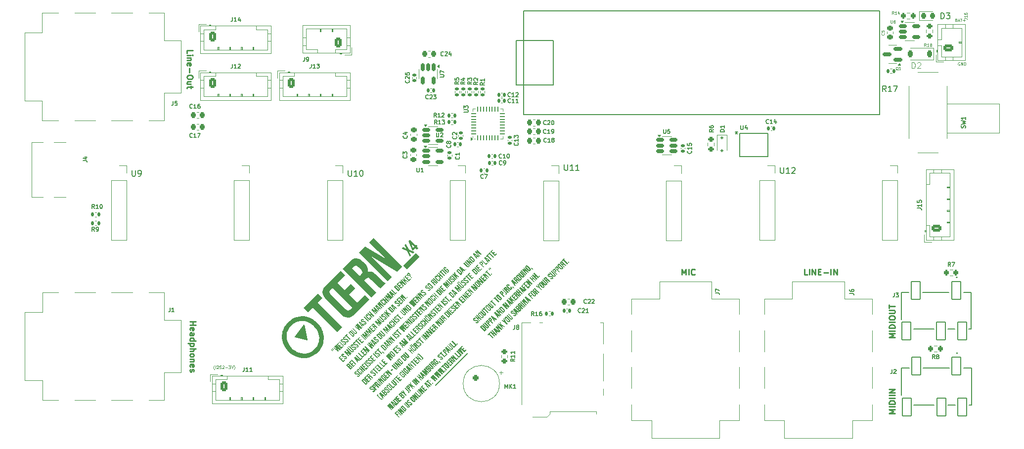
<source format=gto>
%TF.GenerationSoftware,KiCad,Pcbnew,8.0.0*%
%TF.CreationDate,2024-12-30T19:36:06+01:00*%
%TF.ProjectId,teensyAudioMidi,7465656e-7379-4417-9564-696f4d696469,rev?*%
%TF.SameCoordinates,Original*%
%TF.FileFunction,Legend,Top*%
%TF.FilePolarity,Positive*%
%FSLAX46Y46*%
G04 Gerber Fmt 4.6, Leading zero omitted, Abs format (unit mm)*
G04 Created by KiCad (PCBNEW 8.0.0) date 2024-12-30 19:36:06*
%MOMM*%
%LPD*%
G01*
G04 APERTURE LIST*
G04 Aperture macros list*
%AMRoundRect*
0 Rectangle with rounded corners*
0 $1 Rounding radius*
0 $2 $3 $4 $5 $6 $7 $8 $9 X,Y pos of 4 corners*
0 Add a 4 corners polygon primitive as box body*
4,1,4,$2,$3,$4,$5,$6,$7,$8,$9,$2,$3,0*
0 Add four circle primitives for the rounded corners*
1,1,$1+$1,$2,$3*
1,1,$1+$1,$4,$5*
1,1,$1+$1,$6,$7*
1,1,$1+$1,$8,$9*
0 Add four rect primitives between the rounded corners*
20,1,$1+$1,$2,$3,$4,$5,0*
20,1,$1+$1,$4,$5,$6,$7,0*
20,1,$1+$1,$6,$7,$8,$9,0*
20,1,$1+$1,$8,$9,$2,$3,0*%
%AMRotRect*
0 Rectangle, with rotation*
0 The origin of the aperture is its center*
0 $1 length*
0 $2 width*
0 $3 Rotation angle, in degrees counterclockwise*
0 Add horizontal line*
21,1,$1,$2,0,0,$3*%
G04 Aperture macros list end*
%ADD10C,0.200000*%
%ADD11C,0.203200*%
%ADD12C,0.300000*%
%ADD13C,0.250000*%
%ADD14C,0.100000*%
%ADD15C,0.266700*%
%ADD16C,0.125000*%
%ADD17C,0.150000*%
%ADD18C,0.175000*%
%ADD19C,0.120000*%
%ADD20C,0.152400*%
%ADD21C,0.127000*%
%ADD22O,1.700000X1.700000*%
%ADD23R,1.700000X1.700000*%
%ADD24RoundRect,0.225000X0.225000X0.375000X-0.225000X0.375000X-0.225000X-0.375000X0.225000X-0.375000X0*%
%ADD25RoundRect,0.250000X-0.250000X-0.250000X0.250000X-0.250000X0.250000X0.250000X-0.250000X0.250000X0*%
%ADD26C,1.000000*%
%ADD27RoundRect,0.140000X-0.140000X-0.170000X0.140000X-0.170000X0.140000X0.170000X-0.140000X0.170000X0*%
%ADD28RoundRect,0.200000X-0.275000X0.200000X-0.275000X-0.200000X0.275000X-0.200000X0.275000X0.200000X0*%
%ADD29RoundRect,0.140000X0.170000X-0.140000X0.170000X0.140000X-0.170000X0.140000X-0.170000X-0.140000X0*%
%ADD30RoundRect,0.135000X-0.135000X-0.185000X0.135000X-0.185000X0.135000X0.185000X-0.135000X0.185000X0*%
%ADD31RoundRect,0.250000X0.625000X-0.350000X0.625000X0.350000X-0.625000X0.350000X-0.625000X-0.350000X0*%
%ADD32O,1.750000X1.200000*%
%ADD33RoundRect,0.225000X0.225000X0.250000X-0.225000X0.250000X-0.225000X-0.250000X0.225000X-0.250000X0*%
%ADD34RoundRect,0.200000X-0.200000X-0.275000X0.200000X-0.275000X0.200000X0.275000X-0.200000X0.275000X0*%
%ADD35RoundRect,0.250000X-0.350000X-0.625000X0.350000X-0.625000X0.350000X0.625000X-0.350000X0.625000X0*%
%ADD36O,1.200000X1.750000*%
%ADD37C,0.650000*%
%ADD38R,1.450000X0.600000*%
%ADD39R,1.450000X0.300000*%
%ADD40O,2.100000X1.000000*%
%ADD41O,1.600000X1.000000*%
%ADD42RoundRect,0.135000X-0.185000X0.135000X-0.185000X-0.135000X0.185000X-0.135000X0.185000X0.135000X0*%
%ADD43RoundRect,0.225000X0.250000X-0.225000X0.250000X0.225000X-0.250000X0.225000X-0.250000X-0.225000X0*%
%ADD44RoundRect,0.140000X0.140000X0.170000X-0.140000X0.170000X-0.140000X-0.170000X0.140000X-0.170000X0*%
%ADD45RoundRect,0.140000X-0.170000X0.140000X-0.170000X-0.140000X0.170000X-0.140000X0.170000X0.140000X0*%
%ADD46RoundRect,0.150000X-0.512500X-0.150000X0.512500X-0.150000X0.512500X0.150000X-0.512500X0.150000X0*%
%ADD47RoundRect,0.225000X-0.225000X-0.250000X0.225000X-0.250000X0.225000X0.250000X-0.225000X0.250000X0*%
%ADD48RoundRect,0.250000X0.350000X0.625000X-0.350000X0.625000X-0.350000X-0.625000X0.350000X-0.625000X0*%
%ADD49C,3.000000*%
%ADD50RoundRect,0.218750X-0.218750X-0.256250X0.218750X-0.256250X0.218750X0.256250X-0.218750X0.256250X0*%
%ADD51RoundRect,0.150000X-0.150000X0.512500X-0.150000X-0.512500X0.150000X-0.512500X0.150000X0.512500X0*%
%ADD52RoundRect,0.200000X0.200000X0.275000X-0.200000X0.275000X-0.200000X-0.275000X0.200000X-0.275000X0*%
%ADD53RoundRect,0.225000X-0.250000X0.225000X-0.250000X-0.225000X0.250000X-0.225000X0.250000X0.225000X0*%
%ADD54RoundRect,0.135000X0.135000X0.185000X-0.135000X0.185000X-0.135000X-0.185000X0.135000X-0.185000X0*%
%ADD55RoundRect,0.150000X0.587500X0.150000X-0.587500X0.150000X-0.587500X-0.150000X0.587500X-0.150000X0*%
%ADD56RoundRect,0.125000X-0.125000X0.125000X-0.125000X-0.125000X0.125000X-0.125000X0.125000X0.125000X0*%
%ADD57RoundRect,0.062500X0.062500X-0.337500X0.062500X0.337500X-0.062500X0.337500X-0.062500X-0.337500X0*%
%ADD58RoundRect,0.062500X0.337500X-0.062500X0.337500X0.062500X-0.337500X0.062500X-0.337500X-0.062500X0*%
%ADD59R,3.600000X3.600000*%
%ADD60R,0.700000X1.400000*%
%ADD61R,0.700000X1.200000*%
%ADD62R,1.200000X0.800000*%
%ADD63R,1.500000X1.900000*%
%ADD64RotRect,0.200000X0.200000X45.000000*%
%ADD65R,0.500000X0.500000*%
%ADD66R,1.000000X1.400000*%
%ADD67R,1.200000X1.200000*%
%ADD68R,1.200000X3.200000*%
%ADD69RoundRect,0.200000X0.275000X-0.200000X0.275000X0.200000X-0.275000X0.200000X-0.275000X-0.200000X0*%
%ADD70C,1.524000*%
%ADD71R,1.600000X1.600000*%
%ADD72C,1.600000*%
%ADD73R,1.208024X0.466344*%
%ADD74RoundRect,0.102000X0.750000X1.500000X-0.750000X1.500000X-0.750000X-1.500000X0.750000X-1.500000X0*%
%ADD75C,1.200000*%
%ADD76C,1.950000*%
%ADD77C,1.500000*%
G04 APERTURE END LIST*
D10*
X99250000Y-89750000D02*
X104750000Y-84250000D01*
X77200694Y-81981665D02*
X75200694Y-81481665D01*
X76700694Y-79481665D01*
X77200694Y-81981665D01*
G36*
X77200694Y-81981665D02*
G01*
X75200694Y-81481665D01*
X76700694Y-79481665D01*
X77200694Y-81981665D01*
G37*
D11*
G36*
X106497430Y-79082521D02*
G01*
X106451800Y-79121668D01*
X106405149Y-79148871D01*
X106351446Y-79165195D01*
X106308783Y-79167441D01*
X106253654Y-79157311D01*
X106198976Y-79132904D01*
X106150752Y-79099225D01*
X106114817Y-79066563D01*
X106064853Y-79016599D01*
X106190808Y-78890645D01*
X106249700Y-78949538D01*
X106295499Y-78982047D01*
X106349503Y-78980697D01*
X106374705Y-78962076D01*
X106400412Y-78913377D01*
X106400542Y-78903944D01*
X106376996Y-78853683D01*
X106360077Y-78834982D01*
X106317387Y-78800438D01*
X106267290Y-78777145D01*
X106256730Y-78774190D01*
X106201892Y-78765910D01*
X106147890Y-78764448D01*
X106090500Y-78766781D01*
X106031159Y-78768957D01*
X105977309Y-78768007D01*
X105922488Y-78763091D01*
X105869388Y-78752679D01*
X105864048Y-78751203D01*
X105812688Y-78731700D01*
X105764519Y-78703590D01*
X105719540Y-78666871D01*
X105710928Y-78658494D01*
X105674308Y-78617311D01*
X105642920Y-78569532D01*
X105620950Y-78514872D01*
X105613280Y-78465478D01*
X105618397Y-78410219D01*
X105638452Y-78356432D01*
X105668819Y-78309859D01*
X105699339Y-78275692D01*
X105744435Y-78237079D01*
X105796473Y-78207832D01*
X105849894Y-78193613D01*
X105886276Y-78192482D01*
X105941129Y-78202888D01*
X105995622Y-78227479D01*
X106043757Y-78261248D01*
X106079672Y-78293929D01*
X106117667Y-78331925D01*
X105991713Y-78457879D01*
X105945928Y-78412095D01*
X105902115Y-78378968D01*
X105878677Y-78372200D01*
X105827081Y-78391407D01*
X105822064Y-78396137D01*
X105797960Y-78446057D01*
X105817255Y-78496971D01*
X105835362Y-78517722D01*
X105879627Y-78551157D01*
X105932250Y-78571295D01*
X105987087Y-78578591D01*
X106041090Y-78579637D01*
X106098479Y-78577184D01*
X106158247Y-78574654D01*
X106212378Y-78575543D01*
X106267340Y-78580743D01*
X106320374Y-78591930D01*
X106325691Y-78593522D01*
X106377189Y-78614364D01*
X106426720Y-78644593D01*
X106469616Y-78679826D01*
X106483561Y-78693260D01*
X106521440Y-78735756D01*
X106553887Y-78784791D01*
X106574769Y-78834324D01*
X106584439Y-78890645D01*
X106579246Y-78946530D01*
X106558966Y-79000913D01*
X106528273Y-79047992D01*
X106497430Y-79082521D01*
G37*
G36*
X105949538Y-78049810D02*
G01*
X106082141Y-77917206D01*
X106398262Y-78233327D01*
X106515097Y-78116492D01*
X106198977Y-77800371D01*
X106331580Y-77667767D01*
X107109723Y-78445911D01*
X106977120Y-78578514D01*
X106636682Y-78238076D01*
X106519847Y-78354912D01*
X106860284Y-78695349D01*
X106727681Y-78827953D01*
X105949538Y-78049810D01*
G37*
G36*
X106822966Y-77322408D02*
G01*
X106878283Y-77345971D01*
X106926597Y-77379027D01*
X106962302Y-77411299D01*
X107366191Y-77815189D01*
X107403228Y-77856898D01*
X107434892Y-77905345D01*
X107456917Y-77960842D01*
X107464409Y-78011055D01*
X107458926Y-78067047D01*
X107438415Y-78121536D01*
X107407568Y-78168710D01*
X107376640Y-78203311D01*
X107336198Y-78238753D01*
X107288844Y-78268148D01*
X107234122Y-78287055D01*
X107184194Y-78291270D01*
X107127855Y-78281949D01*
X107072537Y-78258263D01*
X107024224Y-78225148D01*
X106988518Y-78192862D01*
X106584629Y-77788972D01*
X106547592Y-77747281D01*
X106515928Y-77698900D01*
X106493903Y-77643534D01*
X106486411Y-77593487D01*
X106488669Y-77570351D01*
X106670863Y-77570351D01*
X106687536Y-77622719D01*
X106709253Y-77648390D01*
X107129101Y-78068238D01*
X107175441Y-78101288D01*
X107229808Y-78100301D01*
X107255055Y-78081726D01*
X107279957Y-78033810D01*
X107263284Y-77981443D01*
X107241567Y-77955772D01*
X106821719Y-77535924D01*
X106775380Y-77502874D01*
X106721012Y-77503861D01*
X106695765Y-77522435D01*
X106670863Y-77570351D01*
X106488669Y-77570351D01*
X106491894Y-77537311D01*
X106512405Y-77482698D01*
X106543253Y-77435465D01*
X106574180Y-77400851D01*
X106614622Y-77365427D01*
X106661976Y-77336096D01*
X106716698Y-77317320D01*
X106766626Y-77313272D01*
X106822966Y-77322408D01*
G37*
G36*
X107813206Y-77766745D02*
G01*
X107767517Y-77805975D01*
X107720687Y-77833427D01*
X107666642Y-77850231D01*
X107623609Y-77852994D01*
X107567945Y-77843430D01*
X107512941Y-77819440D01*
X107464604Y-77786004D01*
X107428694Y-77753447D01*
X106837297Y-77162050D01*
X106969901Y-77029447D01*
X107570226Y-77629772D01*
X107613713Y-77662276D01*
X107637098Y-77668527D01*
X107688661Y-77647846D01*
X107693711Y-77643070D01*
X107719102Y-77593825D01*
X107719168Y-77586458D01*
X107696905Y-77537479D01*
X107680602Y-77519396D01*
X107080277Y-76919071D01*
X107208321Y-76791027D01*
X107799718Y-77382423D01*
X107837078Y-77424346D01*
X107869089Y-77472749D01*
X107891476Y-77527826D01*
X107899265Y-77577339D01*
X107894147Y-77632414D01*
X107874093Y-77686077D01*
X107843726Y-77732592D01*
X107813206Y-77766745D01*
G37*
G36*
X107495185Y-76747332D02*
G01*
X107369231Y-76873286D01*
X107247646Y-76751701D01*
X107631968Y-76367379D01*
X107753553Y-76488964D01*
X107627599Y-76614918D01*
X108284157Y-77271477D01*
X108151744Y-77403890D01*
X107495185Y-76747332D01*
G37*
G36*
X108087448Y-76057926D02*
G01*
X108142766Y-76081489D01*
X108191079Y-76114544D01*
X108226784Y-76146817D01*
X108630674Y-76550706D01*
X108667711Y-76592416D01*
X108699374Y-76640863D01*
X108721400Y-76696359D01*
X108728892Y-76746572D01*
X108723408Y-76802564D01*
X108702898Y-76857054D01*
X108672050Y-76904227D01*
X108641123Y-76938828D01*
X108600681Y-76974270D01*
X108553326Y-77003666D01*
X108498605Y-77022572D01*
X108448677Y-77026787D01*
X108392337Y-77017467D01*
X108337020Y-76993780D01*
X108288706Y-76960665D01*
X108253001Y-76928379D01*
X107849111Y-76524490D01*
X107812075Y-76482799D01*
X107780411Y-76434417D01*
X107758386Y-76379051D01*
X107750894Y-76329004D01*
X107753152Y-76305868D01*
X107935346Y-76305868D01*
X107952018Y-76358236D01*
X107973736Y-76383907D01*
X108393584Y-76803755D01*
X108439923Y-76836805D01*
X108494291Y-76835818D01*
X108519538Y-76817243D01*
X108544440Y-76769328D01*
X108527767Y-76716960D01*
X108506050Y-76691289D01*
X108086202Y-76271441D01*
X108039862Y-76238391D01*
X107985495Y-76239378D01*
X107960248Y-76257953D01*
X107935346Y-76305868D01*
X107753152Y-76305868D01*
X107756377Y-76272828D01*
X107776888Y-76218215D01*
X107807735Y-76170982D01*
X107838663Y-76136368D01*
X107879104Y-76100944D01*
X107926459Y-76071614D01*
X107981181Y-76052838D01*
X108031109Y-76048789D01*
X108087448Y-76057926D01*
G37*
G36*
X109077688Y-76502262D02*
G01*
X109031999Y-76541493D01*
X108985170Y-76568944D01*
X108931125Y-76585748D01*
X108888092Y-76588512D01*
X108832427Y-76578948D01*
X108777423Y-76554957D01*
X108729086Y-76521521D01*
X108693176Y-76488964D01*
X108101780Y-75897568D01*
X108234383Y-75764964D01*
X108834709Y-76365290D01*
X108878195Y-76397793D01*
X108901580Y-76404045D01*
X108953144Y-76383363D01*
X108958193Y-76378588D01*
X108983585Y-76329342D01*
X108983650Y-76321975D01*
X108961387Y-76272997D01*
X108945085Y-76254913D01*
X108344760Y-75654588D01*
X108472804Y-75526544D01*
X109064200Y-76117940D01*
X109101560Y-76159864D01*
X109133571Y-76208266D01*
X109155959Y-76263343D01*
X109163748Y-76312856D01*
X109158630Y-76367932D01*
X109138575Y-76421595D01*
X109108209Y-76468109D01*
X109077688Y-76502262D01*
G37*
G36*
X108759668Y-75482849D02*
G01*
X108633714Y-75608804D01*
X108512129Y-75487219D01*
X108896451Y-75102897D01*
X109018036Y-75224482D01*
X108892082Y-75350436D01*
X109548640Y-76006994D01*
X109416226Y-76139408D01*
X108759668Y-75482849D01*
G37*
G36*
X109329597Y-74912920D02*
G01*
X109203643Y-75038875D01*
X109082058Y-74917290D01*
X109466380Y-74532968D01*
X109587965Y-74654552D01*
X109462011Y-74780507D01*
X110118569Y-75437065D01*
X109986155Y-75569479D01*
X109329597Y-74912920D01*
G37*
G36*
X109921860Y-74223514D02*
G01*
X109977177Y-74247077D01*
X110025491Y-74280133D01*
X110061196Y-74312405D01*
X110465086Y-74716295D01*
X110502122Y-74758004D01*
X110533786Y-74806451D01*
X110555811Y-74861947D01*
X110563303Y-74912160D01*
X110557820Y-74968153D01*
X110537309Y-75022642D01*
X110506462Y-75069816D01*
X110475534Y-75104416D01*
X110435093Y-75139858D01*
X110387738Y-75169254D01*
X110333017Y-75188160D01*
X110283088Y-75192376D01*
X110226749Y-75183055D01*
X110171431Y-75159369D01*
X110123118Y-75126253D01*
X110087413Y-75093968D01*
X109683523Y-74690078D01*
X109646486Y-74648387D01*
X109614823Y-74600005D01*
X109592797Y-74544639D01*
X109585305Y-74494592D01*
X109587564Y-74471457D01*
X109769757Y-74471457D01*
X109786430Y-74523824D01*
X109808147Y-74549496D01*
X110227995Y-74969343D01*
X110274335Y-75002393D01*
X110328702Y-75001406D01*
X110353950Y-74982832D01*
X110378851Y-74934916D01*
X110362179Y-74882549D01*
X110340461Y-74856877D01*
X109920613Y-74437030D01*
X109874274Y-74403979D01*
X109819907Y-74404966D01*
X109794659Y-74423541D01*
X109769757Y-74471457D01*
X109587564Y-74471457D01*
X109590789Y-74438417D01*
X109611299Y-74383804D01*
X109642147Y-74336571D01*
X109673074Y-74301956D01*
X109713516Y-74266533D01*
X109760871Y-74237202D01*
X109815592Y-74218426D01*
X109865520Y-74214377D01*
X109921860Y-74223514D01*
G37*
G36*
X110540413Y-73620823D02*
G01*
X110594063Y-73644201D01*
X110641574Y-73677168D01*
X110677099Y-73709420D01*
X110751950Y-73784271D01*
X110788959Y-73825735D01*
X110820525Y-73873300D01*
X110842355Y-73927038D01*
X110849598Y-73975007D01*
X110843657Y-74028702D01*
X110822629Y-74081855D01*
X110791271Y-74128649D01*
X110759929Y-74163464D01*
X110709205Y-74214187D01*
X111025326Y-74530308D01*
X110892722Y-74662911D01*
X110114579Y-73884768D01*
X110125597Y-73873750D01*
X110368768Y-73873750D01*
X110587620Y-74092602D01*
X110638344Y-74041879D01*
X110663881Y-73994524D01*
X110663991Y-73987735D01*
X110638937Y-73937387D01*
X110626566Y-73924093D01*
X110537277Y-73834805D01*
X110493497Y-73802316D01*
X110473635Y-73797379D01*
X110422864Y-73819764D01*
X110419491Y-73823026D01*
X110368768Y-73873750D01*
X110125597Y-73873750D01*
X110297907Y-73701441D01*
X110338556Y-73665537D01*
X110385436Y-73635702D01*
X110438715Y-73616415D01*
X110486553Y-73611962D01*
X110540413Y-73620823D01*
G37*
G36*
X111347526Y-74208108D02*
G01*
X111307754Y-74244263D01*
X111280464Y-74264911D01*
X111157929Y-74142376D01*
X111202731Y-74109436D01*
X111209603Y-74102861D01*
X111239594Y-74057605D01*
X111242659Y-74037509D01*
X111221310Y-73986133D01*
X111207893Y-73971208D01*
X110618017Y-73381331D01*
X110750620Y-73248727D01*
X111337647Y-73835754D01*
X111375221Y-73877638D01*
X111407188Y-73925081D01*
X111429156Y-73977916D01*
X111436245Y-74024401D01*
X111428642Y-74082095D01*
X111406159Y-74133798D01*
X111373736Y-74179579D01*
X111347526Y-74208108D01*
G37*
G36*
X111248708Y-72906588D02*
G01*
X111299766Y-72930297D01*
X111345529Y-72963557D01*
X111374313Y-72990170D01*
X111421427Y-73037284D01*
X111461685Y-73083299D01*
X111493002Y-73135886D01*
X111508156Y-73194538D01*
X111501296Y-73251647D01*
X111494316Y-73269432D01*
X111544163Y-73250714D01*
X111599978Y-73256461D01*
X111607603Y-73259176D01*
X111658592Y-73285564D01*
X111703743Y-73319696D01*
X111737737Y-73351315D01*
X111872051Y-73485628D01*
X111911690Y-73523292D01*
X111926384Y-73535782D01*
X111973240Y-73562553D01*
X111987366Y-73568268D01*
X111851153Y-73704481D01*
X111804324Y-73677591D01*
X111800619Y-73674844D01*
X111758302Y-73636802D01*
X111738307Y-73617092D01*
X111598105Y-73476889D01*
X111557145Y-73441820D01*
X111513565Y-73423126D01*
X111462228Y-73439823D01*
X111440804Y-73458271D01*
X111405279Y-73493797D01*
X111733558Y-73822076D01*
X111600954Y-73954680D01*
X110822811Y-73176536D01*
X110833829Y-73165518D01*
X111077000Y-73165518D01*
X111283694Y-73372212D01*
X111321309Y-73334597D01*
X111351300Y-73288802D01*
X111354365Y-73268105D01*
X111332543Y-73216192D01*
X111312570Y-73193634D01*
X111253488Y-73134552D01*
X111210046Y-73100353D01*
X111184336Y-73091617D01*
X111132867Y-73110172D01*
X111125633Y-73116884D01*
X111077000Y-73165518D01*
X110833829Y-73165518D01*
X111007278Y-72992069D01*
X111048803Y-72954872D01*
X111095570Y-72923647D01*
X111147303Y-72902911D01*
X111192505Y-72897271D01*
X111248708Y-72906588D01*
G37*
G36*
X112227306Y-73352645D02*
G01*
X112182175Y-73391364D01*
X112130012Y-73420987D01*
X112076375Y-73435852D01*
X112039800Y-73437564D01*
X111984926Y-73428240D01*
X111931014Y-73404971D01*
X111883900Y-73372580D01*
X111849063Y-73341056D01*
X111436435Y-72928427D01*
X111400259Y-72887743D01*
X111369245Y-72840534D01*
X111347526Y-72786515D01*
X111339927Y-72737691D01*
X111344954Y-72683073D01*
X111364739Y-72629928D01*
X111394713Y-72583924D01*
X111424846Y-72550184D01*
X111469977Y-72511465D01*
X111522141Y-72481842D01*
X111575777Y-72466977D01*
X111612353Y-72465265D01*
X111667226Y-72474589D01*
X111721138Y-72497858D01*
X111768252Y-72530249D01*
X111803089Y-72561773D01*
X111890478Y-72649162D01*
X111764524Y-72775116D01*
X111669346Y-72679938D01*
X111621792Y-72647613D01*
X111566859Y-72654542D01*
X111549661Y-72668540D01*
X111525157Y-72718060D01*
X111546398Y-72771872D01*
X111560869Y-72788035D01*
X111990596Y-73217761D01*
X112037339Y-73249277D01*
X112091785Y-73241860D01*
X112108951Y-73227830D01*
X112133672Y-73178528D01*
X112113086Y-73125371D01*
X112098882Y-73109475D01*
X111975398Y-72985990D01*
X112101352Y-72860036D01*
X112215908Y-72974592D01*
X112252083Y-73015276D01*
X112283097Y-73062485D01*
X112304817Y-73116504D01*
X112312416Y-73165328D01*
X112307296Y-73219854D01*
X112287450Y-73272938D01*
X112257446Y-73318912D01*
X112227306Y-73352645D01*
G37*
G36*
X112493273Y-73062361D02*
G01*
X112455848Y-73099786D01*
X112334263Y-72978201D01*
X112462497Y-72849967D01*
X112567934Y-72955404D01*
X112655323Y-73167418D01*
X112587312Y-73235429D01*
X112493273Y-73062361D01*
G37*
G36*
X113228482Y-72327152D02*
G01*
X113095498Y-72460136D01*
X112927749Y-72336081D01*
X112801605Y-72462225D01*
X112925659Y-72629975D01*
X112801415Y-72754219D01*
X112202703Y-71922171D01*
X112386581Y-71922171D01*
X112695978Y-72324683D01*
X112790206Y-72230454D01*
X112386581Y-71922171D01*
X112202703Y-71922171D01*
X112150176Y-71849172D01*
X112323434Y-71675913D01*
X113228482Y-72327152D01*
G37*
G36*
X112918220Y-71237076D02*
G01*
X112969278Y-71260784D01*
X113015042Y-71294045D01*
X113043825Y-71320658D01*
X113090939Y-71367772D01*
X113131197Y-71413787D01*
X113162514Y-71466374D01*
X113177668Y-71525026D01*
X113170808Y-71582135D01*
X113163828Y-71599920D01*
X113213675Y-71581202D01*
X113269491Y-71586949D01*
X113277116Y-71589664D01*
X113328104Y-71616052D01*
X113373256Y-71650183D01*
X113407249Y-71681803D01*
X113541563Y-71816116D01*
X113581202Y-71853780D01*
X113595896Y-71866270D01*
X113642753Y-71893041D01*
X113656878Y-71898756D01*
X113520665Y-72034969D01*
X113473836Y-72008078D01*
X113470132Y-72005332D01*
X113427814Y-71967290D01*
X113407819Y-71947579D01*
X113267617Y-71807377D01*
X113226657Y-71772308D01*
X113183077Y-71753614D01*
X113131741Y-71770311D01*
X113110316Y-71788759D01*
X113074791Y-71824285D01*
X113403070Y-72152564D01*
X113270466Y-72285167D01*
X112492323Y-71507024D01*
X112503341Y-71496006D01*
X112746512Y-71496006D01*
X112953206Y-71702700D01*
X112990821Y-71665085D01*
X113020812Y-71619290D01*
X113023877Y-71598593D01*
X113002055Y-71546680D01*
X112982082Y-71524122D01*
X112923000Y-71465040D01*
X112879558Y-71430840D01*
X112853848Y-71422105D01*
X112802380Y-71440660D01*
X112795146Y-71447372D01*
X112746512Y-71496006D01*
X112503341Y-71496006D01*
X112676790Y-71322557D01*
X112718315Y-71285360D01*
X112765082Y-71254135D01*
X112816815Y-71233399D01*
X112862017Y-71227759D01*
X112918220Y-71237076D01*
G37*
G36*
X113363797Y-70798870D02*
G01*
X113417812Y-70822614D01*
X113465675Y-70855931D01*
X113501478Y-70888461D01*
X113889029Y-71276013D01*
X113926353Y-71317791D01*
X113958234Y-71365671D01*
X113980361Y-71419706D01*
X113987817Y-71467889D01*
X113982167Y-71521844D01*
X113961369Y-71575138D01*
X113930165Y-71621956D01*
X113898908Y-71656726D01*
X113708932Y-71846702D01*
X112930789Y-71068559D01*
X112941808Y-71057540D01*
X113184977Y-71057540D01*
X113719951Y-71592514D01*
X113775044Y-71537421D01*
X113800435Y-71488175D01*
X113800500Y-71480808D01*
X113776508Y-71429682D01*
X113761935Y-71413746D01*
X113363745Y-71015555D01*
X113320095Y-70983037D01*
X113296683Y-70976990D01*
X113245152Y-70997639D01*
X113240070Y-71002447D01*
X113184977Y-71057540D01*
X112941808Y-71057540D01*
X113120765Y-70878583D01*
X113161359Y-70842771D01*
X113208241Y-70813063D01*
X113261609Y-70793948D01*
X113309602Y-70789674D01*
X113363797Y-70798870D01*
G37*
G36*
X114343833Y-71236118D02*
G01*
X114298144Y-71275348D01*
X114251314Y-71302800D01*
X114197269Y-71319604D01*
X114154236Y-71322367D01*
X114098572Y-71312803D01*
X114043568Y-71288813D01*
X113995231Y-71255377D01*
X113959321Y-71222820D01*
X113367924Y-70631423D01*
X113500528Y-70498820D01*
X114100853Y-71099145D01*
X114144340Y-71131649D01*
X114167725Y-71137900D01*
X114219289Y-71117219D01*
X114224338Y-71112443D01*
X114249729Y-71063198D01*
X114249795Y-71055830D01*
X114227532Y-71006852D01*
X114211229Y-70988769D01*
X113610904Y-70388444D01*
X113738948Y-70260399D01*
X114330345Y-70851796D01*
X114367705Y-70893719D01*
X114399716Y-70942122D01*
X114422103Y-70997199D01*
X114429892Y-71046712D01*
X114424774Y-71101787D01*
X114404720Y-71155450D01*
X114374353Y-71201965D01*
X114343833Y-71236118D01*
G37*
G36*
X113809999Y-70189348D02*
G01*
X113942603Y-70056745D01*
X114720746Y-70834888D01*
X114588142Y-70967491D01*
X113809999Y-70189348D01*
G37*
G36*
X114018973Y-69980374D02*
G01*
X114180833Y-69818514D01*
X114761401Y-70169971D01*
X114759691Y-70172820D01*
X114289310Y-69710038D01*
X114408615Y-69590733D01*
X115186758Y-70368876D01*
X115052255Y-70503379D01*
X114355801Y-70090371D01*
X114357321Y-70087711D01*
X114916612Y-70639022D01*
X114797116Y-70758517D01*
X114018973Y-69980374D01*
G37*
G36*
X114900760Y-69244614D02*
G01*
X114956078Y-69268177D01*
X115004391Y-69301233D01*
X115040096Y-69333505D01*
X115443986Y-69737395D01*
X115481023Y-69779104D01*
X115512686Y-69827551D01*
X115534711Y-69883047D01*
X115542204Y-69933260D01*
X115536720Y-69989252D01*
X115516210Y-70043742D01*
X115485362Y-70090915D01*
X115454435Y-70125516D01*
X115413993Y-70160958D01*
X115366638Y-70190354D01*
X115311917Y-70209260D01*
X115261989Y-70213475D01*
X115205649Y-70204155D01*
X115150331Y-70180468D01*
X115102018Y-70147353D01*
X115066313Y-70115068D01*
X114662423Y-69711178D01*
X114625387Y-69669487D01*
X114593723Y-69621105D01*
X114571698Y-69565739D01*
X114564205Y-69515692D01*
X114566464Y-69492556D01*
X114748657Y-69492556D01*
X114765330Y-69544924D01*
X114787048Y-69570595D01*
X115206895Y-69990443D01*
X115253235Y-70023493D01*
X115307602Y-70022506D01*
X115332850Y-70003931D01*
X115357752Y-69956016D01*
X115341079Y-69903648D01*
X115319361Y-69877977D01*
X114899514Y-69458129D01*
X114853174Y-69425079D01*
X114798807Y-69426066D01*
X114773559Y-69444641D01*
X114748657Y-69492556D01*
X114566464Y-69492556D01*
X114569689Y-69459516D01*
X114590200Y-69404903D01*
X114621047Y-69357670D01*
X114651975Y-69323056D01*
X114692416Y-69287632D01*
X114739771Y-69258302D01*
X114794492Y-69239526D01*
X114844421Y-69235477D01*
X114900760Y-69244614D01*
G37*
G36*
X115728191Y-69827443D02*
G01*
X115690765Y-69864869D01*
X115569180Y-69743284D01*
X115697414Y-69615050D01*
X115802851Y-69720487D01*
X115890240Y-69932500D01*
X115822229Y-70000512D01*
X115728191Y-69827443D01*
G37*
G36*
X107284250Y-79491884D02*
G01*
X107338265Y-79515627D01*
X107386127Y-79548944D01*
X107421930Y-79581475D01*
X107809482Y-79969027D01*
X107846806Y-80010805D01*
X107878686Y-80058685D01*
X107900813Y-80112720D01*
X107908270Y-80160903D01*
X107902619Y-80214858D01*
X107881821Y-80268152D01*
X107850618Y-80314969D01*
X107819361Y-80349739D01*
X107629384Y-80539716D01*
X106851241Y-79761572D01*
X106862259Y-79750554D01*
X107105430Y-79750554D01*
X107640403Y-80285527D01*
X107695496Y-80230434D01*
X107720888Y-80181189D01*
X107720953Y-80173821D01*
X107696960Y-80122695D01*
X107682388Y-80106759D01*
X107284197Y-79708569D01*
X107240547Y-79676050D01*
X107217136Y-79670004D01*
X107165604Y-79690653D01*
X107160523Y-79695461D01*
X107105430Y-79750554D01*
X106862259Y-79750554D01*
X107041218Y-79571596D01*
X107081811Y-79535784D01*
X107128694Y-79506076D01*
X107182061Y-79486962D01*
X107230054Y-79482687D01*
X107284250Y-79491884D01*
G37*
G36*
X108264285Y-79929132D02*
G01*
X108218596Y-79968362D01*
X108171767Y-79995813D01*
X108117722Y-80012617D01*
X108074689Y-80015381D01*
X108019024Y-80005817D01*
X107964020Y-79981826D01*
X107915683Y-79948390D01*
X107879773Y-79915833D01*
X107288377Y-79324437D01*
X107420980Y-79191833D01*
X108021306Y-79792159D01*
X108064792Y-79824662D01*
X108088177Y-79830914D01*
X108139741Y-79810232D01*
X108144790Y-79805457D01*
X108170182Y-79756212D01*
X108170247Y-79748844D01*
X108147984Y-79699866D01*
X108131682Y-79681782D01*
X107531357Y-79081457D01*
X107659401Y-78953413D01*
X108250797Y-79544809D01*
X108288157Y-79586733D01*
X108320168Y-79635135D01*
X108342556Y-79690213D01*
X108350345Y-79739725D01*
X108345227Y-79794801D01*
X108325172Y-79848464D01*
X108294805Y-79894978D01*
X108264285Y-79929132D01*
G37*
G36*
X108156285Y-78618417D02*
G01*
X108209935Y-78641795D01*
X108257447Y-78674761D01*
X108292972Y-78707014D01*
X108367822Y-78781864D01*
X108404832Y-78823328D01*
X108436398Y-78870894D01*
X108458227Y-78924632D01*
X108465470Y-78972601D01*
X108459529Y-79026295D01*
X108438501Y-79079449D01*
X108407143Y-79126243D01*
X108375801Y-79161057D01*
X108325078Y-79211781D01*
X108641198Y-79527901D01*
X108508595Y-79660505D01*
X107730452Y-78882362D01*
X107741471Y-78871343D01*
X107984640Y-78871343D01*
X108203493Y-79090196D01*
X108254217Y-79039472D01*
X108279754Y-78992118D01*
X108279863Y-78985329D01*
X108254810Y-78934980D01*
X108242438Y-78921687D01*
X108153149Y-78832398D01*
X108109370Y-78799909D01*
X108089507Y-78794973D01*
X108038737Y-78817358D01*
X108035364Y-78820620D01*
X107984640Y-78871343D01*
X107741471Y-78871343D01*
X107913779Y-78699035D01*
X107954429Y-78663130D01*
X108001308Y-78633295D01*
X108054587Y-78614008D01*
X108102425Y-78609556D01*
X108156285Y-78618417D01*
G37*
G36*
X108576513Y-78198189D02*
G01*
X108630163Y-78221567D01*
X108677675Y-78254534D01*
X108713199Y-78286786D01*
X108788050Y-78361637D01*
X108825060Y-78403101D01*
X108856625Y-78450666D01*
X108878455Y-78504404D01*
X108885698Y-78552373D01*
X108879757Y-78606068D01*
X108858729Y-78659221D01*
X108827371Y-78706015D01*
X108796029Y-78740829D01*
X108745305Y-78791553D01*
X109061426Y-79107674D01*
X108928823Y-79240277D01*
X108150679Y-78462134D01*
X108161697Y-78451116D01*
X108404868Y-78451116D01*
X108623721Y-78669968D01*
X108674444Y-78619245D01*
X108699981Y-78571890D01*
X108700091Y-78565101D01*
X108675037Y-78514752D01*
X108662666Y-78501459D01*
X108573377Y-78412170D01*
X108529598Y-78379682D01*
X108509735Y-78374745D01*
X108458964Y-78397130D01*
X108455592Y-78400392D01*
X108404868Y-78451116D01*
X108161697Y-78451116D01*
X108334007Y-78278807D01*
X108374656Y-78242903D01*
X108421536Y-78213068D01*
X108474815Y-78193781D01*
X108522653Y-78189328D01*
X108576513Y-78198189D01*
G37*
G36*
X109705256Y-78463844D02*
G01*
X109572273Y-78596827D01*
X109404523Y-78472773D01*
X109278379Y-78598917D01*
X109402434Y-78766666D01*
X109278189Y-78890911D01*
X108679477Y-78058862D01*
X108863356Y-78058862D01*
X109172752Y-78461374D01*
X109266981Y-78367146D01*
X108863356Y-78058862D01*
X108679477Y-78058862D01*
X108626950Y-77985863D01*
X108800209Y-77812605D01*
X109705256Y-78463844D01*
G37*
G36*
X110315460Y-77853640D02*
G01*
X110182477Y-77986623D01*
X110014727Y-77862569D01*
X109888583Y-77988713D01*
X110012638Y-78156462D01*
X109888393Y-78280707D01*
X109289681Y-77448658D01*
X109473560Y-77448658D01*
X109782956Y-77851170D01*
X109877185Y-77756942D01*
X109473560Y-77448658D01*
X109289681Y-77448658D01*
X109237154Y-77375659D01*
X109410413Y-77202401D01*
X110315460Y-77853640D01*
G37*
G36*
X109579302Y-77033512D02*
G01*
X109741161Y-76871652D01*
X110321729Y-77223108D01*
X110320019Y-77225958D01*
X109849638Y-76763176D01*
X109968943Y-76643871D01*
X110747086Y-77422014D01*
X110612583Y-77556517D01*
X109916130Y-77143508D01*
X109917650Y-77140849D01*
X110476940Y-77692160D01*
X110357445Y-77811655D01*
X109579302Y-77033512D01*
G37*
G36*
X110477372Y-76298761D02*
G01*
X110531387Y-76322505D01*
X110579250Y-76355822D01*
X110615053Y-76388352D01*
X111002604Y-76775904D01*
X111039928Y-76817682D01*
X111071809Y-76865562D01*
X111093936Y-76919597D01*
X111101392Y-76967780D01*
X111095742Y-77021735D01*
X111074944Y-77075029D01*
X111043740Y-77121847D01*
X111012483Y-77156617D01*
X110822507Y-77346593D01*
X110044364Y-76568450D01*
X110055383Y-76557431D01*
X110298552Y-76557431D01*
X110833526Y-77092405D01*
X110888619Y-77037312D01*
X110914010Y-76988066D01*
X110914075Y-76980699D01*
X110890083Y-76929573D01*
X110875510Y-76913637D01*
X110477320Y-76515447D01*
X110433670Y-76482928D01*
X110410258Y-76476881D01*
X110358727Y-76497530D01*
X110353645Y-76502338D01*
X110298552Y-76557431D01*
X110055383Y-76557431D01*
X110234340Y-76378474D01*
X110274934Y-76342662D01*
X110321816Y-76312954D01*
X110375184Y-76293839D01*
X110423177Y-76289565D01*
X110477372Y-76298761D01*
G37*
G36*
X110659887Y-75952927D02*
G01*
X110843024Y-75769789D01*
X111471656Y-76251379D01*
X111469566Y-76253469D01*
X110987786Y-75625027D01*
X111171113Y-75441700D01*
X111949257Y-76219843D01*
X111823302Y-76345798D01*
X111251473Y-75766370D01*
X111254133Y-75764470D01*
X111744652Y-76424448D01*
X111633706Y-76535394D01*
X110973918Y-76044685D01*
X110975818Y-76042025D01*
X111555246Y-76613854D01*
X111438030Y-76731070D01*
X110659887Y-75952927D01*
G37*
G36*
X112418118Y-75750982D02*
G01*
X112285135Y-75883965D01*
X112117386Y-75759911D01*
X111991241Y-75886055D01*
X112115296Y-76053804D01*
X111991051Y-76178049D01*
X111392341Y-75346002D01*
X111576220Y-75346002D01*
X111885615Y-75748512D01*
X111979843Y-75654284D01*
X111576220Y-75346002D01*
X111392341Y-75346002D01*
X111339812Y-75273001D01*
X111513071Y-75099743D01*
X112418118Y-75750982D01*
G37*
G36*
X111681960Y-74930854D02*
G01*
X111814563Y-74798250D01*
X112122135Y-75105822D01*
X111957806Y-74655008D01*
X112091929Y-74520885D01*
X112239730Y-74962390D01*
X112870452Y-75298648D01*
X112731959Y-75437141D01*
X112306982Y-75209359D01*
X112347637Y-75331324D01*
X112592707Y-75576393D01*
X112460103Y-75708997D01*
X111681960Y-74930854D01*
G37*
G36*
X112132584Y-74480230D02*
G01*
X112473021Y-74139792D01*
X112594606Y-74261377D01*
X112386772Y-74469211D01*
X112581308Y-74663747D01*
X112746587Y-74498468D01*
X112868172Y-74620052D01*
X112702893Y-74785332D01*
X112921746Y-75004185D01*
X113129580Y-74796351D01*
X113251165Y-74917935D01*
X112910727Y-75258373D01*
X112132584Y-74480230D01*
G37*
G36*
X112953631Y-73815131D02*
G01*
X113004689Y-73838839D01*
X113050453Y-73872100D01*
X113079236Y-73898712D01*
X113126350Y-73945826D01*
X113166608Y-73991841D01*
X113197925Y-74044428D01*
X113213079Y-74103081D01*
X113206219Y-74160189D01*
X113199239Y-74177974D01*
X113249086Y-74159257D01*
X113304902Y-74165003D01*
X113312527Y-74167719D01*
X113363515Y-74194106D01*
X113408667Y-74228238D01*
X113442661Y-74259857D01*
X113576974Y-74394171D01*
X113616614Y-74431835D01*
X113631307Y-74444324D01*
X113678164Y-74471095D01*
X113692290Y-74476810D01*
X113556077Y-74613023D01*
X113509247Y-74586133D01*
X113505543Y-74583387D01*
X113463226Y-74545344D01*
X113443231Y-74525634D01*
X113303028Y-74385432D01*
X113262068Y-74350362D01*
X113218489Y-74331668D01*
X113167152Y-74348365D01*
X113145728Y-74366814D01*
X113110202Y-74402340D01*
X113438481Y-74730619D01*
X113305878Y-74863222D01*
X112527735Y-74085079D01*
X112538754Y-74074060D01*
X112781923Y-74074060D01*
X112988617Y-74280755D01*
X113026233Y-74243139D01*
X113056224Y-74197345D01*
X113059288Y-74176648D01*
X113037467Y-74124735D01*
X113017494Y-74102177D01*
X112958411Y-74043094D01*
X112914969Y-74008895D01*
X112889260Y-74000160D01*
X112837791Y-74018715D01*
X112830557Y-74025426D01*
X112781923Y-74074060D01*
X112538754Y-74074060D01*
X112712202Y-73900612D01*
X112753727Y-73863414D01*
X112800493Y-73832190D01*
X112852226Y-73811454D01*
X112897429Y-73805814D01*
X112953631Y-73815131D01*
G37*
G36*
X112966200Y-73646614D02*
G01*
X113098804Y-73514010D01*
X113414924Y-73830131D01*
X113531760Y-73713295D01*
X113215639Y-73397175D01*
X113348242Y-73264571D01*
X114126386Y-74042714D01*
X113993782Y-74175318D01*
X113653344Y-73834880D01*
X113536509Y-73951716D01*
X113876947Y-74292153D01*
X113744343Y-74424757D01*
X112966200Y-73646614D01*
G37*
G36*
X114595247Y-73573853D02*
G01*
X114462264Y-73706836D01*
X114294515Y-73582782D01*
X114168370Y-73708926D01*
X114292425Y-73876675D01*
X114168180Y-74000920D01*
X113569470Y-73168873D01*
X113753349Y-73168873D01*
X114062744Y-73571383D01*
X114156972Y-73477155D01*
X113753349Y-73168873D01*
X113569470Y-73168873D01*
X113516941Y-73095872D01*
X113690200Y-72922614D01*
X114595247Y-73573853D01*
G37*
G36*
X113859089Y-72753725D02*
G01*
X114189648Y-72423166D01*
X114311233Y-72544751D01*
X114113277Y-72742706D01*
X114307813Y-72937242D01*
X114463214Y-72781841D01*
X114584799Y-72903426D01*
X114429398Y-73058827D01*
X114769836Y-73399264D01*
X114637232Y-73531868D01*
X113859089Y-72753725D01*
G37*
G36*
X114233722Y-72379091D02*
G01*
X114574160Y-72038654D01*
X114695745Y-72160239D01*
X114487911Y-72368073D01*
X114682446Y-72562609D01*
X114847726Y-72397329D01*
X114969311Y-72518914D01*
X114804031Y-72684193D01*
X115022884Y-72903046D01*
X115230718Y-72695212D01*
X115352303Y-72816797D01*
X115011865Y-73157235D01*
X114233722Y-72379091D01*
G37*
G36*
X114628873Y-71983941D02*
G01*
X114790733Y-71822081D01*
X115371301Y-72173537D01*
X115369591Y-72176387D01*
X114899209Y-71713604D01*
X115018515Y-71594299D01*
X115796658Y-72372442D01*
X115662154Y-72506945D01*
X114965701Y-72093937D01*
X114967221Y-72091277D01*
X115526511Y-72642589D01*
X115407016Y-72762084D01*
X114628873Y-71983941D01*
G37*
G36*
X115267953Y-71344860D02*
G01*
X115400557Y-71212257D01*
X115716678Y-71528377D01*
X115833513Y-71411542D01*
X115517392Y-71095421D01*
X115649996Y-70962818D01*
X116428139Y-71740961D01*
X116295536Y-71873564D01*
X115955098Y-71533127D01*
X115838262Y-71649962D01*
X116178700Y-71990400D01*
X116046097Y-72123003D01*
X115267953Y-71344860D01*
G37*
G36*
X115724657Y-70888157D02*
G01*
X115857260Y-70755554D01*
X116173381Y-71071674D01*
X116290216Y-70954839D01*
X115974096Y-70638718D01*
X116106699Y-70506115D01*
X116884842Y-71284258D01*
X116752239Y-71416861D01*
X116411801Y-71076424D01*
X116294966Y-71193259D01*
X116635403Y-71533697D01*
X116502800Y-71666300D01*
X115724657Y-70888157D01*
G37*
G36*
X116837918Y-71088012D02*
G01*
X116966152Y-70959778D01*
X117087737Y-71081363D01*
X116959503Y-71209597D01*
X116837918Y-71088012D01*
G37*
G36*
X108373787Y-81095662D02*
G01*
X108247833Y-81221616D01*
X108126248Y-81100031D01*
X108510570Y-80715709D01*
X108632155Y-80837294D01*
X108506201Y-80963248D01*
X109162759Y-81619807D01*
X109030346Y-81752220D01*
X108373787Y-81095662D01*
G37*
G36*
X108553885Y-80672395D02*
G01*
X108686488Y-80539791D01*
X109002609Y-80855912D01*
X109119445Y-80739076D01*
X108803324Y-80422956D01*
X108935927Y-80290352D01*
X109714071Y-81068495D01*
X109581467Y-81201099D01*
X109241029Y-80860661D01*
X109124194Y-80977497D01*
X109464632Y-81317934D01*
X109332028Y-81450538D01*
X108553885Y-80672395D01*
G37*
G36*
X110182932Y-80599634D02*
G01*
X110049949Y-80732617D01*
X109882200Y-80608563D01*
X109756055Y-80734707D01*
X109880110Y-80902456D01*
X109755865Y-81026701D01*
X109157155Y-80194654D01*
X109341034Y-80194654D01*
X109650428Y-80597164D01*
X109744657Y-80502936D01*
X109341034Y-80194654D01*
X109157155Y-80194654D01*
X109104626Y-80121653D01*
X109277885Y-79948395D01*
X110182932Y-80599634D01*
G37*
G36*
X109446774Y-79779506D02*
G01*
X109608634Y-79617646D01*
X110189201Y-79969102D01*
X110187492Y-79971952D01*
X109717110Y-79509169D01*
X109836415Y-79389864D01*
X110614558Y-80168007D01*
X110480055Y-80302511D01*
X109783602Y-79889502D01*
X109785122Y-79886842D01*
X110344412Y-80438154D01*
X110224917Y-80557649D01*
X109446774Y-79779506D01*
G37*
G36*
X109911836Y-79314444D02*
G01*
X110044439Y-79181840D01*
X110352011Y-79489412D01*
X110187682Y-79038598D01*
X110321805Y-78904475D01*
X110469606Y-79345980D01*
X111100328Y-79682238D01*
X110961835Y-79820731D01*
X110536858Y-79592949D01*
X110577513Y-79714914D01*
X110822583Y-79959983D01*
X110689979Y-80092587D01*
X109911836Y-79314444D01*
G37*
G36*
X111098808Y-79030999D02*
G01*
X110499243Y-78727037D01*
X110640205Y-78586074D01*
X111011039Y-78797708D01*
X111008949Y-78799798D01*
X110797316Y-78428964D01*
X110927449Y-78298830D01*
X111231412Y-78898396D01*
X111557791Y-79224775D01*
X111425188Y-79357378D01*
X111098808Y-79030999D01*
G37*
G36*
X111362032Y-78010274D02*
G01*
X111417350Y-78033837D01*
X111465663Y-78066893D01*
X111501368Y-78099165D01*
X111905258Y-78503055D01*
X111942294Y-78544764D01*
X111973958Y-78593211D01*
X111995983Y-78648707D01*
X112003476Y-78698920D01*
X111997992Y-78754913D01*
X111977481Y-78809402D01*
X111946634Y-78856575D01*
X111915706Y-78891176D01*
X111875265Y-78926618D01*
X111827910Y-78956014D01*
X111773189Y-78974920D01*
X111723260Y-78979135D01*
X111666921Y-78969815D01*
X111611603Y-78946129D01*
X111563290Y-78913013D01*
X111527585Y-78880728D01*
X111123695Y-78476838D01*
X111086658Y-78435147D01*
X111054995Y-78386765D01*
X111032969Y-78331399D01*
X111025477Y-78281352D01*
X111027735Y-78258217D01*
X111209929Y-78258217D01*
X111226602Y-78310584D01*
X111248320Y-78336256D01*
X111668167Y-78756103D01*
X111714507Y-78789153D01*
X111768874Y-78788166D01*
X111794122Y-78769592D01*
X111819024Y-78721676D01*
X111802351Y-78669309D01*
X111780633Y-78643637D01*
X111360786Y-78223790D01*
X111314446Y-78190739D01*
X111260079Y-78191726D01*
X111234831Y-78210301D01*
X111209929Y-78258217D01*
X111027735Y-78258217D01*
X111030961Y-78225176D01*
X111051471Y-78170563D01*
X111082319Y-78123331D01*
X111113246Y-78088716D01*
X111153688Y-78053293D01*
X111201043Y-78023962D01*
X111255764Y-78005186D01*
X111305692Y-78001137D01*
X111362032Y-78010274D01*
G37*
G36*
X112352272Y-78454611D02*
G01*
X112306583Y-78493841D01*
X112259754Y-78521292D01*
X112205708Y-78538096D01*
X112162676Y-78540860D01*
X112107011Y-78531296D01*
X112052007Y-78507305D01*
X112003670Y-78473870D01*
X111967760Y-78441312D01*
X111376364Y-77849916D01*
X111508967Y-77717313D01*
X112109292Y-78317638D01*
X112152779Y-78350142D01*
X112176164Y-78356393D01*
X112227728Y-78335712D01*
X112232777Y-78330936D01*
X112258169Y-78281691D01*
X112258234Y-78274323D01*
X112235971Y-78225345D01*
X112219669Y-78207262D01*
X111619343Y-77606936D01*
X111747387Y-77478892D01*
X112338784Y-78070289D01*
X112376144Y-78112212D01*
X112408155Y-78160615D01*
X112430542Y-78215692D01*
X112438331Y-78265204D01*
X112433214Y-78320280D01*
X112413159Y-78373943D01*
X112382792Y-78420457D01*
X112352272Y-78454611D01*
G37*
G36*
X112945378Y-77861505D02*
G01*
X112899748Y-77900652D01*
X112853097Y-77927854D01*
X112799394Y-77944179D01*
X112756732Y-77946424D01*
X112701603Y-77936294D01*
X112646925Y-77911888D01*
X112598700Y-77878208D01*
X112562766Y-77845547D01*
X112512802Y-77795583D01*
X112638756Y-77669628D01*
X112697649Y-77728521D01*
X112743448Y-77761030D01*
X112797452Y-77759680D01*
X112822654Y-77741060D01*
X112848360Y-77692361D01*
X112848490Y-77682927D01*
X112824945Y-77632666D01*
X112808025Y-77613965D01*
X112765336Y-77579421D01*
X112715239Y-77556128D01*
X112704678Y-77553173D01*
X112649841Y-77544893D01*
X112595839Y-77543431D01*
X112538449Y-77545764D01*
X112479108Y-77547940D01*
X112425257Y-77546990D01*
X112370437Y-77542074D01*
X112317337Y-77531662D01*
X112311997Y-77530186D01*
X112260637Y-77510684D01*
X112212467Y-77482573D01*
X112167489Y-77445854D01*
X112158876Y-77437477D01*
X112122256Y-77396294D01*
X112090869Y-77348515D01*
X112068899Y-77293855D01*
X112061228Y-77244461D01*
X112066346Y-77189202D01*
X112086401Y-77135416D01*
X112116767Y-77088842D01*
X112147288Y-77054675D01*
X112192383Y-77016062D01*
X112244422Y-76986816D01*
X112297842Y-76972596D01*
X112334224Y-76971465D01*
X112389078Y-76981871D01*
X112443571Y-77006463D01*
X112491706Y-77040231D01*
X112527620Y-77072913D01*
X112565616Y-77110908D01*
X112439661Y-77236862D01*
X112393877Y-77191078D01*
X112350064Y-77157951D01*
X112326625Y-77151183D01*
X112275029Y-77170390D01*
X112270012Y-77175120D01*
X112245909Y-77225041D01*
X112265204Y-77275954D01*
X112283311Y-77296705D01*
X112327575Y-77330141D01*
X112380199Y-77350278D01*
X112435036Y-77357574D01*
X112489038Y-77358620D01*
X112546428Y-77356168D01*
X112606195Y-77353638D01*
X112660326Y-77354526D01*
X112715289Y-77359727D01*
X112768322Y-77370914D01*
X112773640Y-77372505D01*
X112825137Y-77393347D01*
X112874668Y-77423576D01*
X112917565Y-77458809D01*
X112931510Y-77472243D01*
X112969388Y-77514739D01*
X113001836Y-77563774D01*
X113022718Y-77613307D01*
X113032387Y-77669628D01*
X113027195Y-77725514D01*
X113006914Y-77779896D01*
X112976221Y-77826975D01*
X112945378Y-77861505D01*
G37*
G36*
X113566031Y-77216535D02*
G01*
X113433048Y-77349518D01*
X113265298Y-77225464D01*
X113139154Y-77351608D01*
X113263209Y-77519357D01*
X113138964Y-77643602D01*
X112540252Y-76811553D01*
X112724131Y-76811553D01*
X113033527Y-77214065D01*
X113127756Y-77119837D01*
X112724131Y-76811553D01*
X112540252Y-76811553D01*
X112487725Y-76738554D01*
X112660984Y-76565296D01*
X113566031Y-77216535D01*
G37*
G36*
X113259981Y-76124211D02*
G01*
X113311505Y-76148385D01*
X113357758Y-76182136D01*
X113386883Y-76209090D01*
X113417849Y-76240056D01*
X113455183Y-76282104D01*
X113484543Y-76327360D01*
X113498779Y-76360881D01*
X113506844Y-76415448D01*
X113494705Y-76468010D01*
X113492977Y-76471777D01*
X113542627Y-76454150D01*
X113597181Y-76453979D01*
X113652754Y-76472643D01*
X113701198Y-76503633D01*
X113742139Y-76540029D01*
X113806921Y-76604811D01*
X113846270Y-76650215D01*
X113874268Y-76696380D01*
X113892197Y-76749223D01*
X113896210Y-76790988D01*
X113888646Y-76844652D01*
X113866596Y-76897716D01*
X113834834Y-76944379D01*
X113803501Y-76979064D01*
X113608016Y-77174550D01*
X113134975Y-76701509D01*
X113400182Y-76701509D01*
X113619034Y-76920362D01*
X113681917Y-76857480D01*
X113709209Y-76810874D01*
X113709843Y-76800297D01*
X113685219Y-76749626D01*
X113670138Y-76733235D01*
X113604596Y-76667693D01*
X113561629Y-76631906D01*
X113521007Y-76616780D01*
X113469222Y-76635324D01*
X113447676Y-76654015D01*
X113400182Y-76701509D01*
X113134975Y-76701509D01*
X112829873Y-76396407D01*
X112840892Y-76385388D01*
X113084061Y-76385388D01*
X113278597Y-76579924D01*
X113319442Y-76539079D01*
X113349425Y-76492934D01*
X113352308Y-76472018D01*
X113331516Y-76421741D01*
X113309183Y-76396217D01*
X113265488Y-76352522D01*
X113223365Y-76318814D01*
X113195007Y-76308638D01*
X113143123Y-76326861D01*
X113135925Y-76333525D01*
X113084061Y-76385388D01*
X112840892Y-76385388D01*
X113017569Y-76208710D01*
X113059186Y-76171475D01*
X113106081Y-76140319D01*
X113157986Y-76119801D01*
X113203366Y-76114482D01*
X113259981Y-76124211D01*
G37*
G36*
X113695754Y-75686474D02*
G01*
X113746813Y-75710182D01*
X113792576Y-75743443D01*
X113821359Y-75770055D01*
X113868473Y-75817169D01*
X113908731Y-75863184D01*
X113940049Y-75915771D01*
X113955202Y-75974423D01*
X113948342Y-76031532D01*
X113941362Y-76049317D01*
X113991209Y-76030600D01*
X114047025Y-76036346D01*
X114054650Y-76039061D01*
X114105638Y-76065449D01*
X114150790Y-76099581D01*
X114184784Y-76131200D01*
X114319097Y-76265513D01*
X114358737Y-76303178D01*
X114373431Y-76315667D01*
X114420287Y-76342438D01*
X114434413Y-76348153D01*
X114298200Y-76484366D01*
X114251371Y-76457476D01*
X114247666Y-76454730D01*
X114205349Y-76416687D01*
X114185354Y-76396977D01*
X114045151Y-76256774D01*
X114004191Y-76221705D01*
X113960612Y-76203011D01*
X113909275Y-76219708D01*
X113887851Y-76238157D01*
X113852325Y-76273682D01*
X114180605Y-76601961D01*
X114048001Y-76734565D01*
X113269858Y-75956422D01*
X113280877Y-75945403D01*
X113524046Y-75945403D01*
X113730741Y-76152097D01*
X113768356Y-76114482D01*
X113798347Y-76068687D01*
X113801412Y-76047990D01*
X113779590Y-75996077D01*
X113759617Y-75973520D01*
X113700534Y-75914437D01*
X113657093Y-75880238D01*
X113631383Y-75871502D01*
X113579914Y-75890058D01*
X113572680Y-75896769D01*
X113524046Y-75945403D01*
X113280877Y-75945403D01*
X113454325Y-75771955D01*
X113495850Y-75734757D01*
X113542617Y-75703533D01*
X113594349Y-75682796D01*
X113639552Y-75677157D01*
X113695754Y-75686474D01*
G37*
G36*
X113708323Y-75517956D02*
G01*
X113840927Y-75385353D01*
X114619070Y-76163496D01*
X114486466Y-76296099D01*
X113708323Y-75517956D01*
G37*
G36*
X113917297Y-75308982D02*
G01*
X114079157Y-75147123D01*
X114659725Y-75498579D01*
X114658015Y-75501428D01*
X114187634Y-75038646D01*
X114306939Y-74919341D01*
X115085082Y-75697484D01*
X114950579Y-75831987D01*
X114254125Y-75418979D01*
X114255645Y-75416319D01*
X114814936Y-75967630D01*
X114695440Y-76087125D01*
X113917297Y-75308982D01*
G37*
G36*
X115554703Y-75227862D02*
G01*
X115421720Y-75360846D01*
X115253971Y-75236791D01*
X115127827Y-75362936D01*
X115251881Y-75530685D01*
X115127637Y-75654929D01*
X114528927Y-74822883D01*
X114712805Y-74822883D01*
X115022200Y-75225393D01*
X115116428Y-75131164D01*
X114712805Y-74822883D01*
X114528927Y-74822883D01*
X114476398Y-74749882D01*
X114649656Y-74576624D01*
X115554703Y-75227862D01*
G37*
G36*
X114992563Y-74233716D02*
G01*
X115323122Y-73903157D01*
X115444707Y-74024742D01*
X115246752Y-74222698D01*
X115441288Y-74417233D01*
X115596688Y-74261833D01*
X115718273Y-74383418D01*
X115562872Y-74538818D01*
X115903310Y-74879256D01*
X115770707Y-75011859D01*
X114992563Y-74233716D01*
G37*
G36*
X115783921Y-73588384D02*
G01*
X115839239Y-73611947D01*
X115887552Y-73645003D01*
X115923258Y-73677275D01*
X116327147Y-74081165D01*
X116364184Y-74122874D01*
X116395848Y-74171321D01*
X116417873Y-74226818D01*
X116425365Y-74277031D01*
X116419882Y-74333023D01*
X116399371Y-74387512D01*
X116368524Y-74434686D01*
X116337596Y-74469287D01*
X116297154Y-74504729D01*
X116249800Y-74534125D01*
X116195078Y-74553031D01*
X116145150Y-74557246D01*
X116088810Y-74547926D01*
X116033493Y-74524239D01*
X115985179Y-74491124D01*
X115949474Y-74458838D01*
X115545585Y-74054948D01*
X115508548Y-74013257D01*
X115476884Y-73964876D01*
X115454859Y-73909510D01*
X115447367Y-73859463D01*
X115449625Y-73836327D01*
X115631819Y-73836327D01*
X115648492Y-73888695D01*
X115670209Y-73914366D01*
X116090057Y-74334214D01*
X116136396Y-74367264D01*
X116190764Y-74366277D01*
X116216011Y-74347702D01*
X116240913Y-74299787D01*
X116224240Y-74247419D01*
X116202523Y-74221748D01*
X115782675Y-73801900D01*
X115736336Y-73768850D01*
X115681968Y-73769837D01*
X115656721Y-73788412D01*
X115631819Y-73836327D01*
X115449625Y-73836327D01*
X115452850Y-73803287D01*
X115473361Y-73748674D01*
X115504208Y-73701441D01*
X115535136Y-73666827D01*
X115575578Y-73631403D01*
X115622932Y-73602072D01*
X115677654Y-73583297D01*
X115727582Y-73579248D01*
X115783921Y-73588384D01*
G37*
G36*
X116228519Y-73153709D02*
G01*
X116279577Y-73177417D01*
X116325341Y-73210678D01*
X116354124Y-73237290D01*
X116401238Y-73284404D01*
X116441496Y-73330419D01*
X116472813Y-73383006D01*
X116487967Y-73441659D01*
X116481107Y-73498767D01*
X116474127Y-73516552D01*
X116523974Y-73497835D01*
X116579790Y-73503581D01*
X116587415Y-73506297D01*
X116638403Y-73532684D01*
X116683555Y-73566816D01*
X116717549Y-73598435D01*
X116851862Y-73732749D01*
X116891502Y-73770413D01*
X116906195Y-73782902D01*
X116953052Y-73809673D01*
X116967178Y-73815388D01*
X116830965Y-73951601D01*
X116784135Y-73924711D01*
X116780431Y-73921965D01*
X116738114Y-73883922D01*
X116718119Y-73864212D01*
X116577916Y-73724010D01*
X116536956Y-73688940D01*
X116493377Y-73670246D01*
X116442040Y-73686943D01*
X116420616Y-73705392D01*
X116385090Y-73740918D01*
X116713369Y-74069197D01*
X116580766Y-74201800D01*
X115802623Y-73423657D01*
X115813642Y-73412638D01*
X116056811Y-73412638D01*
X116263505Y-73619333D01*
X116301121Y-73581717D01*
X116331112Y-73535923D01*
X116334176Y-73515226D01*
X116312355Y-73463313D01*
X116292382Y-73440755D01*
X116233299Y-73381672D01*
X116189857Y-73347473D01*
X116164148Y-73338738D01*
X116112679Y-73357293D01*
X116105445Y-73364004D01*
X116056811Y-73412638D01*
X115813642Y-73412638D01*
X115987090Y-73239190D01*
X116028614Y-73201992D01*
X116075381Y-73170768D01*
X116127114Y-73150032D01*
X116172317Y-73144392D01*
X116228519Y-73153709D01*
G37*
G36*
X116977436Y-73152371D02*
G01*
X116377871Y-72848409D01*
X116518833Y-72707446D01*
X116889667Y-72919080D01*
X116887578Y-72921170D01*
X116675944Y-72550336D01*
X116806078Y-72420202D01*
X117110040Y-73019767D01*
X117436419Y-73346147D01*
X117303816Y-73478750D01*
X116977436Y-73152371D01*
G37*
G36*
X117240660Y-72131646D02*
G01*
X117295978Y-72155209D01*
X117344291Y-72188265D01*
X117379996Y-72220537D01*
X117783886Y-72624427D01*
X117820923Y-72666136D01*
X117852586Y-72714583D01*
X117874612Y-72770079D01*
X117882104Y-72820292D01*
X117876620Y-72876284D01*
X117856110Y-72930774D01*
X117825262Y-72977947D01*
X117794335Y-73012548D01*
X117753893Y-73047990D01*
X117706538Y-73077386D01*
X117651817Y-73096292D01*
X117601889Y-73100507D01*
X117545549Y-73091187D01*
X117490232Y-73067500D01*
X117441918Y-73034385D01*
X117406213Y-73002100D01*
X117002323Y-72598210D01*
X116965287Y-72556519D01*
X116933623Y-72508137D01*
X116911598Y-72452771D01*
X116904105Y-72402724D01*
X116906364Y-72379588D01*
X117088557Y-72379588D01*
X117105230Y-72431956D01*
X117126948Y-72457627D01*
X117546795Y-72877475D01*
X117593135Y-72910525D01*
X117647502Y-72909538D01*
X117672750Y-72890963D01*
X117697652Y-72843048D01*
X117680979Y-72790680D01*
X117659261Y-72765009D01*
X117239414Y-72345161D01*
X117193074Y-72312111D01*
X117138707Y-72313098D01*
X117113459Y-72331673D01*
X117088557Y-72379588D01*
X116906364Y-72379588D01*
X116909589Y-72346548D01*
X116930100Y-72291935D01*
X116960947Y-72244702D01*
X116991875Y-72210088D01*
X117032316Y-72174664D01*
X117079671Y-72145334D01*
X117134392Y-72126558D01*
X117184321Y-72122509D01*
X117240660Y-72131646D01*
G37*
G36*
X118230900Y-72575983D02*
G01*
X118185211Y-72615213D01*
X118138382Y-72642664D01*
X118084337Y-72659468D01*
X118041304Y-72662232D01*
X117985639Y-72652668D01*
X117930635Y-72628677D01*
X117882298Y-72595241D01*
X117846388Y-72562684D01*
X117254992Y-71971288D01*
X117387595Y-71838684D01*
X117987921Y-72439010D01*
X118031407Y-72471513D01*
X118054792Y-72477765D01*
X118106356Y-72457083D01*
X118111405Y-72452308D01*
X118136797Y-72403063D01*
X118136862Y-72395695D01*
X118114599Y-72346717D01*
X118098297Y-72328633D01*
X117497972Y-71728308D01*
X117626016Y-71600264D01*
X118217412Y-72191660D01*
X118254772Y-72233584D01*
X118286783Y-72281986D01*
X118309171Y-72337064D01*
X118316960Y-72386576D01*
X118311842Y-72441652D01*
X118291787Y-72495315D01*
X118261420Y-72541829D01*
X118230900Y-72575983D01*
G37*
G36*
X118122963Y-71259265D02*
G01*
X118174022Y-71282973D01*
X118219785Y-71316234D01*
X118248568Y-71342846D01*
X118295682Y-71389960D01*
X118335940Y-71435975D01*
X118367258Y-71488562D01*
X118382411Y-71547214D01*
X118375551Y-71604323D01*
X118368571Y-71622108D01*
X118418418Y-71603391D01*
X118474234Y-71609137D01*
X118481859Y-71611853D01*
X118532847Y-71638240D01*
X118577999Y-71672372D01*
X118611993Y-71703991D01*
X118746306Y-71838304D01*
X118785946Y-71875969D01*
X118800639Y-71888458D01*
X118847496Y-71915229D01*
X118861622Y-71920944D01*
X118725409Y-72057157D01*
X118678580Y-72030267D01*
X118674875Y-72027521D01*
X118632558Y-71989478D01*
X118612563Y-71969768D01*
X118472360Y-71829565D01*
X118431400Y-71794496D01*
X118387821Y-71775802D01*
X118336484Y-71792499D01*
X118315060Y-71810948D01*
X118279534Y-71846473D01*
X118607813Y-72174753D01*
X118475210Y-72307356D01*
X117697067Y-71529213D01*
X117708086Y-71518194D01*
X117951255Y-71518194D01*
X118157949Y-71724889D01*
X118195565Y-71687273D01*
X118225556Y-71641479D01*
X118228621Y-71620781D01*
X118206799Y-71568869D01*
X118186826Y-71546311D01*
X118127743Y-71487228D01*
X118084302Y-71453029D01*
X118058592Y-71444293D01*
X118007123Y-71462849D01*
X117999889Y-71469560D01*
X117951255Y-71518194D01*
X117708086Y-71518194D01*
X117881534Y-71344746D01*
X117923059Y-71307548D01*
X117969826Y-71276324D01*
X118021558Y-71255588D01*
X118066761Y-71249948D01*
X118122963Y-71259265D01*
G37*
G36*
X119262472Y-71544411D02*
G01*
X119216842Y-71583558D01*
X119170191Y-71610760D01*
X119116488Y-71627085D01*
X119073825Y-71629330D01*
X119018696Y-71619200D01*
X118964018Y-71594794D01*
X118915794Y-71561115D01*
X118879860Y-71528453D01*
X118829896Y-71478489D01*
X118955850Y-71352535D01*
X119014743Y-71411428D01*
X119060542Y-71443937D01*
X119114545Y-71442586D01*
X119139747Y-71423966D01*
X119165454Y-71375267D01*
X119165584Y-71365833D01*
X119142039Y-71315573D01*
X119125119Y-71296872D01*
X119082429Y-71262327D01*
X119032332Y-71239035D01*
X119021772Y-71236079D01*
X118966935Y-71227800D01*
X118912932Y-71226338D01*
X118855543Y-71228670D01*
X118796201Y-71230847D01*
X118742351Y-71229896D01*
X118687531Y-71224981D01*
X118634430Y-71214568D01*
X118629091Y-71213092D01*
X118577730Y-71193590D01*
X118529561Y-71165479D01*
X118484583Y-71128761D01*
X118475970Y-71120384D01*
X118439350Y-71079200D01*
X118407962Y-71031421D01*
X118385992Y-70976762D01*
X118378322Y-70927368D01*
X118383440Y-70872109D01*
X118403495Y-70818322D01*
X118433861Y-70771748D01*
X118464381Y-70737581D01*
X118509477Y-70698969D01*
X118561515Y-70669722D01*
X118614936Y-70655503D01*
X118651318Y-70654372D01*
X118706171Y-70664777D01*
X118760664Y-70689369D01*
X118808799Y-70723137D01*
X118844714Y-70755819D01*
X118882709Y-70793814D01*
X118756755Y-70919769D01*
X118710971Y-70873984D01*
X118667157Y-70840857D01*
X118643719Y-70834089D01*
X118592123Y-70853297D01*
X118587106Y-70858026D01*
X118563003Y-70907947D01*
X118582297Y-70958860D01*
X118600404Y-70979611D01*
X118644669Y-71013047D01*
X118697292Y-71033185D01*
X118752130Y-71040480D01*
X118806132Y-71041527D01*
X118863522Y-71039074D01*
X118923289Y-71036544D01*
X118977420Y-71037432D01*
X119032382Y-71042633D01*
X119085416Y-71053820D01*
X119090733Y-71055412D01*
X119142231Y-71076254D01*
X119191762Y-71106483D01*
X119234659Y-71141715D01*
X119248604Y-71155149D01*
X119286482Y-71197646D01*
X119318929Y-71246680D01*
X119339812Y-71296214D01*
X119349481Y-71352535D01*
X119344288Y-71408420D01*
X119324008Y-71462803D01*
X119293315Y-71509881D01*
X119262472Y-71544411D01*
G37*
G36*
X119686119Y-71120764D02*
G01*
X119640430Y-71159994D01*
X119593601Y-71187445D01*
X119539555Y-71204249D01*
X119496523Y-71207013D01*
X119440858Y-71197449D01*
X119385854Y-71173458D01*
X119337517Y-71140023D01*
X119301607Y-71107465D01*
X118710211Y-70516069D01*
X118842814Y-70383466D01*
X119443139Y-70983791D01*
X119486626Y-71016295D01*
X119510011Y-71022546D01*
X119561575Y-71001865D01*
X119566624Y-70997089D01*
X119592016Y-70947844D01*
X119592081Y-70940476D01*
X119569818Y-70891498D01*
X119553516Y-70873415D01*
X118953190Y-70273089D01*
X119081234Y-70145045D01*
X119672631Y-70736442D01*
X119709991Y-70778365D01*
X119742002Y-70826768D01*
X119764389Y-70881845D01*
X119772178Y-70931357D01*
X119767061Y-70986433D01*
X119747006Y-71040096D01*
X119716639Y-71086610D01*
X119686119Y-71120764D01*
G37*
G36*
X119578119Y-69810049D02*
G01*
X119631769Y-69833427D01*
X119679281Y-69866394D01*
X119714806Y-69898646D01*
X119789656Y-69973497D01*
X119826666Y-70014960D01*
X119858231Y-70062526D01*
X119880061Y-70116264D01*
X119887304Y-70164233D01*
X119881363Y-70217927D01*
X119860335Y-70271081D01*
X119828977Y-70317875D01*
X119797635Y-70352689D01*
X119746912Y-70403413D01*
X120063032Y-70719534D01*
X119930429Y-70852137D01*
X119152286Y-70073994D01*
X119163305Y-70062975D01*
X119406474Y-70062975D01*
X119625327Y-70281828D01*
X119676050Y-70231104D01*
X119701587Y-70183750D01*
X119701697Y-70176961D01*
X119676643Y-70126612D01*
X119664272Y-70113319D01*
X119574983Y-70024030D01*
X119531204Y-69991542D01*
X119511341Y-69986605D01*
X119460570Y-70008990D01*
X119457198Y-70012252D01*
X119406474Y-70062975D01*
X119163305Y-70062975D01*
X119335613Y-69890667D01*
X119376262Y-69854763D01*
X119423142Y-69824927D01*
X119476421Y-69805641D01*
X119524259Y-69801188D01*
X119578119Y-69810049D01*
G37*
G36*
X119998347Y-69389821D02*
G01*
X120051997Y-69413199D01*
X120099508Y-69446166D01*
X120135033Y-69478418D01*
X120209884Y-69553269D01*
X120246893Y-69594733D01*
X120278459Y-69642298D01*
X120300289Y-69696036D01*
X120307532Y-69744005D01*
X120301591Y-69797700D01*
X120280563Y-69850853D01*
X120249205Y-69897647D01*
X120217863Y-69932462D01*
X120167139Y-69983185D01*
X120483260Y-70299306D01*
X120350656Y-70431909D01*
X119572513Y-69653766D01*
X119583531Y-69642748D01*
X119826702Y-69642748D01*
X120045554Y-69861600D01*
X120096278Y-69810877D01*
X120121815Y-69763522D01*
X120121925Y-69756734D01*
X120096871Y-69706385D01*
X120084500Y-69693091D01*
X119995211Y-69603803D01*
X119951431Y-69571314D01*
X119931569Y-69566377D01*
X119880798Y-69588763D01*
X119877425Y-69592024D01*
X119826702Y-69642748D01*
X119583531Y-69642748D01*
X119755840Y-69470439D01*
X119796490Y-69434535D01*
X119843370Y-69404700D01*
X119896649Y-69385413D01*
X119944487Y-69380960D01*
X119998347Y-69389821D01*
G37*
G36*
X120409466Y-68962840D02*
G01*
X120464783Y-68986403D01*
X120513097Y-69019459D01*
X120548802Y-69051731D01*
X120952691Y-69455621D01*
X120989728Y-69497330D01*
X121021392Y-69545777D01*
X121043417Y-69601274D01*
X121050909Y-69651487D01*
X121045426Y-69707479D01*
X121024915Y-69761968D01*
X120994068Y-69809142D01*
X120963140Y-69843743D01*
X120922698Y-69879185D01*
X120875344Y-69908580D01*
X120820622Y-69927487D01*
X120770694Y-69931702D01*
X120714355Y-69922381D01*
X120659037Y-69898695D01*
X120610724Y-69865580D01*
X120575019Y-69833294D01*
X120171129Y-69429404D01*
X120134092Y-69387713D01*
X120102428Y-69339332D01*
X120080403Y-69283966D01*
X120072911Y-69233919D01*
X120075169Y-69210783D01*
X120257363Y-69210783D01*
X120274036Y-69263150D01*
X120295753Y-69288822D01*
X120715601Y-69708670D01*
X120761941Y-69741720D01*
X120816308Y-69740733D01*
X120841555Y-69722158D01*
X120866457Y-69674242D01*
X120849784Y-69621875D01*
X120828067Y-69596204D01*
X120408219Y-69176356D01*
X120361880Y-69143306D01*
X120307512Y-69144293D01*
X120282265Y-69162867D01*
X120257363Y-69210783D01*
X120075169Y-69210783D01*
X120078394Y-69177743D01*
X120098905Y-69123130D01*
X120129753Y-69075897D01*
X120160680Y-69041283D01*
X120201122Y-69005859D01*
X120248476Y-68976528D01*
X120303198Y-68957752D01*
X120353126Y-68953703D01*
X120409466Y-68962840D01*
G37*
G36*
X120854063Y-68528165D02*
G01*
X120905122Y-68551873D01*
X120950885Y-68585134D01*
X120979668Y-68611746D01*
X121026782Y-68658860D01*
X121067040Y-68704875D01*
X121098358Y-68757462D01*
X121113511Y-68816114D01*
X121106651Y-68873223D01*
X121099671Y-68891008D01*
X121149518Y-68872291D01*
X121205334Y-68878037D01*
X121212959Y-68880753D01*
X121263947Y-68907140D01*
X121309099Y-68941272D01*
X121343093Y-68972891D01*
X121477406Y-69107204D01*
X121517046Y-69144869D01*
X121531739Y-69157358D01*
X121578596Y-69184129D01*
X121592722Y-69189844D01*
X121456509Y-69326057D01*
X121409680Y-69299167D01*
X121405975Y-69296421D01*
X121363658Y-69258378D01*
X121343663Y-69238668D01*
X121203460Y-69098465D01*
X121162500Y-69063396D01*
X121118921Y-69044702D01*
X121067584Y-69061399D01*
X121046160Y-69079848D01*
X121010634Y-69115373D01*
X121338913Y-69443652D01*
X121206310Y-69576256D01*
X120428167Y-68798113D01*
X120439186Y-68787094D01*
X120682355Y-68787094D01*
X120889049Y-68993789D01*
X120926665Y-68956173D01*
X120956656Y-68910378D01*
X120959721Y-68889681D01*
X120937899Y-68837769D01*
X120917926Y-68815211D01*
X120858843Y-68756128D01*
X120815402Y-68721929D01*
X120789692Y-68713193D01*
X120738223Y-68731749D01*
X120730989Y-68738460D01*
X120682355Y-68787094D01*
X120439186Y-68787094D01*
X120612634Y-68613646D01*
X120654159Y-68576448D01*
X120700926Y-68545224D01*
X120752658Y-68524488D01*
X120797861Y-68518848D01*
X120854063Y-68528165D01*
G37*
G36*
X121080166Y-68389284D02*
G01*
X120954211Y-68515238D01*
X120832626Y-68393653D01*
X121216949Y-68009331D01*
X121338533Y-68130916D01*
X121212579Y-68256870D01*
X121869137Y-68913429D01*
X121736724Y-69045842D01*
X121080166Y-68389284D01*
G37*
G36*
X121837791Y-68701605D02*
G01*
X121966025Y-68573371D01*
X122087610Y-68694956D01*
X121959376Y-68823190D01*
X121837791Y-68701605D01*
G37*
D12*
G36*
X76657449Y-77979680D02*
G01*
X77051066Y-78038050D01*
X77332434Y-78108716D01*
X77663481Y-78223655D01*
X77982032Y-78370810D01*
X78288087Y-78550182D01*
X78581647Y-78761770D01*
X78862712Y-79005575D01*
X78953623Y-79094002D01*
X79208209Y-79370944D01*
X79430664Y-79660466D01*
X79620987Y-79962569D01*
X79779178Y-80277253D01*
X79905239Y-80604516D01*
X79940119Y-80716400D01*
X80021609Y-81053609D01*
X80072847Y-81446806D01*
X80076880Y-81839770D01*
X80033708Y-82232503D01*
X79973969Y-82512886D01*
X79871667Y-82841977D01*
X79736129Y-83157383D01*
X79567354Y-83459103D01*
X79365343Y-83747138D01*
X79130096Y-84021487D01*
X79044294Y-84109896D01*
X78774875Y-84355854D01*
X78491600Y-84568745D01*
X78194470Y-84748571D01*
X77883484Y-84895329D01*
X77558643Y-85009022D01*
X77447284Y-85039571D01*
X77111222Y-85107956D01*
X76718827Y-85144013D01*
X76326086Y-85132981D01*
X75932997Y-85074858D01*
X75652007Y-85004512D01*
X75320550Y-84889162D01*
X75001673Y-84741681D01*
X74695376Y-84562068D01*
X74401660Y-84350324D01*
X74120525Y-84106448D01*
X74029609Y-84018016D01*
X73775066Y-83741117D01*
X73552739Y-83451722D01*
X73362628Y-83149832D01*
X73204734Y-82835446D01*
X73079056Y-82508565D01*
X73044323Y-82396827D01*
X72962379Y-82059250D01*
X72910612Y-81665839D01*
X72908221Y-81459898D01*
X73692315Y-81459898D01*
X73728281Y-81808678D01*
X73813209Y-82159875D01*
X73944983Y-82503214D01*
X74121488Y-82830837D01*
X74342725Y-83142744D01*
X74572999Y-83402770D01*
X74608691Y-83438934D01*
X74867056Y-83674159D01*
X75177206Y-83901194D01*
X75503224Y-84083650D01*
X75845108Y-84221526D01*
X75888959Y-84235626D01*
X76239628Y-84320025D01*
X76588029Y-84355613D01*
X76934164Y-84342390D01*
X77278032Y-84280356D01*
X77611624Y-84171023D01*
X77926931Y-84015901D01*
X78223952Y-83814990D01*
X78502688Y-83568291D01*
X78749388Y-83289554D01*
X78950299Y-82992533D01*
X79105421Y-82677226D01*
X79214754Y-82343634D01*
X79277242Y-81999313D01*
X79290615Y-81653027D01*
X79254876Y-81304776D01*
X79170024Y-80954561D01*
X79038249Y-80610164D01*
X78861744Y-80281786D01*
X78640508Y-79969426D01*
X78410233Y-79709251D01*
X78374541Y-79673085D01*
X78116176Y-79437975D01*
X77806026Y-79211355D01*
X77480009Y-79029618D01*
X77138124Y-78892762D01*
X77094273Y-78878811D01*
X76743529Y-78793429D01*
X76394901Y-78757312D01*
X76048388Y-78770459D01*
X75703991Y-78832871D01*
X75370399Y-78942204D01*
X75055093Y-79097327D01*
X74758071Y-79298237D01*
X74479335Y-79544937D01*
X74232635Y-79823673D01*
X74031725Y-80120695D01*
X73876602Y-80436001D01*
X73767269Y-80769593D01*
X73705311Y-81113537D01*
X73692315Y-81459898D01*
X72908221Y-81459898D01*
X72906050Y-81272890D01*
X72948693Y-80880405D01*
X73008054Y-80600342D01*
X73110725Y-80270882D01*
X73246461Y-79955278D01*
X73415264Y-79653529D01*
X73617134Y-79365636D01*
X73852069Y-79091598D01*
X73937729Y-79003332D01*
X74207517Y-78757005D01*
X74490990Y-78543915D01*
X74788148Y-78364062D01*
X75098992Y-78217445D01*
X75423522Y-78104064D01*
X75534740Y-78073656D01*
X75871255Y-78004903D01*
X76264178Y-77968631D01*
X76657449Y-77979680D01*
G37*
G36*
X78177484Y-76465766D02*
G01*
X77375956Y-77267293D01*
X76602234Y-76493571D01*
X79047921Y-74047885D01*
X79821642Y-74821607D01*
X79020115Y-75623134D01*
X83198213Y-79801232D01*
X82355582Y-80643864D01*
X78177484Y-76465766D01*
G37*
G36*
X83725311Y-70917938D02*
G01*
X82401521Y-72241728D01*
X83639476Y-73479683D01*
X84691254Y-72427905D01*
X85464976Y-73201626D01*
X84413198Y-74253405D01*
X85805898Y-75646104D01*
X87129687Y-74322314D01*
X87903409Y-75096036D01*
X85371888Y-77627557D01*
X85113093Y-77855923D01*
X84814353Y-78045368D01*
X84474476Y-78167274D01*
X84168992Y-78194550D01*
X83824111Y-78136025D01*
X83480378Y-77984931D01*
X83175800Y-77772914D01*
X82947962Y-77565901D01*
X80481724Y-75099663D01*
X80244210Y-74833802D01*
X80041334Y-74529112D01*
X79900526Y-74185251D01*
X79853075Y-73878633D01*
X79861704Y-73796425D01*
X81045090Y-73796425D01*
X81198923Y-74120620D01*
X81291714Y-74221972D01*
X83825653Y-76755911D01*
X84102954Y-76963320D01*
X84251200Y-77002535D01*
X84579333Y-76870926D01*
X84611464Y-76840537D01*
X84963266Y-76488735D01*
X81558890Y-73084359D01*
X81207088Y-73436161D01*
X81045770Y-73749276D01*
X81045090Y-73796425D01*
X79861704Y-73796425D01*
X79889127Y-73535187D01*
X80021765Y-73195757D01*
X80220749Y-72897413D01*
X80420068Y-72675737D01*
X82951589Y-70144216D01*
X83725311Y-70917938D01*
G37*
G36*
X85999134Y-68089069D02*
G01*
X86324050Y-68239940D01*
X86615273Y-68451599D01*
X86798438Y-68620951D01*
X87098255Y-68920768D01*
X87354442Y-69213592D01*
X87553734Y-69548236D01*
X87650166Y-69921477D01*
X87606512Y-70284896D01*
X87562096Y-70398077D01*
X87879302Y-70278962D01*
X88234494Y-70315532D01*
X88283016Y-70332811D01*
X88607486Y-70500732D01*
X88894816Y-70717934D01*
X89111141Y-70919147D01*
X89965862Y-71773868D01*
X90218114Y-72013550D01*
X90311618Y-72093028D01*
X90609797Y-72263390D01*
X90699688Y-72299757D01*
X89832878Y-73166567D01*
X89534874Y-72995448D01*
X89511300Y-72977973D01*
X89242008Y-72735882D01*
X89114767Y-72610455D01*
X88222569Y-71718257D01*
X87961915Y-71495089D01*
X87684591Y-71376126D01*
X87357902Y-71482380D01*
X87221567Y-71599780D01*
X86995495Y-71825852D01*
X89084544Y-73914901D01*
X88240704Y-74758742D01*
X83288884Y-69806922D01*
X83359003Y-69736803D01*
X84906446Y-69736803D01*
X86221773Y-71052130D01*
X86461143Y-70812760D01*
X86651995Y-70521339D01*
X86671499Y-70389631D01*
X86532634Y-70059276D01*
X86405532Y-69915726D01*
X86029552Y-69539746D01*
X85753106Y-69322115D01*
X85589497Y-69266525D01*
X85261969Y-69384605D01*
X85215935Y-69427315D01*
X84906446Y-69736803D01*
X83359003Y-69736803D01*
X84462765Y-68633041D01*
X84727014Y-68396328D01*
X85024621Y-68197627D01*
X85353829Y-68065670D01*
X85641482Y-68029779D01*
X85999134Y-68089069D01*
G37*
G36*
X86079118Y-67016687D02*
G01*
X87109135Y-65986670D01*
X90803657Y-68223210D01*
X90792777Y-68241344D01*
X87799440Y-65296365D01*
X88558655Y-64537151D01*
X93510475Y-69488970D01*
X92654545Y-70344900D01*
X88222569Y-67716664D01*
X88232241Y-67699739D01*
X91791362Y-71208084D01*
X91030938Y-71968507D01*
X86079118Y-67016687D01*
G37*
G36*
X93705114Y-69294331D02*
G01*
X95871535Y-67127910D01*
X96490513Y-67746887D01*
X94324092Y-69913309D01*
X93705114Y-69294331D01*
G37*
D13*
X177864619Y-94597431D02*
X176864619Y-94597431D01*
X176864619Y-94597431D02*
X177578904Y-94264098D01*
X177578904Y-94264098D02*
X176864619Y-93930765D01*
X176864619Y-93930765D02*
X177864619Y-93930765D01*
X177864619Y-93454574D02*
X176864619Y-93454574D01*
X177864619Y-92978384D02*
X176864619Y-92978384D01*
X176864619Y-92978384D02*
X176864619Y-92740289D01*
X176864619Y-92740289D02*
X176912238Y-92597432D01*
X176912238Y-92597432D02*
X177007476Y-92502194D01*
X177007476Y-92502194D02*
X177102714Y-92454575D01*
X177102714Y-92454575D02*
X177293190Y-92406956D01*
X177293190Y-92406956D02*
X177436047Y-92406956D01*
X177436047Y-92406956D02*
X177626523Y-92454575D01*
X177626523Y-92454575D02*
X177721761Y-92502194D01*
X177721761Y-92502194D02*
X177817000Y-92597432D01*
X177817000Y-92597432D02*
X177864619Y-92740289D01*
X177864619Y-92740289D02*
X177864619Y-92978384D01*
X177864619Y-91978384D02*
X176864619Y-91978384D01*
X177864619Y-91502194D02*
X176864619Y-91502194D01*
X177864619Y-91026004D02*
X176864619Y-91026004D01*
X176864619Y-91026004D02*
X177864619Y-90454576D01*
X177864619Y-90454576D02*
X176864619Y-90454576D01*
D14*
G36*
X81302991Y-83719781D02*
G01*
X81425525Y-83597246D01*
X81639059Y-83870052D01*
X81574657Y-83934454D01*
X81302991Y-83719781D01*
G37*
G36*
X81464851Y-83557921D02*
G01*
X81587385Y-83435386D01*
X81801109Y-83708003D01*
X81736517Y-83772594D01*
X81464851Y-83557921D01*
G37*
G36*
X81653877Y-83368895D02*
G01*
X81769953Y-83252819D01*
X82414922Y-83790642D01*
X82417202Y-83788363D01*
X81882609Y-83140163D01*
X82013882Y-83008890D01*
X82662271Y-83543293D01*
X82664361Y-83541203D01*
X82126728Y-82896044D01*
X82230645Y-82792127D01*
X82918930Y-83635812D01*
X82769038Y-83785703D01*
X82205188Y-83331279D01*
X82202909Y-83333559D01*
X82657332Y-83897409D01*
X82497562Y-84057179D01*
X81653877Y-83368895D01*
G37*
G36*
X82288778Y-82733994D02*
G01*
X82617057Y-82405715D01*
X82726484Y-82515141D01*
X82518649Y-82722975D01*
X82725344Y-82929669D01*
X82890623Y-82764390D01*
X83000049Y-82873816D01*
X82834770Y-83039096D01*
X83065781Y-83270107D01*
X83273615Y-83062273D01*
X83383042Y-83171699D01*
X83054763Y-83499978D01*
X82288778Y-82733994D01*
G37*
G36*
X82683929Y-82338843D02*
G01*
X82804374Y-82218398D01*
X83570358Y-82984383D01*
X83449913Y-83104828D01*
X82683929Y-82338843D01*
G37*
G36*
X83827586Y-82751472D02*
G01*
X83783346Y-82789467D01*
X83732496Y-82818360D01*
X83680505Y-82832586D01*
X83645209Y-82833921D01*
X83592005Y-82824063D01*
X83539042Y-82800260D01*
X83492165Y-82767394D01*
X83457133Y-82735514D01*
X83413248Y-82691629D01*
X83527044Y-82577833D01*
X83579857Y-82630647D01*
X83625414Y-82664034D01*
X83680978Y-82667386D01*
X83717020Y-82643185D01*
X83744412Y-82595489D01*
X83745327Y-82578783D01*
X83724054Y-82528711D01*
X83702392Y-82503932D01*
X83658206Y-82468110D01*
X83606506Y-82443933D01*
X83595625Y-82440860D01*
X83539339Y-82432366D01*
X83484349Y-82430867D01*
X83426166Y-82433261D01*
X83367499Y-82435465D01*
X83307196Y-82434221D01*
X83247957Y-82428025D01*
X83202944Y-82418253D01*
X83152734Y-82399100D01*
X83105641Y-82371560D01*
X83061664Y-82335636D01*
X83053243Y-82327444D01*
X83013098Y-82281553D01*
X82983854Y-82235068D01*
X82963983Y-82182063D01*
X82958065Y-82140318D01*
X82964513Y-82081173D01*
X82985609Y-82029338D01*
X83016521Y-81984373D01*
X83041654Y-81956801D01*
X83085361Y-81919340D01*
X83135694Y-81890963D01*
X83193066Y-81876529D01*
X83222322Y-81876061D01*
X83275250Y-81886194D01*
X83328028Y-81910183D01*
X83374816Y-81943138D01*
X83409828Y-81975038D01*
X83441744Y-82006954D01*
X83327949Y-82120750D01*
X83288244Y-82081045D01*
X83245559Y-82048098D01*
X83215103Y-82038680D01*
X83163403Y-82055187D01*
X83152221Y-82065087D01*
X83125861Y-82112124D01*
X83139753Y-82167301D01*
X83165519Y-82198830D01*
X83208417Y-82231877D01*
X83258745Y-82252651D01*
X83266016Y-82254493D01*
X83322180Y-82262127D01*
X83377117Y-82263262D01*
X83435285Y-82260763D01*
X83494304Y-82258280D01*
X83554853Y-82259538D01*
X83614172Y-82266177D01*
X83659077Y-82276721D01*
X83709525Y-82297113D01*
X83758043Y-82326708D01*
X83800060Y-82361211D01*
X83813718Y-82374369D01*
X83850699Y-82415804D01*
X83882366Y-82463470D01*
X83904479Y-82517492D01*
X83912126Y-82565865D01*
X83907052Y-82619795D01*
X83887341Y-82672372D01*
X83857532Y-82717973D01*
X83827586Y-82751472D01*
G37*
G36*
X84232616Y-82346442D02*
G01*
X84188375Y-82384437D01*
X84137526Y-82413330D01*
X84085534Y-82427556D01*
X84050239Y-82428892D01*
X83997035Y-82419034D01*
X83944072Y-82395230D01*
X83897195Y-82362364D01*
X83862162Y-82330484D01*
X83818278Y-82286599D01*
X83932073Y-82172804D01*
X83984887Y-82225617D01*
X84030444Y-82259004D01*
X84086007Y-82262356D01*
X84122050Y-82238156D01*
X84149442Y-82190460D01*
X84150356Y-82173754D01*
X84129083Y-82123681D01*
X84107422Y-82098903D01*
X84063236Y-82063080D01*
X84011536Y-82038903D01*
X84000655Y-82035831D01*
X83944368Y-82027336D01*
X83889379Y-82025837D01*
X83831196Y-82028232D01*
X83772529Y-82030435D01*
X83712226Y-82029192D01*
X83652986Y-82022995D01*
X83607974Y-82013224D01*
X83557764Y-81994070D01*
X83510670Y-81966531D01*
X83466694Y-81930606D01*
X83458272Y-81922415D01*
X83418128Y-81876524D01*
X83388884Y-81830039D01*
X83369012Y-81777034D01*
X83363094Y-81735288D01*
X83369543Y-81676143D01*
X83390638Y-81624309D01*
X83421551Y-81579343D01*
X83446684Y-81551771D01*
X83490390Y-81514310D01*
X83540724Y-81485933D01*
X83598095Y-81471499D01*
X83627351Y-81471031D01*
X83680280Y-81481164D01*
X83733058Y-81505153D01*
X83779845Y-81538108D01*
X83814858Y-81570009D01*
X83846774Y-81601925D01*
X83732978Y-81715721D01*
X83693273Y-81676015D01*
X83650589Y-81643069D01*
X83620132Y-81633651D01*
X83568433Y-81650157D01*
X83557250Y-81660057D01*
X83530891Y-81707094D01*
X83544783Y-81762272D01*
X83570548Y-81793801D01*
X83613446Y-81826847D01*
X83663774Y-81847621D01*
X83671046Y-81849464D01*
X83727210Y-81857097D01*
X83782147Y-81858233D01*
X83840315Y-81855733D01*
X83899334Y-81853250D01*
X83959883Y-81854509D01*
X84019201Y-81861147D01*
X84064107Y-81871691D01*
X84114555Y-81892084D01*
X84163073Y-81921679D01*
X84205089Y-81956182D01*
X84218748Y-81969339D01*
X84255729Y-82010774D01*
X84287395Y-82058440D01*
X84309509Y-82112462D01*
X84317155Y-82160835D01*
X84312081Y-82214765D01*
X84292370Y-82267343D01*
X84262562Y-82312943D01*
X84232616Y-82346442D01*
G37*
G36*
X83906617Y-81335008D02*
G01*
X83780662Y-81460962D01*
X83671236Y-81351536D01*
X84043400Y-80979372D01*
X84152826Y-81088799D01*
X84026872Y-81214753D01*
X84683430Y-81871311D01*
X84563175Y-81991566D01*
X83906617Y-81335008D01*
G37*
G36*
X84697607Y-80490510D02*
G01*
X84749862Y-80515181D01*
X84796311Y-80549021D01*
X84825342Y-80575862D01*
X85212894Y-80963414D01*
X85249255Y-81004066D01*
X85280325Y-81050548D01*
X85301910Y-81102869D01*
X85309212Y-81149401D01*
X85302158Y-81207147D01*
X85280297Y-81258579D01*
X85248526Y-81303868D01*
X85222773Y-81331968D01*
X85038876Y-81515865D01*
X84272891Y-80749881D01*
X84283910Y-80738862D01*
X84502762Y-80738862D01*
X85049894Y-81285994D01*
X85111067Y-81224822D01*
X85138241Y-81176312D01*
X85138993Y-81161939D01*
X85117180Y-81110735D01*
X85097958Y-81088989D01*
X84699768Y-80690798D01*
X84654987Y-80657269D01*
X84626817Y-80649763D01*
X84575175Y-80667678D01*
X84563935Y-80677690D01*
X84502762Y-80738862D01*
X84283910Y-80738862D01*
X84456788Y-80565984D01*
X84501836Y-80526967D01*
X84553026Y-80496983D01*
X84604757Y-80481725D01*
X84639545Y-80479734D01*
X84697607Y-80490510D01*
G37*
G36*
X85667697Y-80911361D02*
G01*
X85623397Y-80949439D01*
X85572339Y-80978624D01*
X85519989Y-80993353D01*
X85484370Y-80995140D01*
X85430630Y-80985848D01*
X85377342Y-80962461D01*
X85330352Y-80929838D01*
X85295344Y-80898062D01*
X84710027Y-80312745D01*
X84830472Y-80192300D01*
X85424718Y-80786546D01*
X85469340Y-80820051D01*
X85497479Y-80827771D01*
X85549178Y-80809798D01*
X85560361Y-80799845D01*
X85587535Y-80751335D01*
X85588287Y-80736962D01*
X85566397Y-80685681D01*
X85547252Y-80664011D01*
X84953006Y-80069765D01*
X85068892Y-79953880D01*
X85654209Y-80539197D01*
X85690672Y-80580060D01*
X85721902Y-80627094D01*
X85743724Y-80680433D01*
X85751287Y-80728223D01*
X85744838Y-80787168D01*
X85723743Y-80838886D01*
X85692830Y-80883797D01*
X85667697Y-80911361D01*
G37*
G36*
X85297623Y-79725148D02*
G01*
X85413699Y-79609073D01*
X86058669Y-80146896D01*
X86060948Y-80144616D01*
X85526355Y-79496417D01*
X85657629Y-79365143D01*
X86306018Y-79899547D01*
X86308108Y-79897457D01*
X85770475Y-79252297D01*
X85874392Y-79148380D01*
X86562676Y-79992065D01*
X86412785Y-80141956D01*
X85848935Y-79687533D01*
X85846655Y-79689813D01*
X86301079Y-80253663D01*
X86141308Y-80413433D01*
X85297623Y-79725148D01*
G37*
G36*
X87064214Y-79490528D02*
G01*
X86943769Y-79610973D01*
X86776019Y-79486918D01*
X86639236Y-79623701D01*
X86763291Y-79791450D01*
X86651585Y-79903156D01*
X86054992Y-79074289D01*
X86223188Y-79074289D01*
X86544058Y-79500026D01*
X86652345Y-79391740D01*
X86225468Y-79072010D01*
X86223188Y-79074289D01*
X86054992Y-79074289D01*
X86010415Y-79012357D01*
X86173414Y-78849357D01*
X87064214Y-79490528D01*
G37*
G36*
X87285156Y-79293902D02*
G01*
X87240915Y-79331897D01*
X87190066Y-79360790D01*
X87138074Y-79375016D01*
X87102779Y-79376352D01*
X87049575Y-79366494D01*
X86996612Y-79342690D01*
X86949735Y-79309824D01*
X86914702Y-79277944D01*
X86870818Y-79234059D01*
X86984613Y-79120264D01*
X87037427Y-79173077D01*
X87082984Y-79206464D01*
X87138547Y-79209816D01*
X87174590Y-79185615D01*
X87201982Y-79137920D01*
X87202896Y-79121214D01*
X87181623Y-79071141D01*
X87159962Y-79046363D01*
X87115776Y-79010540D01*
X87064076Y-78986363D01*
X87053195Y-78983291D01*
X86996908Y-78974796D01*
X86941919Y-78973297D01*
X86883736Y-78975692D01*
X86825069Y-78977895D01*
X86764766Y-78976652D01*
X86705526Y-78970455D01*
X86660514Y-78960683D01*
X86610304Y-78941530D01*
X86563210Y-78913991D01*
X86519234Y-78878066D01*
X86510812Y-78869875D01*
X86470668Y-78823984D01*
X86441424Y-78777499D01*
X86421552Y-78724494D01*
X86415634Y-78682748D01*
X86422083Y-78623603D01*
X86443178Y-78571769D01*
X86474091Y-78526803D01*
X86499224Y-78499231D01*
X86542930Y-78461770D01*
X86593264Y-78433393D01*
X86650635Y-78418959D01*
X86679891Y-78418491D01*
X86732820Y-78428624D01*
X86785598Y-78452613D01*
X86832385Y-78485568D01*
X86867398Y-78517469D01*
X86899314Y-78549385D01*
X86785518Y-78663181D01*
X86745813Y-78623475D01*
X86703129Y-78590529D01*
X86672672Y-78581111D01*
X86620973Y-78597617D01*
X86609790Y-78607517D01*
X86583431Y-78654554D01*
X86597323Y-78709732D01*
X86623088Y-78741261D01*
X86665986Y-78774307D01*
X86716314Y-78795081D01*
X86723586Y-78796924D01*
X86779750Y-78804557D01*
X86834687Y-78805693D01*
X86892855Y-78803193D01*
X86951874Y-78800710D01*
X87012423Y-78801969D01*
X87071741Y-78808607D01*
X87116647Y-78819151D01*
X87167095Y-78839544D01*
X87215613Y-78869139D01*
X87257629Y-78903642D01*
X87271288Y-78916799D01*
X87308269Y-78958234D01*
X87339935Y-79005900D01*
X87362049Y-79059922D01*
X87369695Y-79108295D01*
X87364621Y-79162225D01*
X87344910Y-79214803D01*
X87315102Y-79260403D01*
X87285156Y-79293902D01*
G37*
G36*
X86929520Y-78093251D02*
G01*
X87049965Y-77972806D01*
X87815950Y-78738791D01*
X87695505Y-78859236D01*
X86929520Y-78093251D01*
G37*
G36*
X88086286Y-78492772D02*
G01*
X88042544Y-78530340D01*
X87992085Y-78559092D01*
X87940304Y-78573538D01*
X87905049Y-78575221D01*
X87846264Y-78564324D01*
X87794150Y-78540145D01*
X87748458Y-78507222D01*
X87720202Y-78481183D01*
X87307573Y-78068555D01*
X87267928Y-78023233D01*
X87239039Y-77977318D01*
X87219398Y-77924955D01*
X87213535Y-77883708D01*
X87219872Y-77825275D01*
X87240677Y-77774082D01*
X87271180Y-77729686D01*
X87295985Y-77702470D01*
X87339727Y-77664902D01*
X87390185Y-77636150D01*
X87441967Y-77621703D01*
X87477222Y-77620020D01*
X87536007Y-77630918D01*
X87588121Y-77655097D01*
X87633813Y-77688019D01*
X87662069Y-77714059D01*
X87743379Y-77795369D01*
X87629583Y-77909164D01*
X87540484Y-77820065D01*
X87496834Y-77788178D01*
X87439464Y-77786796D01*
X87408641Y-77808667D01*
X87381988Y-77855410D01*
X87394898Y-77909606D01*
X87419849Y-77940321D01*
X87849576Y-78370047D01*
X87896711Y-78402950D01*
X87953260Y-78400218D01*
X87980090Y-78380116D01*
X88006903Y-78333533D01*
X87994528Y-78279873D01*
X87970021Y-78249602D01*
X87852615Y-78132197D01*
X87966411Y-78018401D01*
X88074888Y-78126877D01*
X88114533Y-78172199D01*
X88143422Y-78218113D01*
X88163063Y-78270477D01*
X88168926Y-78311724D01*
X88162488Y-78370057D01*
X88141625Y-78421192D01*
X88111095Y-78465560D01*
X88086286Y-78492772D01*
G37*
G36*
X87554922Y-77467849D02*
G01*
X87675367Y-77347404D01*
X87991488Y-77663525D01*
X88120482Y-77534531D01*
X87804361Y-77218410D01*
X87924806Y-77097965D01*
X88690791Y-77863950D01*
X88570346Y-77984395D01*
X88229908Y-77643957D01*
X88100914Y-77772951D01*
X88441352Y-78113389D01*
X88320907Y-78233834D01*
X87554922Y-77467849D01*
G37*
G36*
X88185644Y-76837128D02*
G01*
X88357383Y-76665389D01*
X88985634Y-77140140D01*
X88987724Y-77138050D01*
X88512783Y-76509989D01*
X88684712Y-76338060D01*
X89450696Y-77104045D01*
X89336901Y-77217840D01*
X88765072Y-76646012D01*
X88762792Y-76648291D01*
X89247042Y-77307699D01*
X89146354Y-77408387D01*
X88487136Y-76923947D01*
X88484857Y-76926227D01*
X89056685Y-77498056D01*
X88951629Y-77603112D01*
X88185644Y-76837128D01*
G37*
G36*
X89918418Y-76636323D02*
G01*
X89797973Y-76756768D01*
X89630224Y-76632713D01*
X89493441Y-76769496D01*
X89617496Y-76937245D01*
X89505790Y-77048951D01*
X88909197Y-76220085D01*
X89077393Y-76220085D01*
X89398263Y-76645822D01*
X89506549Y-76537535D01*
X89079673Y-76217805D01*
X89077393Y-76220085D01*
X88909197Y-76220085D01*
X88864619Y-76158152D01*
X89027619Y-75995153D01*
X89918418Y-76636323D01*
G37*
G36*
X89207717Y-75815055D02*
G01*
X89358748Y-75664024D01*
X89938556Y-76009781D01*
X89940835Y-76007501D01*
X89478053Y-75544719D01*
X89585200Y-75437572D01*
X90351184Y-76203557D01*
X90227510Y-76327231D01*
X89531816Y-75920302D01*
X89529727Y-75922392D01*
X90081038Y-76473703D01*
X89973701Y-76581040D01*
X89207717Y-75815055D01*
G37*
G36*
X90620571Y-75958487D02*
G01*
X90576829Y-75996055D01*
X90526370Y-76024808D01*
X90474589Y-76039254D01*
X90439333Y-76040937D01*
X90380548Y-76030039D01*
X90328435Y-76005860D01*
X90282743Y-75972938D01*
X90254486Y-75946899D01*
X89841858Y-75534270D01*
X89802212Y-75488949D01*
X89773324Y-75443034D01*
X89753683Y-75390670D01*
X89747819Y-75349423D01*
X89754157Y-75290990D01*
X89774962Y-75239797D01*
X89805465Y-75195402D01*
X89830269Y-75168186D01*
X89874011Y-75130618D01*
X89924470Y-75101865D01*
X89976251Y-75087419D01*
X90011507Y-75085736D01*
X90070292Y-75096634D01*
X90122405Y-75120813D01*
X90168097Y-75153735D01*
X90196354Y-75179774D01*
X90277663Y-75261084D01*
X90163868Y-75374880D01*
X90074769Y-75285781D01*
X90031119Y-75253893D01*
X89973749Y-75252511D01*
X89942925Y-75274382D01*
X89916272Y-75321125D01*
X89929182Y-75375321D01*
X89954134Y-75406036D01*
X90383860Y-75835763D01*
X90430996Y-75868666D01*
X90487545Y-75865933D01*
X90514374Y-75845831D01*
X90541187Y-75799248D01*
X90528812Y-75745588D01*
X90504305Y-75715317D01*
X90386900Y-75597912D01*
X90500696Y-75484116D01*
X90609172Y-75592593D01*
X90648818Y-75637914D01*
X90677706Y-75683829D01*
X90697347Y-75736193D01*
X90703211Y-75777440D01*
X90696773Y-75835772D01*
X90675910Y-75886907D01*
X90645380Y-75931276D01*
X90620571Y-75958487D01*
G37*
G36*
X90089207Y-74933565D02*
G01*
X90209652Y-74813120D01*
X90525773Y-75129240D01*
X90654767Y-75000247D01*
X90338646Y-74684126D01*
X90459091Y-74563681D01*
X91225076Y-75329666D01*
X91104631Y-75450111D01*
X90764193Y-75109673D01*
X90635199Y-75238667D01*
X90975637Y-75579104D01*
X90855192Y-75699549D01*
X90089207Y-74933565D01*
G37*
G36*
X90545910Y-74476862D02*
G01*
X90717649Y-74305123D01*
X91345901Y-74779874D01*
X91347990Y-74777784D01*
X90873049Y-74149722D01*
X91044978Y-73977794D01*
X91810963Y-74743778D01*
X91697167Y-74857574D01*
X91125338Y-74285745D01*
X91123058Y-74288025D01*
X91607308Y-74947433D01*
X91506621Y-75048121D01*
X90847403Y-74563681D01*
X90845123Y-74565961D01*
X91416952Y-75137789D01*
X91311895Y-75242846D01*
X90545910Y-74476862D01*
G37*
G36*
X92278684Y-74276057D02*
G01*
X92158239Y-74396502D01*
X91990490Y-74272447D01*
X91853707Y-74409230D01*
X91977762Y-74576979D01*
X91866056Y-74688685D01*
X91269463Y-73859818D01*
X91437659Y-73859818D01*
X91758529Y-74285555D01*
X91866816Y-74177269D01*
X91439939Y-73857539D01*
X91437659Y-73859818D01*
X91269463Y-73859818D01*
X91224886Y-73797886D01*
X91387885Y-73634886D01*
X92278684Y-74276057D01*
G37*
G36*
X91567983Y-73454789D02*
G01*
X91688428Y-73334344D01*
X92344986Y-73990902D01*
X92542942Y-73792947D01*
X92652368Y-73902373D01*
X92333968Y-74220774D01*
X91567983Y-73454789D01*
G37*
G36*
X92541350Y-72646766D02*
G01*
X92593606Y-72671438D01*
X92640055Y-72705277D01*
X92669086Y-72732119D01*
X93056638Y-73119671D01*
X93092999Y-73160323D01*
X93124069Y-73206805D01*
X93145653Y-73259125D01*
X93152956Y-73305657D01*
X93145902Y-73363404D01*
X93124040Y-73414836D01*
X93092270Y-73460124D01*
X93066516Y-73488225D01*
X92882619Y-73672122D01*
X92116635Y-72906137D01*
X92127653Y-72895119D01*
X92346506Y-72895119D01*
X92893638Y-73442250D01*
X92954810Y-73381078D01*
X92981985Y-73332568D01*
X92982737Y-73318196D01*
X92960924Y-73266991D01*
X92941702Y-73245245D01*
X92543511Y-72847055D01*
X92498730Y-72813525D01*
X92470561Y-72806020D01*
X92418919Y-72823935D01*
X92407678Y-72833946D01*
X92346506Y-72895119D01*
X92127653Y-72895119D01*
X92300532Y-72722240D01*
X92345580Y-72683224D01*
X92396770Y-72653239D01*
X92448501Y-72637981D01*
X92483289Y-72635991D01*
X92541350Y-72646766D01*
G37*
G36*
X92558140Y-72464632D02*
G01*
X92886419Y-72136353D01*
X92995845Y-72245779D01*
X92788011Y-72453614D01*
X92994705Y-72660308D01*
X93159985Y-72495028D01*
X93269411Y-72604455D01*
X93104132Y-72769734D01*
X93335143Y-73000745D01*
X93542977Y-72792911D01*
X93652403Y-72902338D01*
X93324124Y-73230617D01*
X92558140Y-72464632D01*
G37*
G36*
X92953290Y-72069481D02*
G01*
X93104322Y-71918450D01*
X93684129Y-72264207D01*
X93686409Y-72261927D01*
X93223627Y-71799145D01*
X93330773Y-71691998D01*
X94096758Y-72457983D01*
X93973083Y-72581658D01*
X93277390Y-72174728D01*
X93275300Y-72176818D01*
X93826612Y-72728129D01*
X93719275Y-72835466D01*
X92953290Y-72069481D01*
G37*
G36*
X93418353Y-71604419D02*
G01*
X93538798Y-71483974D01*
X93867837Y-71813013D01*
X93691918Y-71330853D01*
X93812363Y-71210408D01*
X93956935Y-71641845D01*
X94580438Y-71974303D01*
X94454674Y-72100068D01*
X94016208Y-71865257D01*
X94064272Y-72009449D01*
X94304782Y-72249959D01*
X94184337Y-72370404D01*
X93418353Y-71604419D01*
G37*
G36*
X93868976Y-71153795D02*
G01*
X94197256Y-70825516D01*
X94306682Y-70934943D01*
X94098848Y-71142777D01*
X94305542Y-71349471D01*
X94470822Y-71184192D01*
X94580248Y-71293618D01*
X94414968Y-71458897D01*
X94645980Y-71689909D01*
X94853814Y-71482074D01*
X94963240Y-71591501D01*
X94634961Y-71919780D01*
X93868976Y-71153795D01*
G37*
G36*
X94869962Y-71198060D02*
G01*
X94832916Y-71154745D01*
X94804230Y-71107251D01*
X94783247Y-71053325D01*
X94769587Y-70999725D01*
X94764715Y-70974648D01*
X94752882Y-70918556D01*
X94737766Y-70866070D01*
X94720450Y-70823236D01*
X94693412Y-70776718D01*
X94659174Y-70733909D01*
X94648069Y-70722359D01*
X94605171Y-70689199D01*
X94574549Y-70679614D01*
X94522540Y-70696063D01*
X94511286Y-70706021D01*
X94485104Y-70754698D01*
X94484880Y-70769283D01*
X94506398Y-70818572D01*
X94527814Y-70842994D01*
X94612354Y-70927534D01*
X94498558Y-71041329D01*
X94422378Y-70965149D01*
X94385481Y-70923962D01*
X94353711Y-70876779D01*
X94331225Y-70823557D01*
X94323020Y-70776122D01*
X94328656Y-70717389D01*
X94349052Y-70666020D01*
X94379368Y-70621545D01*
X94404140Y-70594315D01*
X94448440Y-70556308D01*
X94499498Y-70527373D01*
X94551849Y-70513076D01*
X94587467Y-70511675D01*
X94641205Y-70521517D01*
X94694703Y-70545484D01*
X94742054Y-70578646D01*
X94777443Y-70610843D01*
X94815205Y-70654562D01*
X94845755Y-70702984D01*
X94857423Y-70726918D01*
X94877104Y-70780937D01*
X94890484Y-70834034D01*
X94900178Y-70888103D01*
X94901118Y-70894478D01*
X94911386Y-70951194D01*
X94925188Y-71004061D01*
X94931704Y-71022332D01*
X94957197Y-71070666D01*
X94979578Y-71097562D01*
X95021563Y-71139547D01*
X94916506Y-71244604D01*
X94869962Y-71198060D01*
G37*
G36*
X94998386Y-71337502D02*
G01*
X95114461Y-71221427D01*
X95223888Y-71330853D01*
X95107812Y-71446929D01*
X94998386Y-71337502D01*
G37*
G36*
X82612953Y-85023284D02*
G01*
X82941232Y-84695005D01*
X83050659Y-84804432D01*
X82842825Y-85012266D01*
X83049519Y-85218960D01*
X83214798Y-85053681D01*
X83324225Y-85163107D01*
X83158945Y-85328386D01*
X83389957Y-85559398D01*
X83597791Y-85351564D01*
X83707217Y-85460990D01*
X83378938Y-85789269D01*
X82612953Y-85023284D01*
G37*
G36*
X83945067Y-85247457D02*
G01*
X83900827Y-85285452D01*
X83849977Y-85314345D01*
X83797986Y-85328571D01*
X83762690Y-85329906D01*
X83709486Y-85320048D01*
X83656523Y-85296245D01*
X83609646Y-85263379D01*
X83574614Y-85231499D01*
X83530729Y-85187614D01*
X83644525Y-85073818D01*
X83697338Y-85126632D01*
X83742896Y-85160018D01*
X83798459Y-85163371D01*
X83834501Y-85139170D01*
X83861893Y-85091474D01*
X83862808Y-85074768D01*
X83841535Y-85024696D01*
X83819873Y-84999917D01*
X83775687Y-84964095D01*
X83723987Y-84939918D01*
X83713106Y-84936845D01*
X83656820Y-84928351D01*
X83601830Y-84926852D01*
X83543647Y-84929246D01*
X83484980Y-84931450D01*
X83424678Y-84930206D01*
X83365438Y-84924010D01*
X83320425Y-84914238D01*
X83270215Y-84895085D01*
X83223122Y-84867545D01*
X83179145Y-84831621D01*
X83170724Y-84823429D01*
X83130579Y-84777538D01*
X83101335Y-84731053D01*
X83081464Y-84678048D01*
X83075546Y-84636303D01*
X83081995Y-84577158D01*
X83103090Y-84525323D01*
X83134002Y-84480358D01*
X83159135Y-84452785D01*
X83202842Y-84415325D01*
X83253175Y-84386948D01*
X83310547Y-84372514D01*
X83339803Y-84372046D01*
X83392731Y-84382179D01*
X83445509Y-84406168D01*
X83492297Y-84439123D01*
X83527309Y-84471023D01*
X83559226Y-84502939D01*
X83445430Y-84616735D01*
X83405725Y-84577030D01*
X83363040Y-84544083D01*
X83332584Y-84534665D01*
X83280884Y-84551172D01*
X83269702Y-84561072D01*
X83243342Y-84608109D01*
X83257234Y-84663286D01*
X83283000Y-84694815D01*
X83325898Y-84727862D01*
X83376226Y-84748636D01*
X83383497Y-84750478D01*
X83439661Y-84758112D01*
X83494598Y-84759247D01*
X83552766Y-84756748D01*
X83611786Y-84754265D01*
X83672335Y-84755523D01*
X83731653Y-84762162D01*
X83776558Y-84772706D01*
X83827006Y-84793098D01*
X83875524Y-84822693D01*
X83917541Y-84857196D01*
X83931199Y-84870354D01*
X83968180Y-84911789D01*
X83999847Y-84959455D01*
X84021960Y-85013477D01*
X84029607Y-85061850D01*
X84024533Y-85115780D01*
X84004822Y-85168357D01*
X83975013Y-85213958D01*
X83945067Y-85247457D01*
G37*
G36*
X83589432Y-84046806D02*
G01*
X83761170Y-83875067D01*
X84389422Y-84349818D01*
X84391512Y-84347729D01*
X83916571Y-83719667D01*
X84088500Y-83547738D01*
X84854484Y-84313723D01*
X84740688Y-84427519D01*
X84168860Y-83855690D01*
X84166580Y-83857970D01*
X84650830Y-84517377D01*
X84550142Y-84618065D01*
X83890924Y-84133625D01*
X83888645Y-84135905D01*
X84460473Y-84707734D01*
X84355416Y-84812791D01*
X83589432Y-84046806D01*
G37*
G36*
X85128620Y-84063904D02*
G01*
X85084320Y-84101982D01*
X85033262Y-84131167D01*
X84980911Y-84145896D01*
X84945293Y-84147683D01*
X84891553Y-84138392D01*
X84838264Y-84115004D01*
X84791275Y-84082381D01*
X84756266Y-84050606D01*
X84170949Y-83465288D01*
X84291394Y-83344843D01*
X84885640Y-83939089D01*
X84930263Y-83972594D01*
X84958401Y-83980314D01*
X85010101Y-83962341D01*
X85021284Y-83952388D01*
X85048458Y-83903878D01*
X85049210Y-83889506D01*
X85027320Y-83838224D01*
X85008175Y-83816555D01*
X84413929Y-83222309D01*
X84529815Y-83106423D01*
X85115132Y-83691740D01*
X85151594Y-83732603D01*
X85182825Y-83779637D01*
X85204646Y-83832976D01*
X85212210Y-83880767D01*
X85205761Y-83939711D01*
X85184666Y-83991429D01*
X85153753Y-84036341D01*
X85128620Y-84063904D01*
G37*
G36*
X84054494Y-83265623D02*
G01*
X84161830Y-83158287D01*
X84271257Y-83267713D01*
X84163920Y-83375050D01*
X84054494Y-83265623D01*
G37*
G36*
X84223003Y-83097114D02*
G01*
X84330340Y-82989778D01*
X84439766Y-83099204D01*
X84332429Y-83206541D01*
X84223003Y-83097114D01*
G37*
G36*
X85547708Y-83644816D02*
G01*
X85503467Y-83682811D01*
X85452618Y-83711704D01*
X85400626Y-83725930D01*
X85365331Y-83727266D01*
X85312127Y-83717408D01*
X85259164Y-83693604D01*
X85212287Y-83660738D01*
X85177254Y-83628858D01*
X85133370Y-83584974D01*
X85247165Y-83471178D01*
X85299979Y-83523991D01*
X85345536Y-83557378D01*
X85401099Y-83560730D01*
X85437142Y-83536530D01*
X85464534Y-83488834D01*
X85465448Y-83472128D01*
X85444175Y-83422055D01*
X85422514Y-83397277D01*
X85378328Y-83361454D01*
X85326628Y-83337277D01*
X85315747Y-83334205D01*
X85259460Y-83325710D01*
X85204471Y-83324211D01*
X85146288Y-83326606D01*
X85087621Y-83328810D01*
X85027318Y-83327566D01*
X84968078Y-83321369D01*
X84923066Y-83311598D01*
X84872856Y-83292444D01*
X84825762Y-83264905D01*
X84781786Y-83228980D01*
X84773364Y-83220789D01*
X84733220Y-83174898D01*
X84703976Y-83128413D01*
X84684104Y-83075408D01*
X84678186Y-83033662D01*
X84684635Y-82974517D01*
X84705730Y-82922683D01*
X84736643Y-82877718D01*
X84761776Y-82850145D01*
X84805482Y-82812684D01*
X84855816Y-82784307D01*
X84913187Y-82769873D01*
X84942443Y-82769405D01*
X84995372Y-82779539D01*
X85048150Y-82803527D01*
X85094937Y-82836482D01*
X85129950Y-82868383D01*
X85161866Y-82900299D01*
X85048070Y-83014095D01*
X85008365Y-82974390D01*
X84965681Y-82941443D01*
X84935224Y-82932025D01*
X84883525Y-82948531D01*
X84872342Y-82958432D01*
X84845983Y-83005468D01*
X84859875Y-83060646D01*
X84885640Y-83092175D01*
X84928538Y-83125221D01*
X84978866Y-83145995D01*
X84986138Y-83147838D01*
X85042302Y-83155471D01*
X85097239Y-83156607D01*
X85155407Y-83154107D01*
X85214426Y-83151624D01*
X85274975Y-83152883D01*
X85334293Y-83159521D01*
X85379199Y-83170065D01*
X85429647Y-83190458D01*
X85478165Y-83220053D01*
X85520181Y-83254556D01*
X85533840Y-83267713D01*
X85570821Y-83309148D01*
X85602487Y-83356815D01*
X85624601Y-83410836D01*
X85632247Y-83459209D01*
X85627173Y-83513139D01*
X85607462Y-83565717D01*
X85577654Y-83611317D01*
X85547708Y-83644816D01*
G37*
G36*
X85952738Y-83239786D02*
G01*
X85908497Y-83277782D01*
X85857647Y-83306674D01*
X85805656Y-83320900D01*
X85770360Y-83322236D01*
X85717156Y-83312378D01*
X85664193Y-83288575D01*
X85617316Y-83255709D01*
X85582284Y-83223828D01*
X85538399Y-83179944D01*
X85652195Y-83066148D01*
X85705008Y-83118962D01*
X85750566Y-83152348D01*
X85806129Y-83155701D01*
X85842171Y-83131500D01*
X85869564Y-83083804D01*
X85870478Y-83067098D01*
X85849205Y-83017026D01*
X85827543Y-82992247D01*
X85783357Y-82956425D01*
X85731657Y-82932247D01*
X85720776Y-82929175D01*
X85664490Y-82920681D01*
X85609500Y-82919182D01*
X85551318Y-82921576D01*
X85492650Y-82923780D01*
X85432348Y-82922536D01*
X85373108Y-82916340D01*
X85328095Y-82906568D01*
X85277885Y-82887414D01*
X85230792Y-82859875D01*
X85186815Y-82823951D01*
X85178394Y-82815759D01*
X85138250Y-82769868D01*
X85109005Y-82723383D01*
X85089134Y-82670378D01*
X85083216Y-82628633D01*
X85089665Y-82569488D01*
X85110760Y-82517653D01*
X85141672Y-82472688D01*
X85166805Y-82445115D01*
X85210512Y-82407654D01*
X85260845Y-82379278D01*
X85318217Y-82364844D01*
X85347473Y-82364375D01*
X85400401Y-82374509D01*
X85453179Y-82398498D01*
X85499967Y-82431453D01*
X85534980Y-82463353D01*
X85566896Y-82495269D01*
X85453100Y-82609065D01*
X85413395Y-82569360D01*
X85370710Y-82536413D01*
X85340254Y-82526995D01*
X85288554Y-82543502D01*
X85277372Y-82553402D01*
X85251012Y-82600439D01*
X85264904Y-82655616D01*
X85290670Y-82687145D01*
X85333568Y-82720192D01*
X85383896Y-82740966D01*
X85391167Y-82742808D01*
X85447331Y-82750442D01*
X85502269Y-82751577D01*
X85560436Y-82749078D01*
X85619456Y-82746595D01*
X85680005Y-82747853D01*
X85739323Y-82754492D01*
X85784229Y-82765036D01*
X85834676Y-82785428D01*
X85883194Y-82815023D01*
X85925211Y-82849526D01*
X85938869Y-82862683D01*
X85975850Y-82904119D01*
X86007517Y-82951785D01*
X86029630Y-83005807D01*
X86037277Y-83054180D01*
X86032203Y-83108110D01*
X86012492Y-83160687D01*
X85982683Y-83206288D01*
X85952738Y-83239786D01*
G37*
G36*
X85626738Y-82228352D02*
G01*
X85500784Y-82354307D01*
X85391357Y-82244880D01*
X85763521Y-81872717D01*
X85872947Y-81982143D01*
X85746993Y-82108097D01*
X86403551Y-82764656D01*
X86283296Y-82884911D01*
X85626738Y-82228352D01*
G37*
G36*
X85818994Y-81817244D02*
G01*
X86147273Y-81488964D01*
X86256700Y-81598391D01*
X86048866Y-81806225D01*
X86255560Y-82012919D01*
X86420839Y-81847640D01*
X86530266Y-81957066D01*
X86364986Y-82122346D01*
X86595997Y-82353357D01*
X86803832Y-82145523D01*
X86913258Y-82254949D01*
X86584979Y-82583228D01*
X85818994Y-81817244D01*
G37*
G36*
X86388163Y-81248074D02*
G01*
X86508608Y-81127629D01*
X87274593Y-81893614D01*
X87154148Y-82014059D01*
X86388163Y-81248074D01*
G37*
G36*
X86597137Y-81039100D02*
G01*
X86768876Y-80867362D01*
X87397128Y-81342113D01*
X87399217Y-81340023D01*
X86924277Y-80711961D01*
X87096205Y-80540033D01*
X87862190Y-81306017D01*
X87748394Y-81419813D01*
X87176565Y-80847984D01*
X87174285Y-80850264D01*
X87658535Y-81509672D01*
X87557848Y-81610359D01*
X86898630Y-81125920D01*
X86896350Y-81128199D01*
X87468179Y-81700028D01*
X87363122Y-81805085D01*
X86597137Y-81039100D01*
G37*
G36*
X87183024Y-80453213D02*
G01*
X87354763Y-80281475D01*
X87983015Y-80756226D01*
X87985105Y-80754136D01*
X87510164Y-80126074D01*
X87682092Y-79954145D01*
X88448077Y-80720130D01*
X88334281Y-80833926D01*
X87762452Y-80262097D01*
X87760173Y-80264377D01*
X88244422Y-80923785D01*
X88143735Y-81024472D01*
X87484517Y-80540033D01*
X87482237Y-80542312D01*
X88054066Y-81114141D01*
X87949009Y-81219198D01*
X87183024Y-80453213D01*
G37*
G36*
X87768911Y-79867326D02*
G01*
X88097191Y-79539047D01*
X88206617Y-79648474D01*
X87998783Y-79856308D01*
X88205477Y-80063002D01*
X88370757Y-79897723D01*
X88480183Y-80007149D01*
X88314903Y-80172428D01*
X88545915Y-80403440D01*
X88753749Y-80195605D01*
X88863175Y-80305032D01*
X88534896Y-80633311D01*
X87768911Y-79867326D01*
G37*
G36*
X88575566Y-79210535D02*
G01*
X88624943Y-79233614D01*
X88669338Y-79265987D01*
X88697326Y-79291888D01*
X88744440Y-79339002D01*
X88783458Y-79383563D01*
X88814156Y-79434741D01*
X88829692Y-79492162D01*
X88824379Y-79548442D01*
X88817011Y-79569253D01*
X88819101Y-79571343D01*
X88872866Y-79554178D01*
X88927298Y-79560390D01*
X88934606Y-79562984D01*
X88983653Y-79588660D01*
X89027505Y-79622043D01*
X89060751Y-79653033D01*
X89195064Y-79787346D01*
X89235316Y-79825623D01*
X89250347Y-79838450D01*
X89297555Y-79865755D01*
X89301071Y-79867136D01*
X89178536Y-79989671D01*
X89134651Y-79963644D01*
X89093260Y-79926171D01*
X89073479Y-79906651D01*
X88933277Y-79766449D01*
X88890234Y-79729878D01*
X88843228Y-79710216D01*
X88789450Y-79726281D01*
X88763818Y-79747831D01*
X88722213Y-79789436D01*
X89050492Y-80117715D01*
X88930047Y-80238160D01*
X88164062Y-79472175D01*
X88175080Y-79461157D01*
X88393934Y-79461157D01*
X88612786Y-79680010D01*
X88656481Y-79636315D01*
X88687278Y-79590973D01*
X88692007Y-79563554D01*
X88672686Y-79512404D01*
X88647742Y-79483194D01*
X88588659Y-79424111D01*
X88544439Y-79389268D01*
X88513619Y-79378707D01*
X88460598Y-79395802D01*
X88448647Y-79406444D01*
X88393934Y-79461157D01*
X88175080Y-79461157D01*
X88342450Y-79293788D01*
X88382831Y-79257552D01*
X88428134Y-79227138D01*
X88478022Y-79206945D01*
X88521408Y-79201459D01*
X88575566Y-79210535D01*
G37*
G36*
X88776546Y-78859692D02*
G01*
X88948285Y-78687953D01*
X89576536Y-79162704D01*
X89578626Y-79160614D01*
X89103685Y-78532552D01*
X89275614Y-78360624D01*
X90041599Y-79126609D01*
X89927803Y-79240404D01*
X89355974Y-78668576D01*
X89353694Y-78670855D01*
X89837944Y-79330263D01*
X89737256Y-79430951D01*
X89078038Y-78946511D01*
X89075759Y-78948791D01*
X89647588Y-79520619D01*
X89542531Y-79625676D01*
X88776546Y-78859692D01*
G37*
G36*
X90315734Y-78876790D02*
G01*
X90271434Y-78914868D01*
X90220376Y-78944053D01*
X90168026Y-78958781D01*
X90132407Y-78960569D01*
X90078668Y-78951277D01*
X90025379Y-78927890D01*
X89978389Y-78895267D01*
X89943381Y-78863491D01*
X89358064Y-78278174D01*
X89478509Y-78157729D01*
X90072755Y-78751975D01*
X90117377Y-78785480D01*
X90145516Y-78793200D01*
X90197215Y-78775227D01*
X90208398Y-78765273D01*
X90235572Y-78716764D01*
X90236324Y-78702391D01*
X90214434Y-78651110D01*
X90195289Y-78629440D01*
X89601043Y-78035194D01*
X89716929Y-77919309D01*
X90302246Y-78504626D01*
X90338709Y-78545488D01*
X90369939Y-78592522D01*
X90391761Y-78645861D01*
X90399324Y-78693652D01*
X90392875Y-78752597D01*
X90371780Y-78804315D01*
X90340867Y-78849226D01*
X90315734Y-78876790D01*
G37*
G36*
X90734822Y-78457702D02*
G01*
X90690582Y-78495697D01*
X90639732Y-78524590D01*
X90587740Y-78538816D01*
X90552445Y-78540152D01*
X90499241Y-78530294D01*
X90446278Y-78506490D01*
X90399401Y-78473624D01*
X90364368Y-78441744D01*
X90320484Y-78397859D01*
X90434280Y-78284063D01*
X90487093Y-78336877D01*
X90532650Y-78370264D01*
X90588214Y-78373616D01*
X90624256Y-78349415D01*
X90651648Y-78301719D01*
X90652562Y-78285013D01*
X90631290Y-78234941D01*
X90609628Y-78210163D01*
X90565442Y-78174340D01*
X90513742Y-78150163D01*
X90502861Y-78147090D01*
X90446574Y-78138596D01*
X90391585Y-78137097D01*
X90333402Y-78139491D01*
X90274735Y-78141695D01*
X90214432Y-78140451D01*
X90155193Y-78134255D01*
X90110180Y-78124483D01*
X90059970Y-78105330D01*
X90012877Y-78077791D01*
X89968900Y-78041866D01*
X89960479Y-78033675D01*
X89920334Y-77987783D01*
X89891090Y-77941299D01*
X89871219Y-77888293D01*
X89865300Y-77846548D01*
X89871749Y-77787403D01*
X89892844Y-77735568D01*
X89923757Y-77690603D01*
X89948890Y-77663031D01*
X89992597Y-77625570D01*
X90042930Y-77597193D01*
X90100301Y-77582759D01*
X90129558Y-77582291D01*
X90182486Y-77592424D01*
X90235264Y-77616413D01*
X90282051Y-77649368D01*
X90317064Y-77681268D01*
X90348980Y-77713184D01*
X90235184Y-77826980D01*
X90195479Y-77787275D01*
X90152795Y-77754328D01*
X90122339Y-77744911D01*
X90070639Y-77761417D01*
X90059456Y-77771317D01*
X90033097Y-77818354D01*
X90046989Y-77873532D01*
X90072755Y-77905061D01*
X90115652Y-77938107D01*
X90165980Y-77958881D01*
X90173252Y-77960724D01*
X90229416Y-77968357D01*
X90284353Y-77969492D01*
X90342521Y-77966993D01*
X90401540Y-77964510D01*
X90462089Y-77965768D01*
X90521408Y-77972407D01*
X90566313Y-77982951D01*
X90616761Y-78003344D01*
X90665279Y-78032938D01*
X90707296Y-78067441D01*
X90720954Y-78080599D01*
X90757935Y-78122034D01*
X90789601Y-78169700D01*
X90811715Y-78223722D01*
X90819362Y-78272095D01*
X90814287Y-78326025D01*
X90794576Y-78378603D01*
X90764768Y-78424203D01*
X90734822Y-78457702D01*
G37*
G36*
X90205168Y-77431070D02*
G01*
X90325613Y-77310625D01*
X91091598Y-78076609D01*
X90971153Y-78197054D01*
X90205168Y-77431070D01*
G37*
G36*
X90414142Y-77222096D02*
G01*
X90534587Y-77101651D01*
X90863626Y-77430690D01*
X90687708Y-76948530D01*
X90808153Y-76828085D01*
X90952725Y-77259521D01*
X91576228Y-77591980D01*
X91450463Y-77717744D01*
X91011998Y-77482933D01*
X91060062Y-77627125D01*
X91300572Y-77867635D01*
X91180127Y-77988080D01*
X90414142Y-77222096D01*
G37*
G36*
X91463500Y-76338082D02*
G01*
X91515756Y-76362754D01*
X91562205Y-76396593D01*
X91591236Y-76423435D01*
X91978787Y-76810987D01*
X92015149Y-76851639D01*
X92046219Y-76898121D01*
X92067803Y-76950441D01*
X92075105Y-76996974D01*
X92068052Y-77054720D01*
X92046190Y-77106152D01*
X92014420Y-77151441D01*
X91988666Y-77179541D01*
X91804769Y-77363438D01*
X91038784Y-76597453D01*
X91049802Y-76586435D01*
X91268656Y-76586435D01*
X91815788Y-77133567D01*
X91876960Y-77072394D01*
X91904135Y-77023884D01*
X91904887Y-77009512D01*
X91883073Y-76958307D01*
X91863852Y-76936561D01*
X91465661Y-76538371D01*
X91420880Y-76504841D01*
X91392710Y-76497336D01*
X91341069Y-76515251D01*
X91329828Y-76525262D01*
X91268656Y-76586435D01*
X91049802Y-76586435D01*
X91222682Y-76413556D01*
X91267730Y-76374540D01*
X91318920Y-76344555D01*
X91370651Y-76329297D01*
X91405439Y-76327307D01*
X91463500Y-76338082D01*
G37*
G36*
X92625657Y-76542550D02*
G01*
X92505212Y-76662995D01*
X92337463Y-76538941D01*
X92200680Y-76675724D01*
X92324734Y-76843473D01*
X92213028Y-76955179D01*
X91616435Y-76126312D01*
X91784632Y-76126312D01*
X92105502Y-76552049D01*
X92213788Y-76443762D01*
X91786911Y-76124032D01*
X91784632Y-76126312D01*
X91616435Y-76126312D01*
X91571858Y-76064380D01*
X91734858Y-75901380D01*
X92625657Y-76542550D01*
G37*
G36*
X93023657Y-76168867D02*
G01*
X92979417Y-76206862D01*
X92928567Y-76235755D01*
X92876576Y-76249981D01*
X92841280Y-76251316D01*
X92788076Y-76241458D01*
X92735113Y-76217655D01*
X92688236Y-76184789D01*
X92653203Y-76152909D01*
X92609319Y-76109024D01*
X92723115Y-75995228D01*
X92775928Y-76048042D01*
X92821485Y-76081429D01*
X92877049Y-76084781D01*
X92913091Y-76060580D01*
X92940483Y-76012884D01*
X92941398Y-75996178D01*
X92920125Y-75946106D01*
X92898463Y-75921328D01*
X92854277Y-75885505D01*
X92802577Y-75861328D01*
X92791696Y-75858255D01*
X92735409Y-75849761D01*
X92680420Y-75848262D01*
X92622237Y-75850656D01*
X92563570Y-75852860D01*
X92503267Y-75851616D01*
X92444028Y-75845420D01*
X92399015Y-75835648D01*
X92348805Y-75816495D01*
X92301712Y-75788956D01*
X92257735Y-75753031D01*
X92249314Y-75744839D01*
X92209169Y-75698948D01*
X92179925Y-75652463D01*
X92160054Y-75599458D01*
X92154136Y-75557713D01*
X92160584Y-75498568D01*
X92181680Y-75446733D01*
X92212592Y-75401768D01*
X92237725Y-75374196D01*
X92281432Y-75336735D01*
X92331765Y-75308358D01*
X92389137Y-75293924D01*
X92418393Y-75293456D01*
X92471321Y-75303589D01*
X92524099Y-75327578D01*
X92570887Y-75360533D01*
X92605899Y-75392433D01*
X92637815Y-75424349D01*
X92524020Y-75538145D01*
X92484314Y-75498440D01*
X92441630Y-75465493D01*
X92411174Y-75456075D01*
X92359474Y-75472582D01*
X92348291Y-75482482D01*
X92321932Y-75529519D01*
X92335824Y-75584696D01*
X92361590Y-75616226D01*
X92404487Y-75649272D01*
X92454815Y-75670046D01*
X92462087Y-75671889D01*
X92518251Y-75679522D01*
X92573188Y-75680657D01*
X92631356Y-75678158D01*
X92690375Y-75675675D01*
X92750924Y-75676933D01*
X92810243Y-75683572D01*
X92855148Y-75694116D01*
X92905596Y-75714509D01*
X92954114Y-75744103D01*
X92996131Y-75778606D01*
X93009789Y-75791764D01*
X93046770Y-75833199D01*
X93078437Y-75880865D01*
X93100550Y-75934887D01*
X93108197Y-75983260D01*
X93103123Y-76037190D01*
X93083412Y-76089768D01*
X93053603Y-76135368D01*
X93023657Y-76168867D01*
G37*
G36*
X92494003Y-75142235D02*
G01*
X92822282Y-74813955D01*
X92931709Y-74923382D01*
X92723875Y-75131216D01*
X92930569Y-75337910D01*
X93095848Y-75172631D01*
X93205275Y-75282057D01*
X93039995Y-75447337D01*
X93271007Y-75678348D01*
X93478841Y-75470514D01*
X93588267Y-75579940D01*
X93259988Y-75908219D01*
X92494003Y-75142235D01*
G37*
G36*
X92889154Y-74747084D02*
G01*
X93009599Y-74626639D01*
X93775584Y-75392623D01*
X93655139Y-75513068D01*
X92889154Y-74747084D01*
G37*
G36*
X93098128Y-74538110D02*
G01*
X93249159Y-74387079D01*
X93828967Y-74732835D01*
X93831247Y-74730556D01*
X93368464Y-74267773D01*
X93475611Y-74160627D01*
X94241596Y-74926611D01*
X94117921Y-75050286D01*
X93422228Y-74643357D01*
X93420138Y-74645446D01*
X93971449Y-75196758D01*
X93864113Y-75304094D01*
X93098128Y-74538110D01*
G37*
G36*
X94219748Y-74729606D02*
G01*
X94335824Y-74613530D01*
X94445250Y-74722957D01*
X94329175Y-74839032D01*
X94219748Y-74729606D01*
G37*
G36*
X84335401Y-86066129D02*
G01*
X84385244Y-86089674D01*
X84430129Y-86122537D01*
X84458459Y-86148780D01*
X84489425Y-86179746D01*
X84525804Y-86220659D01*
X84556178Y-86268085D01*
X84568076Y-86296772D01*
X84576340Y-86353290D01*
X84565280Y-86406103D01*
X84563896Y-86409618D01*
X84565986Y-86411707D01*
X84618943Y-86394638D01*
X84680311Y-86397036D01*
X84734749Y-86418303D01*
X84781959Y-86450771D01*
X84813715Y-86479719D01*
X84878497Y-86544501D01*
X84916777Y-86588599D01*
X84946672Y-86638948D01*
X84963532Y-86695807D01*
X84965506Y-86724598D01*
X84956349Y-86782044D01*
X84933260Y-86833301D01*
X84900928Y-86878509D01*
X84875077Y-86906596D01*
X84685671Y-87096002D01*
X84224788Y-86635119D01*
X84465678Y-86635119D01*
X84696690Y-86866131D01*
X84765651Y-86797169D01*
X84794180Y-86751563D01*
X84796047Y-86733717D01*
X84773722Y-86683050D01*
X84753872Y-86660766D01*
X84688331Y-86595224D01*
X84645771Y-86559573D01*
X84598852Y-86541841D01*
X84547428Y-86558084D01*
X84519252Y-86581546D01*
X84465678Y-86635119D01*
X84224788Y-86635119D01*
X83919686Y-86330017D01*
X83930704Y-86318999D01*
X84149558Y-86318999D01*
X84356252Y-86525693D01*
X84403176Y-86478769D01*
X84433988Y-86433115D01*
X84438512Y-86405438D01*
X84418447Y-86353543D01*
X84392917Y-86323748D01*
X84349223Y-86280054D01*
X84306623Y-86245818D01*
X84273042Y-86233509D01*
X84221481Y-86248894D01*
X84207500Y-86261056D01*
X84149558Y-86318999D01*
X83930704Y-86318999D01*
X84101304Y-86148400D01*
X84141712Y-86112192D01*
X84187113Y-86081876D01*
X84237196Y-86061878D01*
X84280831Y-86056641D01*
X84335401Y-86066129D01*
G37*
G36*
X84359672Y-85890032D02*
G01*
X84687951Y-85561753D01*
X84797377Y-85671179D01*
X84589543Y-85879014D01*
X84796237Y-86085708D01*
X84961517Y-85920428D01*
X85070943Y-86029855D01*
X84905664Y-86195134D01*
X85136675Y-86426146D01*
X85344509Y-86218311D01*
X85453935Y-86327738D01*
X85125656Y-86656017D01*
X84359672Y-85890032D01*
G37*
G36*
X84754822Y-85494881D02*
G01*
X84875267Y-85374436D01*
X85641252Y-86140421D01*
X85520807Y-86260866D01*
X84754822Y-85494881D01*
G37*
G36*
X86284702Y-85496971D02*
G01*
X86164257Y-85617416D01*
X85996508Y-85493362D01*
X85859725Y-85630145D01*
X85983779Y-85797894D01*
X85872073Y-85909600D01*
X85275480Y-85080733D01*
X85443677Y-85080733D01*
X85764547Y-85506470D01*
X85872833Y-85398183D01*
X85445956Y-85078453D01*
X85443677Y-85080733D01*
X85275480Y-85080733D01*
X85230903Y-85018801D01*
X85393903Y-84855801D01*
X86284702Y-85496971D01*
G37*
G36*
X85574000Y-84675703D02*
G01*
X85694445Y-84555258D01*
X86351004Y-85211817D01*
X86548959Y-85013861D01*
X86658385Y-85123288D01*
X86339985Y-85441688D01*
X85574000Y-84675703D01*
G37*
G36*
X85948634Y-84301070D02*
G01*
X86069079Y-84180625D01*
X86725637Y-84837183D01*
X86923592Y-84639228D01*
X87033019Y-84748654D01*
X86714618Y-85067055D01*
X85948634Y-84301070D01*
G37*
G36*
X86323267Y-83926437D02*
G01*
X86651546Y-83598158D01*
X86760973Y-83707584D01*
X86553138Y-83915418D01*
X86759833Y-84122112D01*
X86925112Y-83956833D01*
X87034539Y-84066259D01*
X86869259Y-84231539D01*
X87100270Y-84462550D01*
X87308104Y-84254716D01*
X87417531Y-84364142D01*
X87089252Y-84692421D01*
X86323267Y-83926437D01*
G37*
G36*
X86718418Y-83531286D02*
G01*
X86890157Y-83359547D01*
X87518408Y-83834298D01*
X87520498Y-83832208D01*
X87045557Y-83204147D01*
X87217486Y-83032218D01*
X87983470Y-83798203D01*
X87869675Y-83911998D01*
X87297846Y-83340170D01*
X87295566Y-83342449D01*
X87779816Y-84001857D01*
X87679128Y-84102545D01*
X87019910Y-83618105D01*
X87017631Y-83620385D01*
X87589459Y-84192214D01*
X87484403Y-84297271D01*
X86718418Y-83531286D01*
G37*
G36*
X87449827Y-82799877D02*
G01*
X87565902Y-82683801D01*
X88210872Y-83221624D01*
X88213152Y-83219345D01*
X87678558Y-82571145D01*
X87809832Y-82439872D01*
X88458221Y-82974275D01*
X88460311Y-82972185D01*
X87922678Y-82327026D01*
X88026595Y-82223109D01*
X88714879Y-83066794D01*
X88564988Y-83216685D01*
X88001138Y-82762262D01*
X87998859Y-82764541D01*
X88453282Y-83328391D01*
X88293512Y-83488161D01*
X87449827Y-82799877D01*
G37*
G36*
X89216417Y-82565256D02*
G01*
X89095972Y-82685701D01*
X88928223Y-82561647D01*
X88791440Y-82698430D01*
X88915494Y-82866179D01*
X88803788Y-82977885D01*
X88207195Y-82149018D01*
X88375392Y-82149018D01*
X88696262Y-82574755D01*
X88804548Y-82466468D01*
X88377671Y-82146738D01*
X88375392Y-82149018D01*
X88207195Y-82149018D01*
X88162618Y-82087086D01*
X88325618Y-81924086D01*
X89216417Y-82565256D01*
G37*
G36*
X89437359Y-82368631D02*
G01*
X89393119Y-82406626D01*
X89342269Y-82435519D01*
X89290278Y-82449745D01*
X89254982Y-82451080D01*
X89201778Y-82441222D01*
X89148815Y-82417419D01*
X89101938Y-82384553D01*
X89066906Y-82352673D01*
X89023021Y-82308788D01*
X89136817Y-82194992D01*
X89189630Y-82247806D01*
X89235187Y-82281192D01*
X89290751Y-82284545D01*
X89326793Y-82260344D01*
X89354185Y-82212648D01*
X89355100Y-82195942D01*
X89333827Y-82145870D01*
X89312165Y-82121091D01*
X89267979Y-82085269D01*
X89216279Y-82061092D01*
X89205398Y-82058019D01*
X89149112Y-82049525D01*
X89094122Y-82048026D01*
X89035939Y-82050420D01*
X88977272Y-82052624D01*
X88916970Y-82051380D01*
X88857730Y-82045184D01*
X88812717Y-82035412D01*
X88762507Y-82016259D01*
X88715414Y-81988719D01*
X88671437Y-81952795D01*
X88663016Y-81944603D01*
X88622871Y-81898712D01*
X88593627Y-81852227D01*
X88573756Y-81799222D01*
X88567838Y-81757477D01*
X88574286Y-81698332D01*
X88595382Y-81646497D01*
X88626294Y-81601532D01*
X88651427Y-81573960D01*
X88695134Y-81536499D01*
X88745467Y-81508122D01*
X88802839Y-81493688D01*
X88832095Y-81493220D01*
X88885023Y-81503353D01*
X88937801Y-81527342D01*
X88984589Y-81560297D01*
X89019601Y-81592197D01*
X89051517Y-81624113D01*
X88937722Y-81737909D01*
X88898017Y-81698204D01*
X88855332Y-81665257D01*
X88824876Y-81655839D01*
X88773176Y-81672346D01*
X88761994Y-81682246D01*
X88735634Y-81729283D01*
X88749526Y-81784460D01*
X88775292Y-81815989D01*
X88818190Y-81849036D01*
X88868518Y-81869810D01*
X88875789Y-81871652D01*
X88931953Y-81879286D01*
X88986890Y-81880421D01*
X89045058Y-81877922D01*
X89104077Y-81875439D01*
X89164626Y-81876697D01*
X89223945Y-81883336D01*
X89268850Y-81893880D01*
X89319298Y-81914272D01*
X89367816Y-81943867D01*
X89409833Y-81978370D01*
X89423491Y-81991528D01*
X89460472Y-82032963D01*
X89492139Y-82080629D01*
X89514252Y-82134651D01*
X89521899Y-82183024D01*
X89516825Y-82236954D01*
X89497114Y-82289531D01*
X89467305Y-82335132D01*
X89437359Y-82368631D01*
G37*
G36*
X89506440Y-80908609D02*
G01*
X89558695Y-80933281D01*
X89605144Y-80967120D01*
X89634175Y-80993962D01*
X90021727Y-81381513D01*
X90058088Y-81422166D01*
X90089158Y-81468648D01*
X90110742Y-81520968D01*
X90118045Y-81567500D01*
X90110991Y-81625246D01*
X90089130Y-81676679D01*
X90057359Y-81721967D01*
X90031605Y-81750068D01*
X89847708Y-81933965D01*
X89081724Y-81167980D01*
X89092743Y-81156961D01*
X89311595Y-81156961D01*
X89858727Y-81704093D01*
X89919899Y-81642921D01*
X89947074Y-81594411D01*
X89947826Y-81580039D01*
X89926013Y-81528834D01*
X89906791Y-81507088D01*
X89508601Y-81108897D01*
X89463820Y-81075368D01*
X89435650Y-81067863D01*
X89384008Y-81085777D01*
X89372767Y-81095789D01*
X89311595Y-81156961D01*
X89092743Y-81156961D01*
X89265621Y-80984083D01*
X89310669Y-80945067D01*
X89361859Y-80915082D01*
X89413590Y-80899824D01*
X89448378Y-80897834D01*
X89506440Y-80908609D01*
G37*
G36*
X90476530Y-81329460D02*
G01*
X90432230Y-81367538D01*
X90381172Y-81396723D01*
X90328821Y-81411452D01*
X90293203Y-81413240D01*
X90239463Y-81403948D01*
X90186174Y-81380560D01*
X90139185Y-81347937D01*
X90104176Y-81316162D01*
X89518859Y-80730844D01*
X89639304Y-80610399D01*
X90233550Y-81204645D01*
X90278173Y-81238150D01*
X90306311Y-81245870D01*
X90358011Y-81227898D01*
X90369193Y-81217944D01*
X90396368Y-81169434D01*
X90397120Y-81155062D01*
X90375230Y-81103780D01*
X90356085Y-81082111D01*
X89761839Y-80487865D01*
X89877725Y-80371979D01*
X90463042Y-80957296D01*
X90499504Y-80998159D01*
X90530735Y-81045193D01*
X90552556Y-81098532D01*
X90560120Y-81146323D01*
X90553671Y-81205267D01*
X90532576Y-81256985D01*
X90501663Y-81301897D01*
X90476530Y-81329460D01*
G37*
G36*
X90134953Y-80114751D02*
G01*
X90306691Y-79943013D01*
X90934943Y-80417763D01*
X90937033Y-80415674D01*
X90462092Y-79787612D01*
X90634020Y-79615683D01*
X91400005Y-80381668D01*
X91286209Y-80495464D01*
X90714380Y-79923635D01*
X90712101Y-79925915D01*
X91196350Y-80585323D01*
X91095663Y-80686010D01*
X90436445Y-80201570D01*
X90434165Y-80203850D01*
X91005994Y-80775679D01*
X90900937Y-80880736D01*
X90134953Y-80114751D01*
G37*
G36*
X91867727Y-79913946D02*
G01*
X91747282Y-80034391D01*
X91579533Y-79910337D01*
X91442750Y-80047120D01*
X91566804Y-80214869D01*
X91455098Y-80326575D01*
X90858505Y-79497708D01*
X91026702Y-79497708D01*
X91347572Y-79923445D01*
X91455858Y-79815158D01*
X91028981Y-79495428D01*
X91026702Y-79497708D01*
X90858505Y-79497708D01*
X90813928Y-79435776D01*
X90976928Y-79272776D01*
X91867727Y-79913946D01*
G37*
G36*
X92103298Y-79702692D02*
G01*
X92059556Y-79740260D01*
X92009097Y-79769013D01*
X91957316Y-79783459D01*
X91922060Y-79785142D01*
X91863275Y-79774245D01*
X91811162Y-79750065D01*
X91765469Y-79717143D01*
X91737213Y-79691104D01*
X91324585Y-79278475D01*
X91284939Y-79233154D01*
X91256051Y-79187239D01*
X91236410Y-79134875D01*
X91230546Y-79093628D01*
X91236884Y-79035196D01*
X91257688Y-78984002D01*
X91288191Y-78939607D01*
X91312996Y-78912391D01*
X91356738Y-78874823D01*
X91407197Y-78846071D01*
X91458978Y-78831624D01*
X91494233Y-78829941D01*
X91553018Y-78840839D01*
X91605132Y-78865018D01*
X91650824Y-78897940D01*
X91679080Y-78923979D01*
X91760390Y-79005289D01*
X91646594Y-79119085D01*
X91557496Y-79029986D01*
X91513845Y-78998098D01*
X91456476Y-78996717D01*
X91425652Y-79018588D01*
X91398999Y-79065331D01*
X91411909Y-79119526D01*
X91436861Y-79150241D01*
X91866587Y-79579968D01*
X91913723Y-79612871D01*
X91970272Y-79610139D01*
X91997101Y-79590036D01*
X92023914Y-79543454D01*
X92011539Y-79489793D01*
X91987032Y-79459523D01*
X91869627Y-79342117D01*
X91983422Y-79228322D01*
X92091899Y-79336798D01*
X92131545Y-79382119D01*
X92160433Y-79428034D01*
X92180074Y-79480398D01*
X92185937Y-79521645D01*
X92179500Y-79579977D01*
X92158637Y-79631112D01*
X92128107Y-79675481D01*
X92103298Y-79702692D01*
G37*
G36*
X91571934Y-78677770D02*
G01*
X91692379Y-78557325D01*
X92008499Y-78873446D01*
X92137493Y-78744452D01*
X91821373Y-78428331D01*
X91941818Y-78307886D01*
X92707802Y-79073871D01*
X92587357Y-79194316D01*
X92246920Y-78853878D01*
X92117926Y-78982872D01*
X92458363Y-79323310D01*
X92337918Y-79443755D01*
X91571934Y-78677770D01*
G37*
G36*
X92963321Y-78842670D02*
G01*
X92919080Y-78880665D01*
X92868230Y-78909558D01*
X92816239Y-78923783D01*
X92780943Y-78925119D01*
X92727739Y-78915261D01*
X92674776Y-78891458D01*
X92627899Y-78858592D01*
X92592867Y-78826712D01*
X92548982Y-78782827D01*
X92662778Y-78669031D01*
X92715591Y-78721845D01*
X92761149Y-78755231D01*
X92816712Y-78758584D01*
X92852754Y-78734383D01*
X92880146Y-78686687D01*
X92881061Y-78669981D01*
X92859788Y-78619909D01*
X92838126Y-78595130D01*
X92793940Y-78559308D01*
X92742240Y-78535130D01*
X92731359Y-78532058D01*
X92675073Y-78523564D01*
X92620083Y-78522065D01*
X92561900Y-78524459D01*
X92503233Y-78526663D01*
X92442931Y-78525419D01*
X92383691Y-78519223D01*
X92338678Y-78509451D01*
X92288468Y-78490298D01*
X92241375Y-78462758D01*
X92197398Y-78426834D01*
X92188977Y-78418642D01*
X92148833Y-78372751D01*
X92119588Y-78326266D01*
X92099717Y-78273261D01*
X92093799Y-78231516D01*
X92100248Y-78172371D01*
X92121343Y-78120536D01*
X92152255Y-78075571D01*
X92177388Y-78047998D01*
X92221095Y-78010537D01*
X92271428Y-77982161D01*
X92328800Y-77967727D01*
X92358056Y-77967259D01*
X92410984Y-77977392D01*
X92463762Y-78001381D01*
X92510550Y-78034336D01*
X92545563Y-78066236D01*
X92577479Y-78098152D01*
X92463683Y-78211948D01*
X92423978Y-78172243D01*
X92381293Y-78139296D01*
X92350837Y-78129878D01*
X92299137Y-78146385D01*
X92287955Y-78156285D01*
X92261595Y-78203322D01*
X92275487Y-78258499D01*
X92301253Y-78290028D01*
X92344151Y-78323075D01*
X92394479Y-78343849D01*
X92401750Y-78345691D01*
X92457914Y-78353325D01*
X92512852Y-78354460D01*
X92571019Y-78351961D01*
X92630039Y-78349478D01*
X92690588Y-78350736D01*
X92749906Y-78357375D01*
X92794811Y-78367919D01*
X92845259Y-78388311D01*
X92893777Y-78417906D01*
X92935794Y-78452409D01*
X92949452Y-78465566D01*
X92986433Y-78507002D01*
X93018100Y-78554668D01*
X93040213Y-78608690D01*
X93047860Y-78657063D01*
X93042786Y-78710993D01*
X93023075Y-78763570D01*
X92993266Y-78809171D01*
X92963321Y-78842670D01*
G37*
G36*
X92637321Y-77831235D02*
G01*
X92511367Y-77957190D01*
X92401940Y-77847763D01*
X92774104Y-77475600D01*
X92883530Y-77585026D01*
X92757576Y-77710980D01*
X93414134Y-78367539D01*
X93293879Y-78487794D01*
X92637321Y-77831235D01*
G37*
G36*
X93407105Y-78155715D02*
G01*
X93523181Y-78039639D01*
X93632607Y-78149066D01*
X93516532Y-78265141D01*
X93407105Y-78155715D01*
G37*
G36*
X94082281Y-77723709D02*
G01*
X94037981Y-77761787D01*
X93986923Y-77790972D01*
X93934572Y-77805701D01*
X93898954Y-77807488D01*
X93845214Y-77798196D01*
X93791925Y-77774809D01*
X93744936Y-77742186D01*
X93709928Y-77710410D01*
X93124610Y-77125093D01*
X93245055Y-77004648D01*
X93839301Y-77598894D01*
X93883924Y-77632399D01*
X93912062Y-77640119D01*
X93963762Y-77622146D01*
X93974945Y-77612193D01*
X94002119Y-77563683D01*
X94002871Y-77549311D01*
X93980981Y-77498029D01*
X93961836Y-77476360D01*
X93367590Y-76882114D01*
X93483476Y-76766228D01*
X94068793Y-77351545D01*
X94105256Y-77392408D01*
X94136486Y-77439442D01*
X94158307Y-77492781D01*
X94165871Y-77540572D01*
X94159422Y-77599516D01*
X94138327Y-77651234D01*
X94107414Y-77696146D01*
X94082281Y-77723709D01*
G37*
G36*
X93566685Y-76683018D02*
G01*
X93717717Y-76531987D01*
X94297524Y-76877744D01*
X94299804Y-76875464D01*
X93837022Y-76412682D01*
X93944168Y-76305535D01*
X94710153Y-77071520D01*
X94586478Y-77195195D01*
X93890785Y-76788265D01*
X93888695Y-76790355D01*
X94440007Y-77341666D01*
X94332670Y-77449003D01*
X93566685Y-76683018D01*
G37*
G36*
X94456463Y-75958585D02*
G01*
X94508719Y-75983257D01*
X94555168Y-76017096D01*
X94584199Y-76043938D01*
X94971750Y-76431490D01*
X95008112Y-76472142D01*
X95039182Y-76518624D01*
X95060766Y-76570944D01*
X95068069Y-76617477D01*
X95061015Y-76675223D01*
X95039153Y-76726655D01*
X95007383Y-76771943D01*
X94981629Y-76800044D01*
X94797732Y-76983941D01*
X94031748Y-76217956D01*
X94042766Y-76206938D01*
X94261619Y-76206938D01*
X94808751Y-76754070D01*
X94869923Y-76692897D01*
X94897098Y-76644387D01*
X94897850Y-76630015D01*
X94876037Y-76578810D01*
X94856815Y-76557064D01*
X94458624Y-76158874D01*
X94413843Y-76125344D01*
X94385673Y-76117839D01*
X94334032Y-76135754D01*
X94322791Y-76145765D01*
X94261619Y-76206938D01*
X94042766Y-76206938D01*
X94215645Y-76034059D01*
X94260693Y-75995043D01*
X94311883Y-75965058D01*
X94363614Y-75949800D01*
X94398402Y-75947810D01*
X94456463Y-75958585D01*
G37*
G36*
X94618774Y-75630929D02*
G01*
X94734850Y-75514854D01*
X95379820Y-76052677D01*
X95382099Y-76050397D01*
X94847506Y-75402198D01*
X94978780Y-75270924D01*
X95627169Y-75805328D01*
X95629259Y-75803238D01*
X95091626Y-75158078D01*
X95195543Y-75054161D01*
X95883827Y-75897846D01*
X95733936Y-76047737D01*
X95170086Y-75593314D01*
X95167806Y-75595594D01*
X95622230Y-76159444D01*
X95462459Y-76319214D01*
X94618774Y-75630929D01*
G37*
G36*
X95253675Y-74996028D02*
G01*
X95581955Y-74667749D01*
X95691381Y-74777176D01*
X95483547Y-74985010D01*
X95690241Y-75191704D01*
X95855520Y-75026425D01*
X95964947Y-75135851D01*
X95799667Y-75301130D01*
X96030679Y-75532142D01*
X96238513Y-75324308D01*
X96347939Y-75433734D01*
X96019660Y-75762013D01*
X95253675Y-74996028D01*
G37*
G36*
X95648826Y-74600878D02*
G01*
X95799857Y-74449846D01*
X96379665Y-74795603D01*
X96381945Y-74793324D01*
X95919163Y-74330541D01*
X96026309Y-74223395D01*
X96792294Y-74989379D01*
X96668619Y-75113054D01*
X95972926Y-74706124D01*
X95970836Y-74708214D01*
X96522147Y-75259526D01*
X96414811Y-75366862D01*
X95648826Y-74600878D01*
G37*
G36*
X96113888Y-74135815D02*
G01*
X96264920Y-73984784D01*
X96844727Y-74330541D01*
X96847007Y-74328262D01*
X96384225Y-73865479D01*
X96491371Y-73758332D01*
X97257356Y-74524317D01*
X97133681Y-74647992D01*
X96437988Y-74241062D01*
X96435898Y-74243152D01*
X96987210Y-74794463D01*
X96879873Y-74901800D01*
X96113888Y-74135815D01*
G37*
G36*
X97513634Y-74292356D02*
G01*
X97469393Y-74330351D01*
X97418544Y-74359244D01*
X97366552Y-74373470D01*
X97331257Y-74374806D01*
X97278053Y-74364948D01*
X97225090Y-74341144D01*
X97178213Y-74308278D01*
X97143180Y-74276398D01*
X97099296Y-74232513D01*
X97213091Y-74118718D01*
X97265905Y-74171531D01*
X97311462Y-74204918D01*
X97367025Y-74208270D01*
X97403068Y-74184069D01*
X97430460Y-74136374D01*
X97431374Y-74119667D01*
X97410101Y-74069595D01*
X97388440Y-74044817D01*
X97344254Y-74008994D01*
X97292554Y-73984817D01*
X97281673Y-73981745D01*
X97225386Y-73973250D01*
X97170397Y-73971751D01*
X97112214Y-73974146D01*
X97053547Y-73976349D01*
X96993244Y-73975106D01*
X96934004Y-73968909D01*
X96888992Y-73959137D01*
X96838782Y-73939984D01*
X96791688Y-73912445D01*
X96747712Y-73876520D01*
X96739290Y-73868329D01*
X96699146Y-73822438D01*
X96669902Y-73775953D01*
X96650030Y-73722948D01*
X96644112Y-73681202D01*
X96650561Y-73622057D01*
X96671656Y-73570222D01*
X96702569Y-73525257D01*
X96727702Y-73497685D01*
X96771408Y-73460224D01*
X96821742Y-73431847D01*
X96879113Y-73417413D01*
X96908369Y-73416945D01*
X96961298Y-73427078D01*
X97014076Y-73451067D01*
X97060863Y-73484022D01*
X97095876Y-73515923D01*
X97127792Y-73547839D01*
X97013996Y-73661634D01*
X96974291Y-73621929D01*
X96931607Y-73588983D01*
X96901150Y-73579565D01*
X96849451Y-73596071D01*
X96838268Y-73605971D01*
X96811909Y-73653008D01*
X96825801Y-73708186D01*
X96851566Y-73739715D01*
X96894464Y-73772761D01*
X96944792Y-73793535D01*
X96952064Y-73795378D01*
X97008228Y-73803011D01*
X97063165Y-73804147D01*
X97121333Y-73801647D01*
X97180352Y-73799164D01*
X97240901Y-73800423D01*
X97300219Y-73807061D01*
X97345125Y-73817605D01*
X97395573Y-73837998D01*
X97444091Y-73867593D01*
X97486108Y-73902096D01*
X97499766Y-73915253D01*
X97536747Y-73956688D01*
X97568413Y-74004354D01*
X97590527Y-74058376D01*
X97598174Y-74106749D01*
X97593099Y-74160679D01*
X97573388Y-74213257D01*
X97543580Y-74258857D01*
X97513634Y-74292356D01*
G37*
G36*
X98266700Y-73539290D02*
G01*
X98222460Y-73577285D01*
X98171610Y-73606178D01*
X98119619Y-73620404D01*
X98084323Y-73621739D01*
X98031119Y-73611881D01*
X97978156Y-73588078D01*
X97931279Y-73555212D01*
X97896246Y-73523332D01*
X97852362Y-73479447D01*
X97966158Y-73365651D01*
X98018971Y-73418465D01*
X98064528Y-73451852D01*
X98120092Y-73455204D01*
X98156134Y-73431003D01*
X98183526Y-73383307D01*
X98184441Y-73366601D01*
X98163168Y-73316529D01*
X98141506Y-73291751D01*
X98097320Y-73255928D01*
X98045620Y-73231751D01*
X98034739Y-73228678D01*
X97978452Y-73220184D01*
X97923463Y-73218685D01*
X97865280Y-73221079D01*
X97806613Y-73223283D01*
X97746310Y-73222039D01*
X97687071Y-73215843D01*
X97642058Y-73206071D01*
X97591848Y-73186918D01*
X97544755Y-73159379D01*
X97500778Y-73123454D01*
X97492357Y-73115263D01*
X97452212Y-73069371D01*
X97422968Y-73022887D01*
X97403097Y-72969881D01*
X97397179Y-72928136D01*
X97403627Y-72868991D01*
X97424723Y-72817156D01*
X97455635Y-72772191D01*
X97480768Y-72744619D01*
X97524475Y-72707158D01*
X97574808Y-72678781D01*
X97632179Y-72664347D01*
X97661436Y-72663879D01*
X97714364Y-72674012D01*
X97767142Y-72698001D01*
X97813930Y-72730956D01*
X97848942Y-72762856D01*
X97880858Y-72794772D01*
X97767063Y-72908568D01*
X97727357Y-72868863D01*
X97684673Y-72835916D01*
X97654217Y-72826498D01*
X97602517Y-72843005D01*
X97591334Y-72852905D01*
X97564975Y-72899942D01*
X97578867Y-72955119D01*
X97604633Y-72986649D01*
X97647530Y-73019695D01*
X97697858Y-73040469D01*
X97705130Y-73042312D01*
X97761294Y-73049945D01*
X97816231Y-73051080D01*
X97874399Y-73048581D01*
X97933418Y-73046098D01*
X97993967Y-73047356D01*
X98053286Y-73053995D01*
X98098191Y-73064539D01*
X98148639Y-73084932D01*
X98197157Y-73114526D01*
X98239174Y-73149029D01*
X98252832Y-73162187D01*
X98289813Y-73203622D01*
X98321480Y-73251288D01*
X98343593Y-73305310D01*
X98351240Y-73353683D01*
X98346166Y-73407613D01*
X98326455Y-73460191D01*
X98296646Y-73505791D01*
X98266700Y-73539290D01*
G37*
G36*
X98139574Y-72250313D02*
G01*
X98193194Y-72273290D01*
X98240124Y-72305496D01*
X98274869Y-72336929D01*
X98678759Y-72740819D01*
X98714824Y-72781393D01*
X98745645Y-72828410D01*
X98767062Y-72882126D01*
X98774317Y-72930605D01*
X98769044Y-72984734D01*
X98749165Y-73037481D01*
X98719231Y-73083205D01*
X98689208Y-73116782D01*
X98644290Y-73155383D01*
X98592424Y-73185042D01*
X98539145Y-73200125D01*
X98502841Y-73202082D01*
X98448442Y-73193049D01*
X98394884Y-73170010D01*
X98347983Y-73137773D01*
X98313245Y-73106334D01*
X97909355Y-72702444D01*
X97873280Y-72661879D01*
X97842427Y-72614895D01*
X97820945Y-72561244D01*
X97813607Y-72512847D01*
X97816408Y-72484538D01*
X97981020Y-72484538D01*
X97995267Y-72541503D01*
X98021821Y-72574020D01*
X98441669Y-72993868D01*
X98487727Y-73027755D01*
X98543664Y-73031482D01*
X98579781Y-73007356D01*
X98607093Y-72958725D01*
X98592847Y-72901760D01*
X98566293Y-72869243D01*
X98146445Y-72449395D01*
X98100387Y-72415508D01*
X98044450Y-72411781D01*
X98008332Y-72435907D01*
X97981020Y-72484538D01*
X97816408Y-72484538D01*
X97818972Y-72458627D01*
X97838913Y-72405819D01*
X97868876Y-72360064D01*
X97898906Y-72326481D01*
X97943812Y-72287892D01*
X97995636Y-72258274D01*
X98048843Y-72243264D01*
X98085083Y-72241371D01*
X98139574Y-72250313D01*
G37*
G36*
X98757994Y-71641573D02*
G01*
X98807371Y-71664652D01*
X98851766Y-71697025D01*
X98879754Y-71722926D01*
X98926868Y-71770040D01*
X98965886Y-71814601D01*
X98996584Y-71865779D01*
X99012120Y-71923199D01*
X99006807Y-71979480D01*
X98999439Y-72000291D01*
X99001529Y-72002381D01*
X99055294Y-71985216D01*
X99109726Y-71991428D01*
X99117034Y-71994022D01*
X99166081Y-72019698D01*
X99209933Y-72053081D01*
X99243179Y-72084071D01*
X99377492Y-72218384D01*
X99417744Y-72256661D01*
X99432775Y-72269488D01*
X99479984Y-72296793D01*
X99483499Y-72298174D01*
X99360964Y-72420709D01*
X99317080Y-72394682D01*
X99275688Y-72357209D01*
X99255907Y-72337689D01*
X99115705Y-72197487D01*
X99072662Y-72160916D01*
X99025656Y-72141254D01*
X98971878Y-72157319D01*
X98946246Y-72178869D01*
X98904641Y-72220474D01*
X99232920Y-72548753D01*
X99112475Y-72669198D01*
X98346490Y-71903213D01*
X98357508Y-71892195D01*
X98576362Y-71892195D01*
X98795215Y-72111048D01*
X98838909Y-72067353D01*
X98869706Y-72022011D01*
X98874435Y-71994592D01*
X98855114Y-71943441D01*
X98830170Y-71914232D01*
X98771088Y-71855149D01*
X98726867Y-71820306D01*
X98696047Y-71809745D01*
X98643026Y-71826840D01*
X98631075Y-71837482D01*
X98576362Y-71892195D01*
X98357508Y-71892195D01*
X98524878Y-71724826D01*
X98565259Y-71688590D01*
X98610562Y-71658176D01*
X98660450Y-71637983D01*
X98703836Y-71632497D01*
X98757994Y-71641573D01*
G37*
G36*
X98784956Y-71464748D02*
G01*
X98905401Y-71344303D01*
X99671385Y-72110288D01*
X99550940Y-72230733D01*
X98784956Y-71464748D01*
G37*
G36*
X99941722Y-71864268D02*
G01*
X99897980Y-71901836D01*
X99847521Y-71930589D01*
X99795740Y-71945035D01*
X99760484Y-71946718D01*
X99701699Y-71935820D01*
X99649586Y-71911641D01*
X99603894Y-71878719D01*
X99575637Y-71852680D01*
X99163009Y-71440051D01*
X99123363Y-71394730D01*
X99094475Y-71348815D01*
X99074834Y-71296451D01*
X99068970Y-71255204D01*
X99075308Y-71196771D01*
X99096113Y-71145578D01*
X99126616Y-71101183D01*
X99151420Y-71073967D01*
X99195162Y-71036399D01*
X99245621Y-71007646D01*
X99297402Y-70993200D01*
X99332658Y-70991517D01*
X99391443Y-71002415D01*
X99443556Y-71026594D01*
X99489248Y-71059516D01*
X99517505Y-71085555D01*
X99598814Y-71166865D01*
X99485019Y-71280661D01*
X99395920Y-71191562D01*
X99352270Y-71159674D01*
X99294900Y-71158292D01*
X99264076Y-71180163D01*
X99237423Y-71226906D01*
X99250333Y-71281102D01*
X99275285Y-71311817D01*
X99705011Y-71741544D01*
X99752147Y-71774447D01*
X99808696Y-71771714D01*
X99835525Y-71751612D01*
X99862338Y-71705029D01*
X99849963Y-71651369D01*
X99825456Y-71621099D01*
X99708051Y-71503693D01*
X99821847Y-71389897D01*
X99930323Y-71498374D01*
X99969969Y-71543695D01*
X99998857Y-71589610D01*
X100018498Y-71641974D01*
X100024362Y-71683221D01*
X100017924Y-71741553D01*
X99997061Y-71792688D01*
X99966531Y-71837057D01*
X99941722Y-71864268D01*
G37*
G36*
X99410358Y-70839346D02*
G01*
X99530803Y-70718901D01*
X99846924Y-71035021D01*
X99975918Y-70906028D01*
X99659797Y-70589907D01*
X99780242Y-70469462D01*
X100546227Y-71235447D01*
X100425782Y-71355892D01*
X100085344Y-71015454D01*
X99956350Y-71144448D01*
X100296788Y-71484885D01*
X100176343Y-71605330D01*
X99410358Y-70839346D01*
G37*
G36*
X100070716Y-70397841D02*
G01*
X99944761Y-70523795D01*
X99835335Y-70414369D01*
X100207499Y-70042205D01*
X100316925Y-70151631D01*
X100190971Y-70277586D01*
X100847529Y-70934144D01*
X100727274Y-71054399D01*
X100070716Y-70397841D01*
G37*
G36*
X100262972Y-69986732D02*
G01*
X100383417Y-69866287D01*
X101149401Y-70632272D01*
X101028956Y-70752717D01*
X100262972Y-69986732D01*
G37*
G36*
X101420878Y-70385112D02*
G01*
X101376566Y-70423179D01*
X101325466Y-70452322D01*
X101273043Y-70466979D01*
X101237361Y-70468702D01*
X101183606Y-70459395D01*
X101130272Y-70435962D01*
X101083217Y-70403274D01*
X101048144Y-70371434D01*
X100644254Y-69967544D01*
X100607718Y-69926608D01*
X100576425Y-69879511D01*
X100554562Y-69826131D01*
X100546986Y-69778328D01*
X100553435Y-69719183D01*
X100574530Y-69667348D01*
X100605443Y-69622383D01*
X100630576Y-69594811D01*
X100674936Y-69556815D01*
X100726202Y-69527923D01*
X100778912Y-69513697D01*
X100814853Y-69512361D01*
X100869095Y-69522156D01*
X100923037Y-69546196D01*
X100970733Y-69579525D01*
X101006349Y-69611909D01*
X101073411Y-69678970D01*
X100959615Y-69792766D01*
X100883625Y-69716776D01*
X100840952Y-69683961D01*
X100787935Y-69674757D01*
X100743232Y-69701008D01*
X100715920Y-69749639D01*
X100730167Y-69806603D01*
X100756720Y-69839120D01*
X101177708Y-70260108D01*
X101223165Y-70293395D01*
X101278653Y-70296672D01*
X101314681Y-70272456D01*
X101342447Y-70224280D01*
X101329718Y-70168832D01*
X101304422Y-70137573D01*
X101158140Y-69991291D01*
X101098108Y-70051324D01*
X100988681Y-69941898D01*
X101162510Y-69768069D01*
X101410049Y-70015608D01*
X101445957Y-70055916D01*
X101476621Y-70102383D01*
X101497889Y-70155170D01*
X101505037Y-70202545D01*
X101498288Y-70261189D01*
X101477017Y-70312732D01*
X101446024Y-70357563D01*
X101420878Y-70385112D01*
G37*
G36*
X86161103Y-88258353D02*
G01*
X86116862Y-88296348D01*
X86066013Y-88325241D01*
X86014021Y-88339467D01*
X85978726Y-88340803D01*
X85925522Y-88330945D01*
X85872559Y-88307141D01*
X85825682Y-88274275D01*
X85790649Y-88242395D01*
X85746765Y-88198511D01*
X85860560Y-88084715D01*
X85913374Y-88137528D01*
X85958931Y-88170915D01*
X86014494Y-88174267D01*
X86050537Y-88150067D01*
X86077929Y-88102371D01*
X86078843Y-88085665D01*
X86057570Y-88035592D01*
X86035909Y-88010814D01*
X85991723Y-87974991D01*
X85940023Y-87950814D01*
X85929142Y-87947742D01*
X85872855Y-87939247D01*
X85817866Y-87937748D01*
X85759683Y-87940143D01*
X85701016Y-87942347D01*
X85640713Y-87941103D01*
X85581473Y-87934906D01*
X85536461Y-87925135D01*
X85486251Y-87905981D01*
X85439157Y-87878442D01*
X85395181Y-87842517D01*
X85386759Y-87834326D01*
X85346615Y-87788435D01*
X85317370Y-87741950D01*
X85297499Y-87688945D01*
X85291581Y-87647199D01*
X85298030Y-87588054D01*
X85319125Y-87536220D01*
X85350038Y-87491255D01*
X85375171Y-87463682D01*
X85418877Y-87426221D01*
X85469211Y-87397844D01*
X85526582Y-87383411D01*
X85555838Y-87382942D01*
X85608767Y-87393076D01*
X85661545Y-87417064D01*
X85708332Y-87450019D01*
X85743345Y-87481920D01*
X85775261Y-87513836D01*
X85661465Y-87627632D01*
X85621760Y-87587927D01*
X85579076Y-87554980D01*
X85548619Y-87545562D01*
X85496920Y-87562068D01*
X85485737Y-87571969D01*
X85459378Y-87619005D01*
X85473270Y-87674183D01*
X85499035Y-87705712D01*
X85541933Y-87738758D01*
X85592261Y-87759532D01*
X85599533Y-87761375D01*
X85655697Y-87769008D01*
X85710634Y-87770144D01*
X85768802Y-87767644D01*
X85827821Y-87765161D01*
X85888370Y-87766420D01*
X85947688Y-87773058D01*
X85992594Y-87783602D01*
X86043042Y-87803995D01*
X86091560Y-87833590D01*
X86133576Y-87868093D01*
X86147235Y-87881250D01*
X86184216Y-87922685D01*
X86215882Y-87970352D01*
X86237996Y-88024373D01*
X86245642Y-88072746D01*
X86240568Y-88126676D01*
X86220857Y-88179254D01*
X86191049Y-88224854D01*
X86161103Y-88258353D01*
G37*
G36*
X86579241Y-87840215D02*
G01*
X86535499Y-87877783D01*
X86485040Y-87906535D01*
X86433259Y-87920982D01*
X86398003Y-87922665D01*
X86339218Y-87911767D01*
X86287105Y-87887588D01*
X86241413Y-87854666D01*
X86213156Y-87828627D01*
X85800528Y-87415998D01*
X85760882Y-87370677D01*
X85731994Y-87324762D01*
X85712353Y-87272398D01*
X85706490Y-87231151D01*
X85712827Y-87172718D01*
X85733632Y-87121525D01*
X85764135Y-87077130D01*
X85788939Y-87049914D01*
X85832681Y-87012346D01*
X85883140Y-86983593D01*
X85934921Y-86969147D01*
X85970177Y-86967464D01*
X86028962Y-86978361D01*
X86081075Y-87002541D01*
X86126768Y-87035463D01*
X86155024Y-87061502D01*
X86236334Y-87142812D01*
X86122538Y-87256608D01*
X86033439Y-87167509D01*
X85989789Y-87135621D01*
X85932419Y-87134239D01*
X85901595Y-87156110D01*
X85874942Y-87202853D01*
X85887853Y-87257049D01*
X85912804Y-87287764D01*
X86342530Y-87717490D01*
X86389666Y-87750394D01*
X86446215Y-87747661D01*
X86473044Y-87727559D01*
X86499857Y-87680976D01*
X86487483Y-87627316D01*
X86462975Y-87597045D01*
X86345570Y-87479640D01*
X86459366Y-87365844D01*
X86567842Y-87474321D01*
X86607488Y-87519642D01*
X86636376Y-87565557D01*
X86656017Y-87617921D01*
X86661881Y-87659168D01*
X86655443Y-87717500D01*
X86634580Y-87768635D01*
X86604050Y-87813003D01*
X86579241Y-87840215D01*
G37*
G36*
X86047877Y-86815293D02*
G01*
X86168322Y-86694848D01*
X86484443Y-87010968D01*
X86613437Y-86881974D01*
X86297316Y-86565854D01*
X86417761Y-86445409D01*
X87183746Y-87211393D01*
X87063301Y-87331838D01*
X86722863Y-86991401D01*
X86593869Y-87120395D01*
X86934307Y-87460832D01*
X86813862Y-87581277D01*
X86047877Y-86815293D01*
G37*
G36*
X86504580Y-86358590D02*
G01*
X86832859Y-86030310D01*
X86942286Y-86139737D01*
X86734452Y-86347571D01*
X86941146Y-86554265D01*
X87106425Y-86388986D01*
X87215852Y-86498412D01*
X87050572Y-86663692D01*
X87281583Y-86894703D01*
X87489418Y-86686869D01*
X87598844Y-86796295D01*
X87270565Y-87124574D01*
X86504580Y-86358590D01*
G37*
G36*
X86899731Y-85963439D02*
G01*
X87020176Y-85842994D01*
X87786161Y-86608978D01*
X87665716Y-86729423D01*
X86899731Y-85963439D01*
G37*
G36*
X88043389Y-86376067D02*
G01*
X87999148Y-86414063D01*
X87948298Y-86442955D01*
X87896307Y-86457181D01*
X87861011Y-86458517D01*
X87807808Y-86448659D01*
X87754844Y-86424856D01*
X87707968Y-86391990D01*
X87672935Y-86360109D01*
X87629050Y-86316225D01*
X87742846Y-86202429D01*
X87795659Y-86255242D01*
X87841217Y-86288629D01*
X87896780Y-86291982D01*
X87932822Y-86267781D01*
X87960215Y-86220085D01*
X87961129Y-86203379D01*
X87939856Y-86153307D01*
X87918194Y-86128528D01*
X87874008Y-86092706D01*
X87822308Y-86068528D01*
X87811428Y-86065456D01*
X87755141Y-86056962D01*
X87700151Y-86055463D01*
X87641969Y-86057857D01*
X87583301Y-86060061D01*
X87522999Y-86058817D01*
X87463759Y-86052621D01*
X87418746Y-86042849D01*
X87368536Y-86023695D01*
X87321443Y-85996156D01*
X87277466Y-85960231D01*
X87269045Y-85952040D01*
X87228901Y-85906149D01*
X87199656Y-85859664D01*
X87179785Y-85806659D01*
X87173867Y-85764913D01*
X87180316Y-85705769D01*
X87201411Y-85653934D01*
X87232324Y-85608969D01*
X87257456Y-85581396D01*
X87301163Y-85543935D01*
X87351496Y-85515559D01*
X87408868Y-85501125D01*
X87438124Y-85500656D01*
X87491052Y-85510790D01*
X87543830Y-85534779D01*
X87590618Y-85567734D01*
X87625631Y-85599634D01*
X87657547Y-85631550D01*
X87543751Y-85745346D01*
X87504046Y-85705641D01*
X87461361Y-85672694D01*
X87430905Y-85663276D01*
X87379205Y-85679783D01*
X87368023Y-85689683D01*
X87341663Y-85736720D01*
X87355556Y-85791897D01*
X87381321Y-85823426D01*
X87424219Y-85856473D01*
X87474547Y-85877247D01*
X87481819Y-85879089D01*
X87537982Y-85886723D01*
X87592920Y-85887858D01*
X87651087Y-85885358D01*
X87710107Y-85882875D01*
X87770656Y-85884134D01*
X87829974Y-85890773D01*
X87874880Y-85901317D01*
X87925327Y-85921709D01*
X87973845Y-85951304D01*
X88015862Y-85985807D01*
X88029520Y-85998964D01*
X88066501Y-86040400D01*
X88098168Y-86088066D01*
X88120282Y-86142088D01*
X88127928Y-86190461D01*
X88122854Y-86244391D01*
X88103143Y-86296968D01*
X88073334Y-86342568D01*
X88043389Y-86376067D01*
G37*
G36*
X88448418Y-85971038D02*
G01*
X88404177Y-86009033D01*
X88353328Y-86037926D01*
X88301336Y-86052152D01*
X88266041Y-86053488D01*
X88212837Y-86043630D01*
X88159874Y-86019826D01*
X88112997Y-85986960D01*
X88077964Y-85955080D01*
X88034080Y-85911195D01*
X88147876Y-85797399D01*
X88200689Y-85850213D01*
X88246246Y-85883600D01*
X88301810Y-85886952D01*
X88337852Y-85862751D01*
X88365244Y-85815055D01*
X88366158Y-85798349D01*
X88344886Y-85748277D01*
X88323224Y-85723499D01*
X88279038Y-85687676D01*
X88227338Y-85663499D01*
X88216457Y-85660426D01*
X88160170Y-85651932D01*
X88105181Y-85650433D01*
X88046998Y-85652827D01*
X87988331Y-85655031D01*
X87928028Y-85653788D01*
X87868788Y-85647591D01*
X87823776Y-85637819D01*
X87773566Y-85618666D01*
X87726472Y-85591127D01*
X87682496Y-85555202D01*
X87674075Y-85547011D01*
X87633930Y-85501119D01*
X87604686Y-85454635D01*
X87584814Y-85401630D01*
X87578896Y-85359884D01*
X87585345Y-85300739D01*
X87606440Y-85248904D01*
X87637353Y-85203939D01*
X87662486Y-85176367D01*
X87706192Y-85138906D01*
X87756526Y-85110529D01*
X87813897Y-85096095D01*
X87843154Y-85095627D01*
X87896082Y-85105760D01*
X87948860Y-85129749D01*
X87995647Y-85162704D01*
X88030660Y-85194604D01*
X88062576Y-85226521D01*
X87948780Y-85340316D01*
X87909075Y-85300611D01*
X87866391Y-85267664D01*
X87835934Y-85258247D01*
X87784235Y-85274753D01*
X87773052Y-85284653D01*
X87746693Y-85331690D01*
X87760585Y-85386868D01*
X87786351Y-85418397D01*
X87829248Y-85451443D01*
X87879576Y-85472217D01*
X87886848Y-85474060D01*
X87943012Y-85481693D01*
X87997949Y-85482828D01*
X88056117Y-85480329D01*
X88115136Y-85477846D01*
X88175685Y-85479104D01*
X88235004Y-85485743D01*
X88279909Y-85496287D01*
X88330357Y-85516680D01*
X88378875Y-85546274D01*
X88420892Y-85580777D01*
X88434550Y-85593935D01*
X88471531Y-85635370D01*
X88503197Y-85683036D01*
X88525311Y-85737058D01*
X88532958Y-85785431D01*
X88527883Y-85839361D01*
X88508172Y-85891939D01*
X88478364Y-85937539D01*
X88448418Y-85971038D01*
G37*
G36*
X87918764Y-84944406D02*
G01*
X88247043Y-84616126D01*
X88356470Y-84725553D01*
X88148636Y-84933387D01*
X88355330Y-85140081D01*
X88520609Y-84974802D01*
X88630036Y-85084228D01*
X88464756Y-85249508D01*
X88695767Y-85480519D01*
X88903602Y-85272685D01*
X89013028Y-85382111D01*
X88684749Y-85710390D01*
X87918764Y-84944406D01*
G37*
G36*
X88487933Y-84375236D02*
G01*
X88608378Y-84254791D01*
X89374363Y-85020776D01*
X89253918Y-85141221D01*
X88487933Y-84375236D01*
G37*
G36*
X89631591Y-84787865D02*
G01*
X89587350Y-84825860D01*
X89536501Y-84854753D01*
X89484509Y-84868979D01*
X89449214Y-84870315D01*
X89396010Y-84860457D01*
X89343047Y-84836653D01*
X89296170Y-84803788D01*
X89261137Y-84771907D01*
X89217253Y-84728023D01*
X89331048Y-84614227D01*
X89383862Y-84667040D01*
X89429419Y-84700427D01*
X89484982Y-84703779D01*
X89521025Y-84679579D01*
X89548417Y-84631883D01*
X89549331Y-84615177D01*
X89528058Y-84565104D01*
X89506397Y-84540326D01*
X89462211Y-84504504D01*
X89410511Y-84480326D01*
X89399630Y-84477254D01*
X89343343Y-84468759D01*
X89288354Y-84467260D01*
X89230171Y-84469655D01*
X89171504Y-84471859D01*
X89111201Y-84470615D01*
X89051961Y-84464418D01*
X89006949Y-84454647D01*
X88956739Y-84435493D01*
X88909645Y-84407954D01*
X88865669Y-84372029D01*
X88857247Y-84363838D01*
X88817103Y-84317947D01*
X88787858Y-84271462D01*
X88767987Y-84218457D01*
X88762069Y-84176711D01*
X88768518Y-84117566D01*
X88789613Y-84065732D01*
X88820526Y-84020767D01*
X88845659Y-83993194D01*
X88889365Y-83955733D01*
X88939699Y-83927356D01*
X88997070Y-83912923D01*
X89026326Y-83912454D01*
X89079255Y-83922588D01*
X89132033Y-83946576D01*
X89178820Y-83979531D01*
X89213833Y-84011432D01*
X89245749Y-84043348D01*
X89131953Y-84157144D01*
X89092248Y-84117439D01*
X89049563Y-84084492D01*
X89019107Y-84075074D01*
X88967408Y-84091580D01*
X88956225Y-84101481D01*
X88929866Y-84148518D01*
X88943758Y-84203695D01*
X88969523Y-84235224D01*
X89012421Y-84268270D01*
X89062749Y-84289044D01*
X89070021Y-84290887D01*
X89126185Y-84298520D01*
X89181122Y-84299656D01*
X89239290Y-84297156D01*
X89298309Y-84294673D01*
X89358858Y-84295932D01*
X89418176Y-84302571D01*
X89463082Y-84313114D01*
X89513530Y-84333507D01*
X89562048Y-84363102D01*
X89604064Y-84397605D01*
X89617723Y-84410762D01*
X89654703Y-84452197D01*
X89686370Y-84499864D01*
X89708484Y-84553885D01*
X89716130Y-84602258D01*
X89711056Y-84656188D01*
X89691345Y-84708766D01*
X89661537Y-84754366D01*
X89631591Y-84787865D01*
G37*
G36*
X89305592Y-83776431D02*
G01*
X89179637Y-83902385D01*
X89070211Y-83792959D01*
X89442374Y-83420795D01*
X89551801Y-83530222D01*
X89425847Y-83656176D01*
X90082405Y-84312734D01*
X89962150Y-84432989D01*
X89305592Y-83776431D01*
G37*
G36*
X90224317Y-84170822D02*
G01*
X90184802Y-84210337D01*
X90075376Y-84100911D01*
X90191451Y-83984835D01*
X90289669Y-84083053D01*
X90374208Y-84288037D01*
X90318355Y-84343890D01*
X90224317Y-84170822D01*
G37*
G36*
X90221966Y-82806548D02*
G01*
X90274222Y-82831220D01*
X90320671Y-82865060D01*
X90349702Y-82891901D01*
X90737253Y-83279453D01*
X90773615Y-83320105D01*
X90804685Y-83366587D01*
X90826269Y-83418907D01*
X90833571Y-83465440D01*
X90826518Y-83523186D01*
X90804656Y-83574618D01*
X90772886Y-83619907D01*
X90747132Y-83648007D01*
X90563235Y-83831904D01*
X89797250Y-83065919D01*
X89808268Y-83054901D01*
X90027122Y-83054901D01*
X90574254Y-83602033D01*
X90635426Y-83540860D01*
X90662601Y-83492351D01*
X90663352Y-83477978D01*
X90641539Y-83426774D01*
X90622318Y-83405027D01*
X90224127Y-83006837D01*
X90179346Y-82973307D01*
X90151176Y-82965802D01*
X90099535Y-82983717D01*
X90088294Y-82993728D01*
X90027122Y-83054901D01*
X89808268Y-83054901D01*
X89981147Y-82882022D01*
X90026196Y-82843006D01*
X90077386Y-82813021D01*
X90129117Y-82797763D01*
X90163905Y-82795773D01*
X90221966Y-82806548D01*
G37*
G36*
X91384123Y-83011016D02*
G01*
X91263678Y-83131461D01*
X91095929Y-83007407D01*
X90959146Y-83144190D01*
X91083200Y-83311939D01*
X90971494Y-83423645D01*
X90374901Y-82594778D01*
X90543097Y-82594778D01*
X90863968Y-83020515D01*
X90972254Y-82912229D01*
X90545377Y-82592498D01*
X90543097Y-82594778D01*
X90374901Y-82594778D01*
X90330324Y-82532846D01*
X90493324Y-82369846D01*
X91384123Y-83011016D01*
G37*
G36*
X90673421Y-82189749D02*
G01*
X90824452Y-82038717D01*
X91404260Y-82384474D01*
X91406540Y-82382195D01*
X90943758Y-81919412D01*
X91050904Y-81812266D01*
X91816889Y-82578250D01*
X91693214Y-82701925D01*
X90997521Y-82294995D01*
X90995431Y-82297085D01*
X91546743Y-82848397D01*
X91439406Y-82955733D01*
X90673421Y-82189749D01*
G37*
G36*
X91138483Y-81724686D02*
G01*
X91289515Y-81573655D01*
X91869322Y-81919412D01*
X91871602Y-81917132D01*
X91408820Y-81454350D01*
X91515966Y-81347203D01*
X92281951Y-82113188D01*
X92158276Y-82236863D01*
X91462583Y-81829933D01*
X91460493Y-81832023D01*
X92011805Y-82383334D01*
X91904468Y-82490671D01*
X91138483Y-81724686D01*
G37*
G36*
X91777564Y-81085606D02*
G01*
X91898009Y-80965161D01*
X92663993Y-81731146D01*
X92543548Y-81851591D01*
X91777564Y-81085606D01*
G37*
G36*
X92921221Y-81498235D02*
G01*
X92876981Y-81536230D01*
X92826131Y-81565123D01*
X92774140Y-81579349D01*
X92738844Y-81580684D01*
X92685640Y-81570826D01*
X92632677Y-81547023D01*
X92585800Y-81514157D01*
X92550768Y-81482277D01*
X92506883Y-81438392D01*
X92620679Y-81324596D01*
X92673492Y-81377410D01*
X92719049Y-81410797D01*
X92774613Y-81414149D01*
X92810655Y-81389948D01*
X92838047Y-81342252D01*
X92838962Y-81325546D01*
X92817689Y-81275474D01*
X92796027Y-81250695D01*
X92751841Y-81214873D01*
X92700141Y-81190696D01*
X92689260Y-81187623D01*
X92632973Y-81179129D01*
X92577984Y-81177630D01*
X92519801Y-81180024D01*
X92461134Y-81182228D01*
X92400831Y-81180984D01*
X92341592Y-81174788D01*
X92296579Y-81165016D01*
X92246369Y-81145863D01*
X92199276Y-81118323D01*
X92155299Y-81082399D01*
X92146878Y-81074207D01*
X92106733Y-81028316D01*
X92077489Y-80981831D01*
X92057618Y-80928826D01*
X92051700Y-80887081D01*
X92058148Y-80827936D01*
X92079244Y-80776101D01*
X92110156Y-80731136D01*
X92135289Y-80703564D01*
X92178996Y-80666103D01*
X92229329Y-80637726D01*
X92286701Y-80623292D01*
X92315957Y-80622824D01*
X92368885Y-80632957D01*
X92421663Y-80656946D01*
X92468451Y-80689901D01*
X92503463Y-80721801D01*
X92535379Y-80753717D01*
X92421584Y-80867513D01*
X92381879Y-80827808D01*
X92339194Y-80794861D01*
X92308738Y-80785443D01*
X92257038Y-80801950D01*
X92245855Y-80811850D01*
X92219496Y-80858887D01*
X92233388Y-80914064D01*
X92259154Y-80945593D01*
X92302052Y-80978640D01*
X92352380Y-80999414D01*
X92359651Y-81001256D01*
X92415815Y-81008890D01*
X92470752Y-81010025D01*
X92528920Y-81007526D01*
X92587939Y-81005043D01*
X92648488Y-81006301D01*
X92707807Y-81012940D01*
X92752712Y-81023484D01*
X92803160Y-81043876D01*
X92851678Y-81073471D01*
X92893695Y-81107974D01*
X92907353Y-81121132D01*
X92944334Y-81162567D01*
X92976001Y-81210233D01*
X92998114Y-81264255D01*
X93005761Y-81312628D01*
X93000687Y-81366558D01*
X92980976Y-81419135D01*
X92951167Y-81464736D01*
X92921221Y-81498235D01*
G37*
G36*
X92595222Y-80486801D02*
G01*
X92469268Y-80612755D01*
X92359841Y-80503328D01*
X92732005Y-80131165D01*
X92841431Y-80240591D01*
X92715477Y-80366545D01*
X93372035Y-81023104D01*
X93251780Y-81143359D01*
X92595222Y-80486801D01*
G37*
G36*
X92933000Y-79930170D02*
G01*
X93049076Y-79814094D01*
X93694045Y-80351917D01*
X93696325Y-80349638D01*
X93161731Y-79701438D01*
X93293005Y-79570165D01*
X93941394Y-80104568D01*
X93943484Y-80102478D01*
X93405851Y-79457319D01*
X93509768Y-79353402D01*
X94198052Y-80197087D01*
X94048161Y-80346978D01*
X93484311Y-79892555D01*
X93482032Y-79894834D01*
X93936455Y-80458684D01*
X93776685Y-80618454D01*
X92933000Y-79930170D01*
G37*
G36*
X93567901Y-79295269D02*
G01*
X93896180Y-78966990D01*
X94005606Y-79076416D01*
X93797772Y-79284250D01*
X94004467Y-79490944D01*
X94169746Y-79325665D01*
X94279172Y-79435091D01*
X94113893Y-79600371D01*
X94344904Y-79831382D01*
X94552738Y-79623548D01*
X94662165Y-79732974D01*
X94333886Y-80061254D01*
X93567901Y-79295269D01*
G37*
G36*
X93963052Y-78900118D02*
G01*
X94114083Y-78749087D01*
X94693891Y-79094844D01*
X94696170Y-79092564D01*
X94233388Y-78629782D01*
X94340535Y-78522635D01*
X95106519Y-79288620D01*
X94982845Y-79412294D01*
X94287151Y-79005365D01*
X94285062Y-79007455D01*
X94836373Y-79558766D01*
X94729036Y-79666103D01*
X93963052Y-78900118D01*
G37*
G36*
X94428114Y-78435056D02*
G01*
X94548559Y-78314611D01*
X95314543Y-79080596D01*
X95194098Y-79201041D01*
X94428114Y-78435056D01*
G37*
G36*
X95586020Y-78833436D02*
G01*
X95541708Y-78871503D01*
X95490608Y-78900646D01*
X95438185Y-78915303D01*
X95402503Y-78917026D01*
X95348748Y-78907719D01*
X95295414Y-78884286D01*
X95248359Y-78851598D01*
X95213286Y-78819758D01*
X94809396Y-78415868D01*
X94772860Y-78374932D01*
X94741567Y-78327835D01*
X94719704Y-78274455D01*
X94712128Y-78226652D01*
X94718577Y-78167507D01*
X94739672Y-78115672D01*
X94770585Y-78070707D01*
X94795718Y-78043135D01*
X94840078Y-78005139D01*
X94891344Y-77976247D01*
X94944054Y-77962021D01*
X94979995Y-77960685D01*
X95034237Y-77970480D01*
X95088179Y-77994520D01*
X95135875Y-78027849D01*
X95171491Y-78060233D01*
X95238553Y-78127294D01*
X95124757Y-78241090D01*
X95048767Y-78165100D01*
X95006094Y-78132285D01*
X94953077Y-78123081D01*
X94908374Y-78149332D01*
X94881062Y-78197962D01*
X94895309Y-78254927D01*
X94921862Y-78287444D01*
X95342850Y-78708432D01*
X95388307Y-78741719D01*
X95443795Y-78744996D01*
X95479823Y-78720780D01*
X95507589Y-78672604D01*
X95494860Y-78617156D01*
X95469564Y-78585897D01*
X95323282Y-78439615D01*
X95263250Y-78499648D01*
X95153823Y-78390222D01*
X95327652Y-78216393D01*
X95575191Y-78463932D01*
X95611099Y-78504240D01*
X95641763Y-78550707D01*
X95663031Y-78603494D01*
X95670179Y-78650869D01*
X95663430Y-78709513D01*
X95642159Y-78761056D01*
X95611167Y-78805887D01*
X95586020Y-78833436D01*
G37*
G36*
X95997318Y-78422138D02*
G01*
X95953078Y-78460133D01*
X95902228Y-78489026D01*
X95850237Y-78503252D01*
X95814941Y-78504587D01*
X95761737Y-78494729D01*
X95708774Y-78470926D01*
X95661897Y-78438060D01*
X95626865Y-78406180D01*
X95582980Y-78362295D01*
X95696776Y-78248499D01*
X95749589Y-78301313D01*
X95795147Y-78334699D01*
X95850710Y-78338052D01*
X95886752Y-78313851D01*
X95914144Y-78266155D01*
X95915059Y-78249449D01*
X95893786Y-78199377D01*
X95872124Y-78174598D01*
X95827938Y-78138776D01*
X95776238Y-78114598D01*
X95765357Y-78111526D01*
X95709071Y-78103032D01*
X95654081Y-78101533D01*
X95595898Y-78103927D01*
X95537231Y-78106131D01*
X95476929Y-78104887D01*
X95417689Y-78098691D01*
X95372676Y-78088919D01*
X95322466Y-78069766D01*
X95275373Y-78042226D01*
X95231396Y-78006302D01*
X95222975Y-77998110D01*
X95182831Y-77952219D01*
X95153586Y-77905734D01*
X95133715Y-77852729D01*
X95127797Y-77810984D01*
X95134246Y-77751839D01*
X95155341Y-77700004D01*
X95186253Y-77655039D01*
X95211386Y-77627466D01*
X95255093Y-77590006D01*
X95305426Y-77561629D01*
X95362798Y-77547195D01*
X95392054Y-77546727D01*
X95444982Y-77556860D01*
X95497760Y-77580849D01*
X95544548Y-77613804D01*
X95579560Y-77645704D01*
X95611477Y-77677620D01*
X95497681Y-77791416D01*
X95457976Y-77751711D01*
X95415291Y-77718764D01*
X95384835Y-77709346D01*
X95333135Y-77725853D01*
X95321953Y-77735753D01*
X95295593Y-77782790D01*
X95309485Y-77837967D01*
X95335251Y-77869496D01*
X95378149Y-77902543D01*
X95428477Y-77923317D01*
X95435748Y-77925159D01*
X95491912Y-77932793D01*
X95546849Y-77933928D01*
X95605017Y-77931429D01*
X95664037Y-77928946D01*
X95724586Y-77930204D01*
X95783904Y-77936843D01*
X95828809Y-77947387D01*
X95879257Y-77967779D01*
X95927775Y-77997374D01*
X95969792Y-78031877D01*
X95983450Y-78045034D01*
X96020431Y-78086470D01*
X96052098Y-78134136D01*
X96074211Y-78188158D01*
X96081858Y-78236531D01*
X96076784Y-78290461D01*
X96057073Y-78343038D01*
X96027264Y-78388639D01*
X95997318Y-78422138D01*
G37*
G36*
X95671319Y-77410703D02*
G01*
X95545365Y-77536658D01*
X95435938Y-77427231D01*
X95808102Y-77055068D01*
X95917528Y-77164494D01*
X95791574Y-77290448D01*
X96448132Y-77947007D01*
X96327877Y-78067262D01*
X95671319Y-77410703D01*
G37*
G36*
X95863575Y-76999595D02*
G01*
X96191854Y-76671315D01*
X96301281Y-76780742D01*
X96093447Y-76988576D01*
X96300141Y-77195270D01*
X96465420Y-77029991D01*
X96574847Y-77139417D01*
X96409567Y-77304697D01*
X96640578Y-77535708D01*
X96848413Y-77327874D01*
X96957839Y-77437300D01*
X96629560Y-77765579D01*
X95863575Y-76999595D01*
G37*
G36*
X96258726Y-76604444D02*
G01*
X96409757Y-76453413D01*
X96989565Y-76799170D01*
X96991845Y-76796890D01*
X96529062Y-76334107D01*
X96636209Y-76226961D01*
X97402194Y-76992945D01*
X97278519Y-77116620D01*
X96582826Y-76709691D01*
X96580736Y-76711780D01*
X97132047Y-77263092D01*
X97024711Y-77370428D01*
X96258726Y-76604444D01*
G37*
G36*
X97658472Y-76760984D02*
G01*
X97614231Y-76798980D01*
X97563381Y-76827872D01*
X97511390Y-76842098D01*
X97476094Y-76843434D01*
X97422891Y-76833576D01*
X97369927Y-76809773D01*
X97323051Y-76776907D01*
X97288018Y-76745026D01*
X97244133Y-76701142D01*
X97357929Y-76587346D01*
X97410743Y-76640159D01*
X97456300Y-76673546D01*
X97511863Y-76676899D01*
X97547905Y-76652698D01*
X97575298Y-76605002D01*
X97576212Y-76588296D01*
X97554939Y-76538224D01*
X97533277Y-76513445D01*
X97489091Y-76477623D01*
X97437392Y-76453445D01*
X97426511Y-76450373D01*
X97370224Y-76441879D01*
X97315235Y-76440380D01*
X97257052Y-76442774D01*
X97198384Y-76444978D01*
X97138082Y-76443734D01*
X97078842Y-76437538D01*
X97033829Y-76427766D01*
X96983619Y-76408612D01*
X96936526Y-76381073D01*
X96892549Y-76345148D01*
X96884128Y-76336957D01*
X96843984Y-76291066D01*
X96814739Y-76244581D01*
X96794868Y-76191576D01*
X96788950Y-76149830D01*
X96795399Y-76090685D01*
X96816494Y-76038851D01*
X96847407Y-75993886D01*
X96872540Y-75966313D01*
X96916246Y-75928852D01*
X96966580Y-75900476D01*
X97023951Y-75886042D01*
X97053207Y-75885573D01*
X97106135Y-75895707D01*
X97158913Y-75919696D01*
X97205701Y-75952651D01*
X97240714Y-75984551D01*
X97272630Y-76016467D01*
X97158834Y-76130263D01*
X97119129Y-76090558D01*
X97076444Y-76057611D01*
X97045988Y-76048193D01*
X96994288Y-76064699D01*
X96983106Y-76074600D01*
X96956747Y-76121637D01*
X96970639Y-76176814D01*
X96996404Y-76208343D01*
X97039302Y-76241390D01*
X97089630Y-76262164D01*
X97096902Y-76264006D01*
X97153065Y-76271640D01*
X97208003Y-76272775D01*
X97266171Y-76270275D01*
X97325190Y-76267792D01*
X97385739Y-76269051D01*
X97445057Y-76275690D01*
X97489963Y-76286233D01*
X97540410Y-76306626D01*
X97588928Y-76336221D01*
X97630945Y-76370724D01*
X97644603Y-76383881D01*
X97681584Y-76425317D01*
X97713251Y-76472983D01*
X97735365Y-76527005D01*
X97743011Y-76575377D01*
X97737937Y-76629308D01*
X97718226Y-76681885D01*
X97688417Y-76727485D01*
X97658472Y-76760984D01*
G37*
G36*
X97302836Y-75560334D02*
G01*
X97453867Y-75409303D01*
X98033675Y-75755060D01*
X98035955Y-75752780D01*
X97573172Y-75289997D01*
X97680319Y-75182851D01*
X98446304Y-75948835D01*
X98322629Y-76072510D01*
X97626936Y-75665581D01*
X97624846Y-75667670D01*
X98176157Y-76218982D01*
X98068821Y-76326318D01*
X97302836Y-75560334D01*
G37*
G36*
X98170426Y-74832927D02*
G01*
X98224045Y-74855904D01*
X98270975Y-74888111D01*
X98305721Y-74919544D01*
X98709611Y-75323433D01*
X98745676Y-75364008D01*
X98776497Y-75411024D01*
X98797914Y-75464740D01*
X98805169Y-75513220D01*
X98799896Y-75567348D01*
X98780016Y-75620095D01*
X98750083Y-75665820D01*
X98720060Y-75699396D01*
X98675142Y-75737997D01*
X98623276Y-75767656D01*
X98569997Y-75782739D01*
X98533693Y-75784696D01*
X98479293Y-75775663D01*
X98425736Y-75752624D01*
X98378835Y-75720387D01*
X98344096Y-75688948D01*
X97940207Y-75285058D01*
X97904132Y-75244493D01*
X97873279Y-75197509D01*
X97851796Y-75143858D01*
X97844459Y-75095462D01*
X97847260Y-75067152D01*
X98011872Y-75067152D01*
X98026119Y-75124117D01*
X98052673Y-75156634D01*
X98472520Y-75576482D01*
X98518579Y-75610370D01*
X98574516Y-75614096D01*
X98610633Y-75589970D01*
X98637945Y-75541339D01*
X98623699Y-75484375D01*
X98597145Y-75451857D01*
X98177297Y-75032010D01*
X98131239Y-74998122D01*
X98075302Y-74994396D01*
X98039184Y-75018521D01*
X98011872Y-75067152D01*
X97847260Y-75067152D01*
X97849823Y-75041241D01*
X97869765Y-74988433D01*
X97899728Y-74942678D01*
X97929758Y-74909095D01*
X97974664Y-74870506D01*
X98026488Y-74840889D01*
X98079695Y-74825878D01*
X98115935Y-74823985D01*
X98170426Y-74832927D01*
G37*
G36*
X99151116Y-75268340D02*
G01*
X99107374Y-75305908D01*
X99056915Y-75334660D01*
X99005134Y-75349107D01*
X98969878Y-75350790D01*
X98911093Y-75339892D01*
X98858980Y-75315713D01*
X98813288Y-75282791D01*
X98785031Y-75256752D01*
X98372403Y-74844123D01*
X98332757Y-74798802D01*
X98303869Y-74752887D01*
X98284228Y-74700523D01*
X98278365Y-74659276D01*
X98284702Y-74600843D01*
X98305507Y-74549650D01*
X98336010Y-74505255D01*
X98360814Y-74478039D01*
X98404556Y-74440471D01*
X98455015Y-74411718D01*
X98506796Y-74397272D01*
X98542052Y-74395589D01*
X98600837Y-74406486D01*
X98652950Y-74430666D01*
X98698643Y-74463588D01*
X98726899Y-74489627D01*
X98808209Y-74570937D01*
X98694413Y-74684733D01*
X98605314Y-74595634D01*
X98561664Y-74563746D01*
X98504294Y-74562364D01*
X98473470Y-74584235D01*
X98446817Y-74630978D01*
X98459728Y-74685174D01*
X98484679Y-74715889D01*
X98914405Y-75145615D01*
X98961541Y-75178519D01*
X99018090Y-75175786D01*
X99044919Y-75155684D01*
X99071732Y-75109101D01*
X99059357Y-75055441D01*
X99034850Y-75025170D01*
X98917445Y-74907765D01*
X99031241Y-74793969D01*
X99139717Y-74902446D01*
X99179363Y-74947767D01*
X99208251Y-74993682D01*
X99227892Y-75046046D01*
X99233756Y-75087293D01*
X99227318Y-75145625D01*
X99206455Y-75196760D01*
X99175925Y-75241128D01*
X99151116Y-75268340D01*
G37*
G36*
X98619752Y-74243418D02*
G01*
X98740197Y-74122973D01*
X99056318Y-74439093D01*
X99185312Y-74310099D01*
X98869191Y-73993979D01*
X98989636Y-73873534D01*
X99755621Y-74639518D01*
X99635176Y-74759963D01*
X99294738Y-74419526D01*
X99165744Y-74548520D01*
X99506182Y-74888957D01*
X99385737Y-75009402D01*
X98619752Y-74243418D01*
G37*
G36*
X99675189Y-73353325D02*
G01*
X99727445Y-73377997D01*
X99773894Y-73411836D01*
X99802925Y-73438678D01*
X100190477Y-73826230D01*
X100226838Y-73866882D01*
X100257908Y-73913364D01*
X100279492Y-73965684D01*
X100286795Y-74012217D01*
X100279741Y-74069963D01*
X100257879Y-74121395D01*
X100226109Y-74166683D01*
X100200355Y-74194784D01*
X100016458Y-74378681D01*
X99250474Y-73612696D01*
X99261492Y-73601678D01*
X99480345Y-73601678D01*
X100027477Y-74148810D01*
X100088649Y-74087637D01*
X100115824Y-74039127D01*
X100116576Y-74024755D01*
X100094763Y-73973550D01*
X100075541Y-73951804D01*
X99677350Y-73553614D01*
X99632569Y-73520084D01*
X99604399Y-73512579D01*
X99552758Y-73530494D01*
X99541517Y-73540505D01*
X99480345Y-73601678D01*
X99261492Y-73601678D01*
X99434371Y-73428799D01*
X99479419Y-73389783D01*
X99530609Y-73359798D01*
X99582340Y-73344540D01*
X99617128Y-73342550D01*
X99675189Y-73353325D01*
G37*
G36*
X99691979Y-73171191D02*
G01*
X99812424Y-73050746D01*
X100578408Y-73816731D01*
X100457963Y-73937176D01*
X99691979Y-73171191D01*
G37*
G36*
X99900953Y-72962217D02*
G01*
X100229232Y-72633938D01*
X100338658Y-72743364D01*
X100130824Y-72951199D01*
X100337518Y-73157893D01*
X100502798Y-72992613D01*
X100612224Y-73102040D01*
X100446945Y-73267319D01*
X100677956Y-73498330D01*
X100885790Y-73290496D01*
X100995216Y-73399923D01*
X100666937Y-73728202D01*
X99900953Y-72962217D01*
G37*
G36*
X100470122Y-72393048D02*
G01*
X100641860Y-72221309D01*
X101270112Y-72696060D01*
X101272202Y-72693971D01*
X100797261Y-72065909D01*
X100969190Y-71893980D01*
X101735174Y-72659965D01*
X101621378Y-72773761D01*
X101049550Y-72201932D01*
X101047270Y-72204212D01*
X101531520Y-72863619D01*
X101430832Y-72964307D01*
X100771614Y-72479867D01*
X100769334Y-72482147D01*
X101341163Y-73053976D01*
X101236106Y-73159033D01*
X100470122Y-72393048D01*
G37*
G36*
X102009310Y-72410146D02*
G01*
X101965010Y-72448224D01*
X101913952Y-72477409D01*
X101861601Y-72492138D01*
X101825983Y-72493926D01*
X101772243Y-72484634D01*
X101718954Y-72461246D01*
X101671965Y-72428623D01*
X101636956Y-72396848D01*
X101051639Y-71811530D01*
X101172084Y-71691085D01*
X101766330Y-72285331D01*
X101810953Y-72318836D01*
X101839091Y-72326556D01*
X101890791Y-72308584D01*
X101901973Y-72298630D01*
X101929148Y-72250120D01*
X101929900Y-72235748D01*
X101908010Y-72184466D01*
X101888865Y-72162797D01*
X101294619Y-71568551D01*
X101410505Y-71452665D01*
X101995822Y-72037982D01*
X102032284Y-72078845D01*
X102063515Y-72125879D01*
X102085336Y-72179218D01*
X102092900Y-72227009D01*
X102086451Y-72285953D01*
X102065356Y-72337671D01*
X102034443Y-72382583D01*
X102009310Y-72410146D01*
G37*
G36*
X102428398Y-71991058D02*
G01*
X102384157Y-72029053D01*
X102333308Y-72057946D01*
X102281316Y-72072172D01*
X102246021Y-72073508D01*
X102192817Y-72063650D01*
X102139854Y-72039846D01*
X102092977Y-72006981D01*
X102057944Y-71975100D01*
X102014059Y-71931216D01*
X102127855Y-71817420D01*
X102180669Y-71870233D01*
X102226226Y-71903620D01*
X102281789Y-71906972D01*
X102317832Y-71882772D01*
X102345224Y-71835076D01*
X102346138Y-71818370D01*
X102324865Y-71768297D01*
X102303204Y-71743519D01*
X102259018Y-71707697D01*
X102207318Y-71683519D01*
X102196437Y-71680447D01*
X102140150Y-71671952D01*
X102085161Y-71670453D01*
X102026978Y-71672848D01*
X101968311Y-71675052D01*
X101908008Y-71673808D01*
X101848768Y-71667612D01*
X101803756Y-71657840D01*
X101753546Y-71638686D01*
X101706452Y-71611147D01*
X101662476Y-71575222D01*
X101654054Y-71567031D01*
X101613910Y-71521140D01*
X101584665Y-71474655D01*
X101564794Y-71421650D01*
X101558876Y-71379904D01*
X101565325Y-71320759D01*
X101586420Y-71268925D01*
X101617333Y-71223960D01*
X101642466Y-71196387D01*
X101686172Y-71158926D01*
X101736506Y-71130549D01*
X101793877Y-71116116D01*
X101823133Y-71115647D01*
X101876062Y-71125781D01*
X101928840Y-71149769D01*
X101975627Y-71182724D01*
X102010640Y-71214625D01*
X102042556Y-71246541D01*
X101928760Y-71360337D01*
X101889055Y-71320632D01*
X101846370Y-71287685D01*
X101815914Y-71278267D01*
X101764215Y-71294773D01*
X101753032Y-71304674D01*
X101726673Y-71351711D01*
X101740565Y-71406888D01*
X101766330Y-71438417D01*
X101809228Y-71471463D01*
X101859556Y-71492237D01*
X101866828Y-71494080D01*
X101922992Y-71501713D01*
X101977929Y-71502849D01*
X102036097Y-71500349D01*
X102095116Y-71497866D01*
X102155665Y-71499125D01*
X102214983Y-71505764D01*
X102259889Y-71516307D01*
X102310337Y-71536700D01*
X102358855Y-71566295D01*
X102400871Y-71600798D01*
X102414530Y-71613955D01*
X102451510Y-71655390D01*
X102483177Y-71703057D01*
X102505291Y-71757078D01*
X102512937Y-71805451D01*
X102507863Y-71859381D01*
X102488152Y-71911959D01*
X102458344Y-71957559D01*
X102428398Y-71991058D01*
G37*
G36*
X101898744Y-70964426D02*
G01*
X102019189Y-70843981D01*
X102785174Y-71609966D01*
X102664729Y-71730411D01*
X101898744Y-70964426D01*
G37*
G36*
X102107718Y-70755452D02*
G01*
X102228163Y-70635007D01*
X102557202Y-70964046D01*
X102381284Y-70481886D01*
X102501729Y-70361441D01*
X102646301Y-70792877D01*
X103269803Y-71125336D01*
X103144039Y-71251100D01*
X102705573Y-71016289D01*
X102753637Y-71160482D01*
X102994147Y-71400992D01*
X102873702Y-71521437D01*
X102107718Y-70755452D01*
G37*
G36*
X103157076Y-69871439D02*
G01*
X103209331Y-69896110D01*
X103255781Y-69929950D01*
X103284811Y-69956791D01*
X103672363Y-70344343D01*
X103708724Y-70384995D01*
X103739794Y-70431477D01*
X103761379Y-70483798D01*
X103768681Y-70530330D01*
X103761627Y-70588076D01*
X103739766Y-70639508D01*
X103707995Y-70684797D01*
X103682242Y-70712897D01*
X103498345Y-70896794D01*
X102732360Y-70130810D01*
X102743379Y-70119791D01*
X102962231Y-70119791D01*
X103509363Y-70666923D01*
X103570536Y-70605751D01*
X103597710Y-70557241D01*
X103598462Y-70542868D01*
X103576649Y-70491664D01*
X103557427Y-70469917D01*
X103159237Y-70071727D01*
X103114456Y-70038198D01*
X103086286Y-70030692D01*
X103034644Y-70048607D01*
X103023404Y-70058619D01*
X102962231Y-70119791D01*
X102743379Y-70119791D01*
X102916257Y-69946913D01*
X102961305Y-69907896D01*
X103012495Y-69877911D01*
X103064227Y-69862654D01*
X103099014Y-69860663D01*
X103157076Y-69871439D01*
G37*
G36*
X104319233Y-70075907D02*
G01*
X104198788Y-70196352D01*
X104031038Y-70072297D01*
X103894255Y-70209080D01*
X104018310Y-70376829D01*
X103906604Y-70488535D01*
X103310011Y-69659668D01*
X103478207Y-69659668D01*
X103799077Y-70085405D01*
X103907364Y-69977119D01*
X103480487Y-69657389D01*
X103478207Y-69659668D01*
X103310011Y-69659668D01*
X103265434Y-69597736D01*
X103428433Y-69434736D01*
X104319233Y-70075907D01*
G37*
G36*
X104276488Y-69899798D02*
G01*
X104392563Y-69783723D01*
X104501990Y-69893149D01*
X104385914Y-70009225D01*
X104276488Y-69899798D01*
G37*
G36*
X104951664Y-69467792D02*
G01*
X104907364Y-69505871D01*
X104856306Y-69535056D01*
X104803955Y-69549784D01*
X104768337Y-69551572D01*
X104714597Y-69542280D01*
X104661308Y-69518892D01*
X104614319Y-69486270D01*
X104579310Y-69454494D01*
X103993993Y-68869177D01*
X104114438Y-68748732D01*
X104708684Y-69342978D01*
X104753306Y-69376482D01*
X104781445Y-69384203D01*
X104833145Y-69366230D01*
X104844327Y-69356276D01*
X104871502Y-69307766D01*
X104872254Y-69293394D01*
X104850364Y-69242113D01*
X104831219Y-69220443D01*
X104236973Y-68626197D01*
X104352858Y-68510311D01*
X104938175Y-69095629D01*
X104974638Y-69136491D01*
X105005868Y-69183525D01*
X105027690Y-69236864D01*
X105035253Y-69284655D01*
X105028805Y-69343600D01*
X105007709Y-69395317D01*
X104976797Y-69440229D01*
X104951664Y-69467792D01*
G37*
G36*
X104436068Y-68427102D02*
G01*
X104587099Y-68276071D01*
X105166907Y-68621828D01*
X105169187Y-68619548D01*
X104706404Y-68156765D01*
X104813551Y-68049619D01*
X105579536Y-68815603D01*
X105455861Y-68939278D01*
X104760168Y-68532349D01*
X104758078Y-68534438D01*
X105309389Y-69085750D01*
X105202053Y-69193086D01*
X104436068Y-68427102D01*
G37*
G36*
X105325846Y-67702669D02*
G01*
X105378101Y-67727340D01*
X105424551Y-67761180D01*
X105453581Y-67788021D01*
X105841133Y-68175573D01*
X105877494Y-68216225D01*
X105908564Y-68262707D01*
X105930149Y-68315028D01*
X105937451Y-68361560D01*
X105930397Y-68419306D01*
X105908536Y-68470738D01*
X105876765Y-68516027D01*
X105851012Y-68544127D01*
X105667115Y-68728024D01*
X104901130Y-67962040D01*
X104912149Y-67951021D01*
X105131001Y-67951021D01*
X105678133Y-68498153D01*
X105739306Y-68436981D01*
X105766480Y-68388471D01*
X105767232Y-68374098D01*
X105745419Y-68322894D01*
X105726197Y-68301147D01*
X105328007Y-67902957D01*
X105283226Y-67869428D01*
X105255056Y-67861922D01*
X105203414Y-67879837D01*
X105192174Y-67889849D01*
X105131001Y-67951021D01*
X104912149Y-67951021D01*
X105085027Y-67778143D01*
X105130075Y-67739126D01*
X105181265Y-67709141D01*
X105232997Y-67693884D01*
X105267784Y-67691893D01*
X105325846Y-67702669D01*
G37*
G36*
X106663541Y-67731598D02*
G01*
X106543096Y-67852043D01*
X106375347Y-67727989D01*
X106238564Y-67864772D01*
X106362618Y-68032521D01*
X106250912Y-68144227D01*
X105654319Y-67315360D01*
X105822515Y-67315360D01*
X106143385Y-67741097D01*
X106251672Y-67632811D01*
X105824795Y-67313080D01*
X105822515Y-67315360D01*
X105654319Y-67315360D01*
X105609742Y-67253428D01*
X105772742Y-67090428D01*
X106663541Y-67731598D01*
G37*
G36*
X105952839Y-66910331D02*
G01*
X106103870Y-66759299D01*
X106683678Y-67105056D01*
X106685958Y-67102777D01*
X106223176Y-66639994D01*
X106330322Y-66532848D01*
X107096307Y-67298832D01*
X106972632Y-67422507D01*
X106276939Y-67015577D01*
X106274849Y-67017667D01*
X106826160Y-67568979D01*
X106718824Y-67676315D01*
X105952839Y-66910331D01*
G37*
G36*
X86957868Y-88684112D02*
G01*
X87010124Y-88708784D01*
X87056573Y-88742624D01*
X87085604Y-88769465D01*
X87473155Y-89157017D01*
X87509517Y-89197669D01*
X87540587Y-89244151D01*
X87562171Y-89296471D01*
X87569473Y-89343004D01*
X87562420Y-89400750D01*
X87540558Y-89452182D01*
X87508788Y-89497471D01*
X87483034Y-89525571D01*
X87299137Y-89709468D01*
X86533152Y-88943483D01*
X86544170Y-88932465D01*
X86763024Y-88932465D01*
X87310156Y-89479597D01*
X87371328Y-89418424D01*
X87398503Y-89369915D01*
X87399254Y-89355542D01*
X87377441Y-89304338D01*
X87358220Y-89282591D01*
X86960029Y-88884401D01*
X86915248Y-88850871D01*
X86887078Y-88843366D01*
X86835437Y-88861281D01*
X86824196Y-88871292D01*
X86763024Y-88932465D01*
X86544170Y-88932465D01*
X86717049Y-88759586D01*
X86762098Y-88720570D01*
X86813288Y-88690585D01*
X86865019Y-88675327D01*
X86899807Y-88673337D01*
X86957868Y-88684112D01*
G37*
G36*
X86974657Y-88501978D02*
G01*
X87302936Y-88173699D01*
X87412363Y-88283126D01*
X87204529Y-88490960D01*
X87411223Y-88697654D01*
X87576502Y-88532375D01*
X87685929Y-88641801D01*
X87520649Y-88807080D01*
X87751661Y-89038092D01*
X87959495Y-88830258D01*
X88068921Y-88939684D01*
X87740642Y-89267963D01*
X86974657Y-88501978D01*
G37*
G36*
X87781312Y-87845187D02*
G01*
X87830689Y-87868266D01*
X87875084Y-87900639D01*
X87903072Y-87926540D01*
X87950186Y-87973654D01*
X87989204Y-88018216D01*
X88019902Y-88069393D01*
X88035438Y-88126814D01*
X88030125Y-88183094D01*
X88022757Y-88203906D01*
X88024847Y-88205995D01*
X88078611Y-88188831D01*
X88133044Y-88195042D01*
X88140352Y-88197636D01*
X88189399Y-88223312D01*
X88233251Y-88256695D01*
X88266497Y-88287685D01*
X88400810Y-88421998D01*
X88441062Y-88460275D01*
X88456093Y-88473102D01*
X88503301Y-88500407D01*
X88506817Y-88501788D01*
X88384282Y-88624323D01*
X88340397Y-88598296D01*
X88299006Y-88560824D01*
X88279225Y-88541304D01*
X88139022Y-88401101D01*
X88095979Y-88364531D01*
X88048974Y-88344868D01*
X87995195Y-88360933D01*
X87969563Y-88382483D01*
X87927959Y-88424088D01*
X88256238Y-88752367D01*
X88135793Y-88872812D01*
X87369808Y-88106828D01*
X87380827Y-88095809D01*
X87599680Y-88095809D01*
X87818532Y-88314662D01*
X87862227Y-88270967D01*
X87893024Y-88225625D01*
X87897752Y-88198206D01*
X87878432Y-88147056D01*
X87853488Y-88117846D01*
X87794405Y-88058764D01*
X87750185Y-88023920D01*
X87719365Y-88013359D01*
X87666343Y-88030454D01*
X87654393Y-88041096D01*
X87599680Y-88095809D01*
X87380827Y-88095809D01*
X87548196Y-87928440D01*
X87588577Y-87892204D01*
X87633880Y-87861790D01*
X87683768Y-87841597D01*
X87727154Y-87836111D01*
X87781312Y-87845187D01*
G37*
G36*
X88916976Y-88115946D02*
G01*
X88872735Y-88153942D01*
X88821885Y-88182834D01*
X88769894Y-88197060D01*
X88734598Y-88198396D01*
X88681394Y-88188538D01*
X88628431Y-88164735D01*
X88581554Y-88131869D01*
X88546522Y-88099988D01*
X88502637Y-88056104D01*
X88616433Y-87942308D01*
X88669246Y-87995122D01*
X88714804Y-88028508D01*
X88770367Y-88031861D01*
X88806409Y-88007660D01*
X88833802Y-87959964D01*
X88834716Y-87943258D01*
X88813443Y-87893186D01*
X88791781Y-87868407D01*
X88747595Y-87832585D01*
X88695895Y-87808407D01*
X88685014Y-87805335D01*
X88628728Y-87796841D01*
X88573738Y-87795342D01*
X88515556Y-87797736D01*
X88456888Y-87799940D01*
X88396586Y-87798696D01*
X88337346Y-87792500D01*
X88292333Y-87782728D01*
X88242123Y-87763574D01*
X88195030Y-87736035D01*
X88151053Y-87700111D01*
X88142632Y-87691919D01*
X88102488Y-87646028D01*
X88073243Y-87599543D01*
X88053372Y-87546538D01*
X88047454Y-87504793D01*
X88053903Y-87445648D01*
X88074998Y-87393813D01*
X88105910Y-87348848D01*
X88131043Y-87321275D01*
X88174750Y-87283814D01*
X88225083Y-87255438D01*
X88282455Y-87241004D01*
X88311711Y-87240535D01*
X88364639Y-87250669D01*
X88417417Y-87274658D01*
X88464205Y-87307613D01*
X88499218Y-87339513D01*
X88531134Y-87371429D01*
X88417338Y-87485225D01*
X88377633Y-87445520D01*
X88334948Y-87412573D01*
X88304492Y-87403155D01*
X88252792Y-87419662D01*
X88241610Y-87429562D01*
X88215250Y-87476599D01*
X88229142Y-87531776D01*
X88254908Y-87563305D01*
X88297806Y-87596352D01*
X88348134Y-87617126D01*
X88355405Y-87618968D01*
X88411569Y-87626602D01*
X88466507Y-87627737D01*
X88524674Y-87625238D01*
X88583694Y-87622755D01*
X88644243Y-87624013D01*
X88703561Y-87630652D01*
X88748467Y-87641196D01*
X88798914Y-87661588D01*
X88847432Y-87691183D01*
X88889449Y-87725686D01*
X88903107Y-87738843D01*
X88940088Y-87780279D01*
X88971755Y-87827945D01*
X88993868Y-87881967D01*
X89001515Y-87930340D01*
X88996441Y-87984270D01*
X88976730Y-88036847D01*
X88946921Y-88082448D01*
X88916976Y-88115946D01*
G37*
G36*
X88590976Y-87104512D02*
G01*
X88465022Y-87230467D01*
X88355595Y-87121040D01*
X88727759Y-86748877D01*
X88837185Y-86858303D01*
X88711231Y-86984257D01*
X89367789Y-87640816D01*
X89247534Y-87761071D01*
X88590976Y-87104512D01*
G37*
G36*
X88783232Y-86693404D02*
G01*
X89111511Y-86365124D01*
X89220938Y-86474551D01*
X89013104Y-86682385D01*
X89219798Y-86889079D01*
X89385077Y-86723800D01*
X89494504Y-86833226D01*
X89329224Y-86998506D01*
X89560235Y-87229517D01*
X89768070Y-87021683D01*
X89877496Y-87131109D01*
X89549217Y-87459388D01*
X88783232Y-86693404D01*
G37*
G36*
X89178383Y-86298253D02*
G01*
X89298828Y-86177808D01*
X89955386Y-86834366D01*
X90153342Y-86636411D01*
X90262768Y-86745837D01*
X89944368Y-87064237D01*
X89178383Y-86298253D01*
G37*
G36*
X89553016Y-85923619D02*
G01*
X89673461Y-85803174D01*
X90330020Y-86459733D01*
X90527975Y-86261777D01*
X90637401Y-86371204D01*
X90319001Y-86689604D01*
X89553016Y-85923619D01*
G37*
G36*
X89927650Y-85548986D02*
G01*
X90255929Y-85220707D01*
X90365355Y-85330133D01*
X90157521Y-85537967D01*
X90364215Y-85744662D01*
X90529495Y-85579382D01*
X90638921Y-85688809D01*
X90473642Y-85854088D01*
X90704653Y-86085099D01*
X90912487Y-85877265D01*
X91021914Y-85986692D01*
X90693634Y-86314971D01*
X89927650Y-85548986D01*
G37*
G36*
X90642341Y-84834295D02*
G01*
X90758416Y-84718219D01*
X91403386Y-85256042D01*
X91405666Y-85253763D01*
X90871072Y-84605563D01*
X91002346Y-84474290D01*
X91650735Y-85008693D01*
X91652825Y-85006604D01*
X91115192Y-84361444D01*
X91219109Y-84257527D01*
X91907393Y-85101212D01*
X91757502Y-85251103D01*
X91193652Y-84796680D01*
X91191372Y-84798959D01*
X91645796Y-85362809D01*
X91486026Y-85522579D01*
X90642341Y-84834295D01*
G37*
G36*
X91679770Y-83937049D02*
G01*
X91733389Y-83960026D01*
X91780319Y-83992233D01*
X91815065Y-84023666D01*
X92218955Y-84427556D01*
X92255020Y-84468130D01*
X92285840Y-84515146D01*
X92307258Y-84568862D01*
X92314513Y-84617342D01*
X92309240Y-84671471D01*
X92289360Y-84724217D01*
X92259427Y-84769942D01*
X92229403Y-84803519D01*
X92184486Y-84842120D01*
X92132619Y-84871779D01*
X92079340Y-84886861D01*
X92043036Y-84888818D01*
X91988637Y-84879785D01*
X91935079Y-84856746D01*
X91888179Y-84824510D01*
X91853440Y-84793070D01*
X91449550Y-84389180D01*
X91413476Y-84348615D01*
X91382623Y-84301632D01*
X91361140Y-84247980D01*
X91353802Y-84199584D01*
X91356603Y-84171275D01*
X91521216Y-84171275D01*
X91535462Y-84228239D01*
X91562016Y-84260756D01*
X91981864Y-84680604D01*
X92027922Y-84714492D01*
X92083859Y-84718218D01*
X92119977Y-84694092D01*
X92147289Y-84645461D01*
X92133042Y-84588497D01*
X92106489Y-84555980D01*
X91686641Y-84136132D01*
X91640583Y-84102244D01*
X91584646Y-84098518D01*
X91548528Y-84122644D01*
X91521216Y-84171275D01*
X91356603Y-84171275D01*
X91359167Y-84145363D01*
X91379108Y-84092555D01*
X91409071Y-84046801D01*
X91439102Y-84013217D01*
X91484007Y-83974628D01*
X91535832Y-83945011D01*
X91589039Y-83930000D01*
X91625278Y-83928108D01*
X91679770Y-83937049D01*
G37*
G36*
X91886686Y-83589950D02*
G01*
X92214965Y-83261671D01*
X92324391Y-83371097D01*
X92116557Y-83578931D01*
X92323252Y-83785626D01*
X92488531Y-83620346D01*
X92597957Y-83729772D01*
X92432678Y-83895052D01*
X92663689Y-84126063D01*
X92871523Y-83918229D01*
X92980950Y-84027655D01*
X92652671Y-84355935D01*
X91886686Y-83589950D01*
G37*
G36*
X93218800Y-83814122D02*
G01*
X93174559Y-83852117D01*
X93123710Y-83881010D01*
X93071718Y-83895236D01*
X93036423Y-83896572D01*
X92983219Y-83886714D01*
X92930256Y-83862910D01*
X92883379Y-83830044D01*
X92848346Y-83798164D01*
X92804462Y-83754279D01*
X92918257Y-83640484D01*
X92971071Y-83693297D01*
X93016628Y-83726684D01*
X93072191Y-83730036D01*
X93108234Y-83705835D01*
X93135626Y-83658140D01*
X93136540Y-83641433D01*
X93115267Y-83591361D01*
X93093606Y-83566583D01*
X93049420Y-83530760D01*
X92997720Y-83506583D01*
X92986839Y-83503511D01*
X92930552Y-83495016D01*
X92875563Y-83493517D01*
X92817380Y-83495912D01*
X92758713Y-83498115D01*
X92698410Y-83496872D01*
X92639170Y-83490675D01*
X92594158Y-83480903D01*
X92543948Y-83461750D01*
X92496854Y-83434211D01*
X92452878Y-83398286D01*
X92444456Y-83390095D01*
X92404312Y-83344204D01*
X92375068Y-83297719D01*
X92355196Y-83244714D01*
X92349278Y-83202968D01*
X92355727Y-83143823D01*
X92376822Y-83091988D01*
X92407735Y-83047023D01*
X92432868Y-83019451D01*
X92476574Y-82981990D01*
X92526908Y-82953613D01*
X92584279Y-82939179D01*
X92613535Y-82938711D01*
X92666464Y-82948844D01*
X92719242Y-82972833D01*
X92766029Y-83005788D01*
X92801042Y-83037689D01*
X92832958Y-83069605D01*
X92719162Y-83183401D01*
X92679457Y-83143695D01*
X92636773Y-83110749D01*
X92606316Y-83101331D01*
X92554617Y-83117837D01*
X92543434Y-83127737D01*
X92517075Y-83174774D01*
X92530967Y-83229952D01*
X92556732Y-83261481D01*
X92599630Y-83294527D01*
X92649958Y-83315301D01*
X92657230Y-83317144D01*
X92713394Y-83324777D01*
X92768331Y-83325913D01*
X92826499Y-83323413D01*
X92885518Y-83320930D01*
X92946067Y-83322189D01*
X93005385Y-83328827D01*
X93050291Y-83339371D01*
X93100739Y-83359764D01*
X93149257Y-83389359D01*
X93191274Y-83423862D01*
X93204932Y-83437019D01*
X93241913Y-83478454D01*
X93273579Y-83526120D01*
X93295693Y-83580142D01*
X93303340Y-83628515D01*
X93298265Y-83682445D01*
X93278554Y-83735023D01*
X93248746Y-83780623D01*
X93218800Y-83814122D01*
G37*
G36*
X94010052Y-82998554D02*
G01*
X93889607Y-83118999D01*
X93721857Y-82994944D01*
X93585074Y-83131727D01*
X93709129Y-83299476D01*
X93597423Y-83411182D01*
X93000830Y-82582315D01*
X93169026Y-82582315D01*
X93489896Y-83008052D01*
X93598183Y-82899766D01*
X93171306Y-82580036D01*
X93169026Y-82582315D01*
X93000830Y-82582315D01*
X92956253Y-82520383D01*
X93119252Y-82357383D01*
X94010052Y-82998554D01*
G37*
G36*
X93299350Y-82177286D02*
G01*
X93471089Y-82005547D01*
X94099340Y-82480298D01*
X94101430Y-82478208D01*
X93626489Y-81850146D01*
X93798418Y-81678218D01*
X94564403Y-82444203D01*
X94450607Y-82557998D01*
X93878778Y-81986170D01*
X93876498Y-81988449D01*
X94360748Y-82647857D01*
X94260060Y-82748545D01*
X93600842Y-82264105D01*
X93598563Y-82266385D01*
X94170392Y-82838213D01*
X94065335Y-82943270D01*
X93299350Y-82177286D01*
G37*
G36*
X95206143Y-81802462D02*
G01*
X95085698Y-81922907D01*
X94917949Y-81798853D01*
X94781166Y-81935636D01*
X94905220Y-82103385D01*
X94793514Y-82215091D01*
X94196921Y-81386224D01*
X94365117Y-81386224D01*
X94685987Y-81811961D01*
X94794274Y-81703675D01*
X94367397Y-81383945D01*
X94365117Y-81386224D01*
X94196921Y-81386224D01*
X94152344Y-81324292D01*
X94315344Y-81161292D01*
X95206143Y-81802462D01*
G37*
G36*
X94495441Y-80981195D02*
G01*
X94615886Y-80860750D01*
X95272444Y-81517308D01*
X95470400Y-81319353D01*
X95579826Y-81428779D01*
X95261426Y-81747179D01*
X94495441Y-80981195D01*
G37*
G36*
X94870074Y-80606561D02*
G01*
X94990519Y-80486116D01*
X95647078Y-81142675D01*
X95845033Y-80944719D01*
X95954459Y-81054146D01*
X95636059Y-81372546D01*
X94870074Y-80606561D01*
G37*
G36*
X95244708Y-80231928D02*
G01*
X95572987Y-79903649D01*
X95682413Y-80013075D01*
X95474579Y-80220909D01*
X95681274Y-80427604D01*
X95846553Y-80262324D01*
X95955979Y-80371751D01*
X95790700Y-80537030D01*
X96021711Y-80768041D01*
X96229545Y-80560207D01*
X96338972Y-80669633D01*
X96010692Y-80997913D01*
X95244708Y-80231928D01*
G37*
G36*
X96051362Y-79575137D02*
G01*
X96100739Y-79598215D01*
X96145134Y-79630589D01*
X96173122Y-79656490D01*
X96220236Y-79703604D01*
X96259254Y-79748165D01*
X96289952Y-79799343D01*
X96305489Y-79856763D01*
X96300175Y-79913044D01*
X96292807Y-79933855D01*
X96294897Y-79935945D01*
X96348662Y-79918780D01*
X96403095Y-79924991D01*
X96410403Y-79927586D01*
X96459449Y-79953262D01*
X96503301Y-79986645D01*
X96536547Y-80017635D01*
X96670860Y-80151948D01*
X96711112Y-80190224D01*
X96726143Y-80203052D01*
X96773352Y-80230357D01*
X96776867Y-80231738D01*
X96654332Y-80354273D01*
X96610448Y-80328246D01*
X96569057Y-80290773D01*
X96549275Y-80271253D01*
X96409073Y-80131050D01*
X96366030Y-80094480D01*
X96319024Y-80074817D01*
X96265246Y-80090882D01*
X96239614Y-80112433D01*
X96198009Y-80154038D01*
X96526288Y-80482317D01*
X96405843Y-80602762D01*
X95639859Y-79836777D01*
X95650878Y-79825758D01*
X95869730Y-79825758D01*
X96088583Y-80044611D01*
X96132277Y-80000917D01*
X96163074Y-79955575D01*
X96167803Y-79928156D01*
X96148483Y-79877005D01*
X96123538Y-79847796D01*
X96064456Y-79788713D01*
X96020235Y-79753870D01*
X95989415Y-79743309D01*
X95936394Y-79760404D01*
X95924443Y-79771045D01*
X95869730Y-79825758D01*
X95650878Y-79825758D01*
X95818246Y-79658389D01*
X95858627Y-79622154D01*
X95903931Y-79591740D01*
X95953818Y-79571546D01*
X95997204Y-79566061D01*
X96051362Y-79575137D01*
G37*
G36*
X97013008Y-80019914D02*
G01*
X96968767Y-80057910D01*
X96917918Y-80086802D01*
X96865926Y-80101028D01*
X96830630Y-80102364D01*
X96777427Y-80092506D01*
X96724463Y-80068703D01*
X96677587Y-80035837D01*
X96642554Y-80003956D01*
X96598669Y-79960072D01*
X96712465Y-79846276D01*
X96765279Y-79899089D01*
X96810836Y-79932476D01*
X96866399Y-79935829D01*
X96902441Y-79911628D01*
X96929834Y-79863932D01*
X96930748Y-79847226D01*
X96909475Y-79797154D01*
X96887813Y-79772375D01*
X96843627Y-79736553D01*
X96791928Y-79712375D01*
X96781047Y-79709303D01*
X96724760Y-79700809D01*
X96669771Y-79699310D01*
X96611588Y-79701704D01*
X96552920Y-79703908D01*
X96492618Y-79702664D01*
X96433378Y-79696468D01*
X96388365Y-79686696D01*
X96338155Y-79667542D01*
X96291062Y-79640003D01*
X96247085Y-79604078D01*
X96238664Y-79595887D01*
X96198520Y-79549996D01*
X96169275Y-79503511D01*
X96149404Y-79450506D01*
X96143486Y-79408760D01*
X96149935Y-79349615D01*
X96171030Y-79297781D01*
X96201943Y-79252816D01*
X96227076Y-79225243D01*
X96270782Y-79187782D01*
X96321116Y-79159405D01*
X96378487Y-79144972D01*
X96407743Y-79144503D01*
X96460671Y-79154637D01*
X96513449Y-79178626D01*
X96560237Y-79211581D01*
X96595250Y-79243481D01*
X96627166Y-79275397D01*
X96513370Y-79389193D01*
X96473665Y-79349488D01*
X96430980Y-79316541D01*
X96400524Y-79307123D01*
X96348824Y-79323629D01*
X96337642Y-79333530D01*
X96311283Y-79380567D01*
X96325175Y-79435744D01*
X96350940Y-79467273D01*
X96393838Y-79500320D01*
X96444166Y-79521094D01*
X96451438Y-79522936D01*
X96507601Y-79530570D01*
X96562539Y-79531705D01*
X96620707Y-79529205D01*
X96679726Y-79526722D01*
X96740275Y-79527981D01*
X96799593Y-79534620D01*
X96844499Y-79545163D01*
X96894946Y-79565556D01*
X96943465Y-79595151D01*
X96985481Y-79629654D01*
X96999139Y-79642811D01*
X97036120Y-79684247D01*
X97067787Y-79731913D01*
X97089901Y-79785935D01*
X97097547Y-79834307D01*
X97092473Y-79888238D01*
X97072762Y-79940815D01*
X97042953Y-79986415D01*
X97013008Y-80019914D01*
G37*
G36*
X97431146Y-79601776D02*
G01*
X97387404Y-79639344D01*
X97336945Y-79668097D01*
X97285164Y-79682543D01*
X97249908Y-79684226D01*
X97191123Y-79673328D01*
X97139010Y-79649149D01*
X97093317Y-79616227D01*
X97065061Y-79590188D01*
X96652433Y-79177559D01*
X96612787Y-79132238D01*
X96583899Y-79086323D01*
X96564258Y-79033959D01*
X96558394Y-78992712D01*
X96564732Y-78934280D01*
X96585536Y-78883086D01*
X96616040Y-78838691D01*
X96640844Y-78811475D01*
X96684586Y-78773907D01*
X96735045Y-78745154D01*
X96786826Y-78730708D01*
X96822081Y-78729025D01*
X96880867Y-78739923D01*
X96932980Y-78764102D01*
X96978672Y-78797024D01*
X97006928Y-78823063D01*
X97088238Y-78904373D01*
X96974443Y-79018169D01*
X96885344Y-78929070D01*
X96841694Y-78897182D01*
X96784324Y-78895800D01*
X96753500Y-78917672D01*
X96726847Y-78964415D01*
X96739757Y-79018610D01*
X96764709Y-79049325D01*
X97194435Y-79479052D01*
X97241571Y-79511955D01*
X97298120Y-79509222D01*
X97324949Y-79489120D01*
X97351762Y-79442538D01*
X97339387Y-79388877D01*
X97314880Y-79358607D01*
X97197475Y-79241201D01*
X97311271Y-79127405D01*
X97419747Y-79235882D01*
X97459393Y-79281203D01*
X97488281Y-79327118D01*
X97507922Y-79379482D01*
X97513785Y-79420729D01*
X97507348Y-79479061D01*
X97486485Y-79530196D01*
X97455955Y-79574565D01*
X97431146Y-79601776D01*
G37*
G36*
X96899782Y-78576854D02*
G01*
X97020227Y-78456409D01*
X97336347Y-78772530D01*
X97465341Y-78643536D01*
X97149221Y-78327415D01*
X97269666Y-78206970D01*
X98035650Y-78972955D01*
X97915205Y-79093400D01*
X97574768Y-78752962D01*
X97445774Y-78881956D01*
X97786211Y-79222394D01*
X97665766Y-79342839D01*
X96899782Y-78576854D01*
G37*
G36*
X97759013Y-77857806D02*
G01*
X97812632Y-77880783D01*
X97859562Y-77912990D01*
X97894308Y-77944423D01*
X98298198Y-78348312D01*
X98334263Y-78388887D01*
X98365084Y-78435903D01*
X98386501Y-78489619D01*
X98393756Y-78538099D01*
X98388483Y-78592228D01*
X98368603Y-78644974D01*
X98338670Y-78690699D01*
X98308646Y-78724276D01*
X98263729Y-78762876D01*
X98211863Y-78792536D01*
X98158584Y-78807618D01*
X98122280Y-78809575D01*
X98067880Y-78800542D01*
X98014323Y-78777503D01*
X97967422Y-78745267D01*
X97932683Y-78713827D01*
X97528794Y-78309937D01*
X97492719Y-78269372D01*
X97461866Y-78222389D01*
X97440383Y-78168737D01*
X97433045Y-78120341D01*
X97435846Y-78092031D01*
X97600459Y-78092031D01*
X97614706Y-78148996D01*
X97641260Y-78181513D01*
X98061107Y-78601361D01*
X98107165Y-78635249D01*
X98163102Y-78638975D01*
X98199220Y-78614849D01*
X98226532Y-78566218D01*
X98212286Y-78509254D01*
X98185732Y-78476736D01*
X97765884Y-78056889D01*
X97719826Y-78023001D01*
X97663889Y-78019275D01*
X97627771Y-78043400D01*
X97600459Y-78092031D01*
X97435846Y-78092031D01*
X97438410Y-78066120D01*
X97458352Y-78013312D01*
X97488314Y-77967557D01*
X97518345Y-77933974D01*
X97563250Y-77895385D01*
X97615075Y-77865768D01*
X97668282Y-77850757D01*
X97704522Y-77848865D01*
X97759013Y-77857806D01*
G37*
G36*
X97451283Y-77928085D02*
G01*
X97343947Y-78035421D01*
X97234520Y-77925995D01*
X97341857Y-77818658D01*
X97451283Y-77928085D01*
G37*
G36*
X97619792Y-77759576D02*
G01*
X97512456Y-77866912D01*
X97403029Y-77757486D01*
X97510366Y-77650149D01*
X97619792Y-77759576D01*
G37*
G36*
X97791911Y-77684725D02*
G01*
X97942942Y-77533694D01*
X98522750Y-77879451D01*
X98525029Y-77877171D01*
X98062247Y-77414389D01*
X98169394Y-77307242D01*
X98935378Y-78073227D01*
X98811704Y-78196901D01*
X98116010Y-77789972D01*
X98113921Y-77792062D01*
X98665232Y-78343373D01*
X98557895Y-78450710D01*
X97791911Y-77684725D01*
G37*
G36*
X99191657Y-77841266D02*
G01*
X99147416Y-77879261D01*
X99096566Y-77908154D01*
X99044575Y-77922379D01*
X99009279Y-77923715D01*
X98956075Y-77913857D01*
X98903112Y-77890054D01*
X98856235Y-77857188D01*
X98821203Y-77825308D01*
X98777318Y-77781423D01*
X98891114Y-77667627D01*
X98943927Y-77720441D01*
X98989485Y-77753827D01*
X99045048Y-77757180D01*
X99081090Y-77732979D01*
X99108482Y-77685283D01*
X99109397Y-77668577D01*
X99088124Y-77618505D01*
X99066462Y-77593726D01*
X99022276Y-77557904D01*
X98970576Y-77533726D01*
X98959695Y-77530654D01*
X98903409Y-77522160D01*
X98848419Y-77520661D01*
X98790236Y-77523055D01*
X98731569Y-77525259D01*
X98671267Y-77524015D01*
X98612027Y-77517819D01*
X98567014Y-77508047D01*
X98516804Y-77488894D01*
X98469711Y-77461354D01*
X98425734Y-77425430D01*
X98417313Y-77417238D01*
X98377169Y-77371347D01*
X98347924Y-77324862D01*
X98328053Y-77271857D01*
X98322135Y-77230112D01*
X98328584Y-77170967D01*
X98349679Y-77119132D01*
X98380591Y-77074167D01*
X98405724Y-77046594D01*
X98449431Y-77009133D01*
X98499764Y-76980757D01*
X98557136Y-76966323D01*
X98586392Y-76965854D01*
X98639320Y-76975988D01*
X98692098Y-76999977D01*
X98738886Y-77032932D01*
X98773899Y-77064832D01*
X98805815Y-77096748D01*
X98692019Y-77210544D01*
X98652314Y-77170839D01*
X98609629Y-77137892D01*
X98579173Y-77128474D01*
X98527473Y-77144981D01*
X98516291Y-77154881D01*
X98489931Y-77201918D01*
X98503823Y-77257095D01*
X98529589Y-77288624D01*
X98572487Y-77321671D01*
X98622815Y-77342445D01*
X98630086Y-77344287D01*
X98686250Y-77351921D01*
X98741188Y-77353056D01*
X98799355Y-77350557D01*
X98858375Y-77348074D01*
X98918924Y-77349332D01*
X98978242Y-77355971D01*
X99023147Y-77366515D01*
X99073595Y-77386907D01*
X99122113Y-77416502D01*
X99164130Y-77451005D01*
X99177788Y-77464162D01*
X99214769Y-77505598D01*
X99246436Y-77553264D01*
X99268549Y-77607286D01*
X99276196Y-77655659D01*
X99271122Y-77709589D01*
X99251411Y-77762166D01*
X99221602Y-77807767D01*
X99191657Y-77841266D01*
G37*
G36*
X98865657Y-76829831D02*
G01*
X98739703Y-76955786D01*
X98630276Y-76846359D01*
X99002440Y-76474196D01*
X99111866Y-76583622D01*
X98985912Y-76709576D01*
X99642470Y-77366135D01*
X99522215Y-77486390D01*
X98865657Y-76829831D01*
G37*
G36*
X99057913Y-76418723D02*
G01*
X99386192Y-76090443D01*
X99495619Y-76199870D01*
X99287785Y-76407704D01*
X99494479Y-76614398D01*
X99659758Y-76449119D01*
X99769185Y-76558545D01*
X99603905Y-76723825D01*
X99834916Y-76954836D01*
X100042751Y-76747002D01*
X100152177Y-76856428D01*
X99823898Y-77184707D01*
X99057913Y-76418723D01*
G37*
G36*
X99453064Y-76023572D02*
G01*
X99604095Y-75872541D01*
X100183903Y-76218298D01*
X100186183Y-76216018D01*
X99723400Y-75753235D01*
X99830547Y-75646089D01*
X100596532Y-76412073D01*
X100472857Y-76535748D01*
X99777164Y-76128819D01*
X99775074Y-76130908D01*
X100326385Y-76682220D01*
X100219049Y-76789556D01*
X99453064Y-76023572D01*
G37*
G36*
X100092144Y-75384491D02*
G01*
X100212589Y-75264046D01*
X100978574Y-76030031D01*
X100858129Y-76150476D01*
X100092144Y-75384491D01*
G37*
G36*
X101235802Y-75797120D02*
G01*
X101191561Y-75835115D01*
X101140712Y-75864008D01*
X101088720Y-75878234D01*
X101053425Y-75879570D01*
X101000221Y-75869712D01*
X100947258Y-75845908D01*
X100900381Y-75813042D01*
X100865348Y-75781162D01*
X100821464Y-75737277D01*
X100935259Y-75623482D01*
X100988073Y-75676295D01*
X101033630Y-75709682D01*
X101089193Y-75713034D01*
X101125236Y-75688833D01*
X101152628Y-75641138D01*
X101153542Y-75624431D01*
X101132269Y-75574359D01*
X101110608Y-75549581D01*
X101066422Y-75513758D01*
X101014722Y-75489581D01*
X101003841Y-75486509D01*
X100947554Y-75478014D01*
X100892565Y-75476515D01*
X100834382Y-75478910D01*
X100775715Y-75481113D01*
X100715412Y-75479870D01*
X100656172Y-75473673D01*
X100611160Y-75463901D01*
X100560950Y-75444748D01*
X100513856Y-75417209D01*
X100469880Y-75381284D01*
X100461458Y-75373093D01*
X100421314Y-75327202D01*
X100392070Y-75280717D01*
X100372198Y-75227712D01*
X100366280Y-75185966D01*
X100372729Y-75126821D01*
X100393824Y-75074986D01*
X100424737Y-75030021D01*
X100449870Y-75002449D01*
X100493576Y-74964988D01*
X100543910Y-74936611D01*
X100601281Y-74922177D01*
X100630537Y-74921709D01*
X100683466Y-74931842D01*
X100736244Y-74955831D01*
X100783031Y-74988786D01*
X100818044Y-75020687D01*
X100849960Y-75052603D01*
X100736164Y-75166399D01*
X100696459Y-75126693D01*
X100653775Y-75093747D01*
X100623318Y-75084329D01*
X100571619Y-75100835D01*
X100560436Y-75110735D01*
X100534077Y-75157772D01*
X100547969Y-75212950D01*
X100573734Y-75244479D01*
X100616632Y-75277525D01*
X100666960Y-75298299D01*
X100674232Y-75300142D01*
X100730396Y-75307775D01*
X100785333Y-75308911D01*
X100843501Y-75306411D01*
X100902520Y-75303928D01*
X100963069Y-75305187D01*
X101022387Y-75311825D01*
X101067293Y-75322369D01*
X101117741Y-75342762D01*
X101166259Y-75372357D01*
X101208276Y-75406860D01*
X101221934Y-75420017D01*
X101258915Y-75461452D01*
X101290581Y-75509118D01*
X101312695Y-75563140D01*
X101320342Y-75611513D01*
X101315267Y-75665443D01*
X101295556Y-75718021D01*
X101265748Y-75763621D01*
X101235802Y-75797120D01*
G37*
G36*
X100909803Y-74785686D02*
G01*
X100783848Y-74911640D01*
X100674422Y-74802214D01*
X101046586Y-74430050D01*
X101156012Y-74539477D01*
X101030058Y-74665431D01*
X101686616Y-75321989D01*
X101566361Y-75442244D01*
X100909803Y-74785686D01*
G37*
G36*
X101828528Y-75180077D02*
G01*
X101789013Y-75219592D01*
X101679587Y-75110166D01*
X101795662Y-74994090D01*
X101893880Y-75092308D01*
X101978420Y-75297292D01*
X101922567Y-75353145D01*
X101828528Y-75180077D01*
G37*
G36*
X101826177Y-73815803D02*
G01*
X101878433Y-73840475D01*
X101924882Y-73874314D01*
X101953913Y-73901156D01*
X102341464Y-74288708D01*
X102377826Y-74329360D01*
X102408896Y-74375842D01*
X102430480Y-74428162D01*
X102437782Y-74474695D01*
X102430729Y-74532441D01*
X102408867Y-74583873D01*
X102377097Y-74629162D01*
X102351343Y-74657262D01*
X102167446Y-74841159D01*
X101401461Y-74075174D01*
X101412479Y-74064156D01*
X101631333Y-74064156D01*
X102178465Y-74611288D01*
X102239637Y-74550115D01*
X102266812Y-74501605D01*
X102267564Y-74487233D01*
X102245750Y-74436028D01*
X102226529Y-74414282D01*
X101828338Y-74016092D01*
X101783557Y-73982562D01*
X101755387Y-73975057D01*
X101703746Y-73992972D01*
X101692505Y-74002983D01*
X101631333Y-74064156D01*
X101412479Y-74064156D01*
X101585359Y-73891277D01*
X101630407Y-73852261D01*
X101681597Y-73822276D01*
X101733328Y-73807018D01*
X101768116Y-73805028D01*
X101826177Y-73815803D01*
G37*
G36*
X102988334Y-74020271D02*
G01*
X102867889Y-74140716D01*
X102700140Y-74016662D01*
X102563357Y-74153445D01*
X102687411Y-74321194D01*
X102575705Y-74432900D01*
X101979112Y-73604033D01*
X102147309Y-73604033D01*
X102468179Y-74029770D01*
X102576465Y-73921483D01*
X102149588Y-73601753D01*
X102147309Y-73604033D01*
X101979112Y-73604033D01*
X101934535Y-73542101D01*
X102097535Y-73379101D01*
X102988334Y-74020271D01*
G37*
G36*
X102451651Y-73024985D02*
G01*
X102623389Y-72853246D01*
X103251641Y-73327997D01*
X103253731Y-73325908D01*
X102778790Y-72697846D01*
X102950719Y-72525917D01*
X103716703Y-73291902D01*
X103602907Y-73405698D01*
X103031079Y-72833869D01*
X103028799Y-72836149D01*
X103513049Y-73495556D01*
X103412361Y-73596244D01*
X102753143Y-73111804D01*
X102750863Y-73114084D01*
X103322692Y-73685913D01*
X103217635Y-73790970D01*
X102451651Y-73024985D01*
G37*
G36*
X103990839Y-73042083D02*
G01*
X103946539Y-73080161D01*
X103895481Y-73109346D01*
X103843130Y-73124075D01*
X103807512Y-73125863D01*
X103753772Y-73116571D01*
X103700483Y-73093183D01*
X103653494Y-73060560D01*
X103618485Y-73028785D01*
X103033168Y-72443467D01*
X103153613Y-72323022D01*
X103747859Y-72917268D01*
X103792482Y-72950773D01*
X103820620Y-72958493D01*
X103872320Y-72940521D01*
X103883502Y-72930567D01*
X103910677Y-72882057D01*
X103911429Y-72867685D01*
X103889539Y-72816403D01*
X103870394Y-72794734D01*
X103276148Y-72200488D01*
X103392034Y-72084602D01*
X103977351Y-72669919D01*
X104013813Y-72710782D01*
X104045044Y-72757816D01*
X104066865Y-72811155D01*
X104074429Y-72858946D01*
X104067980Y-72917890D01*
X104046885Y-72969608D01*
X104015972Y-73014520D01*
X103990839Y-73042083D01*
G37*
G36*
X102916713Y-72243802D02*
G01*
X103024049Y-72136466D01*
X103133476Y-72245892D01*
X103026139Y-72353229D01*
X102916713Y-72243802D01*
G37*
G36*
X103085222Y-72075293D02*
G01*
X103192558Y-71967957D01*
X103301985Y-72077383D01*
X103194648Y-72184720D01*
X103085222Y-72075293D01*
G37*
G36*
X104409927Y-72622995D02*
G01*
X104365686Y-72660990D01*
X104314837Y-72689883D01*
X104262845Y-72704109D01*
X104227550Y-72705445D01*
X104174346Y-72695587D01*
X104121383Y-72671783D01*
X104074506Y-72638918D01*
X104039473Y-72607037D01*
X103995588Y-72563153D01*
X104109384Y-72449357D01*
X104162198Y-72502170D01*
X104207755Y-72535557D01*
X104263318Y-72538909D01*
X104299361Y-72514709D01*
X104326753Y-72467013D01*
X104327667Y-72450307D01*
X104306394Y-72400234D01*
X104284733Y-72375456D01*
X104240547Y-72339634D01*
X104188847Y-72315456D01*
X104177966Y-72312384D01*
X104121679Y-72303889D01*
X104066690Y-72302390D01*
X104008507Y-72304785D01*
X103949840Y-72306989D01*
X103889537Y-72305745D01*
X103830297Y-72299549D01*
X103785285Y-72289777D01*
X103735075Y-72270623D01*
X103687981Y-72243084D01*
X103644005Y-72207159D01*
X103635583Y-72198968D01*
X103595439Y-72153077D01*
X103566194Y-72106592D01*
X103546323Y-72053587D01*
X103540405Y-72011841D01*
X103546854Y-71952696D01*
X103567949Y-71900862D01*
X103598862Y-71855897D01*
X103623995Y-71828324D01*
X103667701Y-71790863D01*
X103718035Y-71762486D01*
X103775406Y-71748053D01*
X103804662Y-71747584D01*
X103857591Y-71757718D01*
X103910369Y-71781706D01*
X103957156Y-71814661D01*
X103992169Y-71846562D01*
X104024085Y-71878478D01*
X103910289Y-71992274D01*
X103870584Y-71952569D01*
X103827899Y-71919622D01*
X103797443Y-71910204D01*
X103745744Y-71926710D01*
X103734561Y-71936611D01*
X103708202Y-71983648D01*
X103722094Y-72038825D01*
X103747859Y-72070354D01*
X103790757Y-72103400D01*
X103841085Y-72124174D01*
X103848357Y-72126017D01*
X103904521Y-72133650D01*
X103959458Y-72134786D01*
X104017626Y-72132286D01*
X104076645Y-72129803D01*
X104137194Y-72131062D01*
X104196512Y-72137701D01*
X104241418Y-72148244D01*
X104291866Y-72168637D01*
X104340384Y-72198232D01*
X104382400Y-72232735D01*
X104396059Y-72245892D01*
X104433039Y-72287327D01*
X104464706Y-72334994D01*
X104486820Y-72389015D01*
X104494466Y-72437388D01*
X104489392Y-72491318D01*
X104469681Y-72543896D01*
X104439873Y-72589496D01*
X104409927Y-72622995D01*
G37*
G36*
X104814956Y-72217966D02*
G01*
X104770716Y-72255961D01*
X104719866Y-72284854D01*
X104667875Y-72299080D01*
X104632579Y-72300415D01*
X104579375Y-72290557D01*
X104526412Y-72266754D01*
X104479535Y-72233888D01*
X104444503Y-72202008D01*
X104400618Y-72158123D01*
X104514414Y-72044327D01*
X104567227Y-72097141D01*
X104612785Y-72130527D01*
X104668348Y-72133880D01*
X104704390Y-72109679D01*
X104731782Y-72061983D01*
X104732697Y-72045277D01*
X104711424Y-71995205D01*
X104689762Y-71970426D01*
X104645576Y-71934604D01*
X104593876Y-71910426D01*
X104582995Y-71907354D01*
X104526709Y-71898860D01*
X104471719Y-71897361D01*
X104413536Y-71899755D01*
X104354869Y-71901959D01*
X104294567Y-71900715D01*
X104235327Y-71894519D01*
X104190314Y-71884747D01*
X104140104Y-71865594D01*
X104093011Y-71838054D01*
X104049034Y-71802130D01*
X104040613Y-71793938D01*
X104000469Y-71748047D01*
X103971224Y-71701562D01*
X103951353Y-71648557D01*
X103945435Y-71606812D01*
X103951884Y-71547667D01*
X103972979Y-71495832D01*
X104003891Y-71450867D01*
X104029024Y-71423294D01*
X104072731Y-71385834D01*
X104123064Y-71357457D01*
X104180436Y-71343023D01*
X104209692Y-71342555D01*
X104262620Y-71352688D01*
X104315398Y-71376677D01*
X104362186Y-71409632D01*
X104397199Y-71441532D01*
X104429115Y-71473448D01*
X104315319Y-71587244D01*
X104275614Y-71547539D01*
X104232929Y-71514592D01*
X104202473Y-71505174D01*
X104150773Y-71521681D01*
X104139591Y-71531581D01*
X104113231Y-71578618D01*
X104127123Y-71633795D01*
X104152889Y-71665324D01*
X104195787Y-71698371D01*
X104246115Y-71719145D01*
X104253386Y-71720987D01*
X104309550Y-71728621D01*
X104364488Y-71729756D01*
X104422655Y-71727257D01*
X104481675Y-71724774D01*
X104542224Y-71726032D01*
X104601542Y-71732671D01*
X104646447Y-71743215D01*
X104696895Y-71763607D01*
X104745413Y-71793202D01*
X104787430Y-71827705D01*
X104801088Y-71840862D01*
X104838069Y-71882298D01*
X104869736Y-71929964D01*
X104891849Y-71983986D01*
X104899496Y-72032359D01*
X104894422Y-72086289D01*
X104874711Y-72138866D01*
X104844902Y-72184467D01*
X104814956Y-72217966D01*
G37*
G36*
X104488957Y-71206531D02*
G01*
X104363003Y-71332486D01*
X104253576Y-71223059D01*
X104625740Y-70850896D01*
X104735166Y-70960322D01*
X104609212Y-71086276D01*
X105265770Y-71742835D01*
X105145515Y-71863090D01*
X104488957Y-71206531D01*
G37*
G36*
X104681213Y-70795423D02*
G01*
X105009492Y-70467143D01*
X105118919Y-70576570D01*
X104911085Y-70784404D01*
X105117779Y-70991098D01*
X105283058Y-70825819D01*
X105392485Y-70935245D01*
X105227205Y-71100525D01*
X105458216Y-71331536D01*
X105666051Y-71123702D01*
X105775477Y-71233128D01*
X105447198Y-71561407D01*
X104681213Y-70795423D01*
G37*
G36*
X105849117Y-69792864D02*
G01*
X105901372Y-69817536D01*
X105947821Y-69851375D01*
X105976852Y-69878217D01*
X106364404Y-70265769D01*
X106400765Y-70306421D01*
X106431835Y-70352903D01*
X106453419Y-70405223D01*
X106460722Y-70451755D01*
X106453668Y-70509502D01*
X106431806Y-70560934D01*
X106400036Y-70606222D01*
X106374282Y-70634323D01*
X106190385Y-70818220D01*
X105424401Y-70052235D01*
X105435419Y-70041217D01*
X105654272Y-70041217D01*
X106201404Y-70588348D01*
X106262576Y-70527176D01*
X106289751Y-70478666D01*
X106290503Y-70464294D01*
X106268690Y-70413089D01*
X106249468Y-70391343D01*
X105851277Y-69993152D01*
X105806497Y-69959623D01*
X105778327Y-69952118D01*
X105726685Y-69970033D01*
X105715444Y-69980044D01*
X105654272Y-70041217D01*
X105435419Y-70041217D01*
X105608298Y-69868338D01*
X105653346Y-69829322D01*
X105704536Y-69799337D01*
X105756267Y-69784079D01*
X105791055Y-69782089D01*
X105849117Y-69792864D01*
G37*
G36*
X105865906Y-69610730D02*
G01*
X105986351Y-69490285D01*
X106752335Y-70256270D01*
X106631890Y-70376715D01*
X105865906Y-69610730D01*
G37*
G36*
X106074880Y-69401756D02*
G01*
X106403159Y-69073477D01*
X106512585Y-69182903D01*
X106304751Y-69390737D01*
X106511445Y-69597432D01*
X106676725Y-69432152D01*
X106786151Y-69541579D01*
X106620872Y-69706858D01*
X106851883Y-69937869D01*
X107059717Y-69730035D01*
X107169143Y-69839462D01*
X106840864Y-70167741D01*
X106074880Y-69401756D01*
G37*
G36*
X107061461Y-68578831D02*
G01*
X107113406Y-68603192D01*
X107159528Y-68636705D01*
X107188331Y-68663318D01*
X107263182Y-68738169D01*
X107299220Y-68778498D01*
X107329942Y-68824632D01*
X107351165Y-68876590D01*
X107358170Y-68922826D01*
X107350897Y-68980390D01*
X107328871Y-69031754D01*
X107296978Y-69077057D01*
X107271161Y-69105203D01*
X107214358Y-69162006D01*
X107530478Y-69478127D01*
X107410033Y-69598572D01*
X106644049Y-68832587D01*
X106655068Y-68821568D01*
X106873920Y-68821568D01*
X107104931Y-69052580D01*
X107161734Y-68995777D01*
X107189025Y-68948774D01*
X107189851Y-68935364D01*
X107166911Y-68884640D01*
X107149956Y-68865833D01*
X107060667Y-68776544D01*
X107017550Y-68743875D01*
X106991136Y-68736649D01*
X106940012Y-68756265D01*
X106930723Y-68764765D01*
X106873920Y-68821568D01*
X106655068Y-68821568D01*
X106821297Y-68655339D01*
X106866392Y-68616204D01*
X106917522Y-68586029D01*
X106969073Y-68570521D01*
X107003674Y-68568330D01*
X107061461Y-68578831D01*
G37*
G36*
X107064276Y-68412359D02*
G01*
X107184721Y-68291914D01*
X107841280Y-689
... [227223 chars truncated]
</source>
